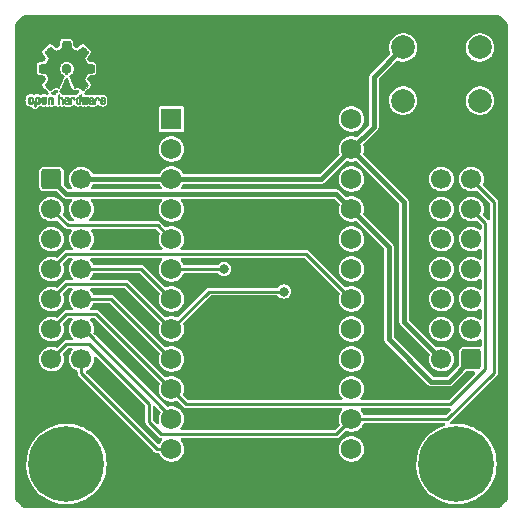
<source format=gtl>
%TF.GenerationSoftware,KiCad,Pcbnew,(6.0.4-0)*%
%TF.CreationDate,2022-03-28T13:42:25+08:00*%
%TF.ProjectId,Pragmatic,50726167-6d61-4746-9963-2e6b69636164,V3*%
%TF.SameCoordinates,Original*%
%TF.FileFunction,Copper,L1,Top*%
%TF.FilePolarity,Positive*%
%FSLAX46Y46*%
G04 Gerber Fmt 4.6, Leading zero omitted, Abs format (unit mm)*
G04 Created by KiCad (PCBNEW (6.0.4-0)) date 2022-03-28 13:42:25*
%MOMM*%
%LPD*%
G01*
G04 APERTURE LIST*
G04 Aperture macros list*
%AMRoundRect*
0 Rectangle with rounded corners*
0 $1 Rounding radius*
0 $2 $3 $4 $5 $6 $7 $8 $9 X,Y pos of 4 corners*
0 Add a 4 corners polygon primitive as box body*
4,1,4,$2,$3,$4,$5,$6,$7,$8,$9,$2,$3,0*
0 Add four circle primitives for the rounded corners*
1,1,$1+$1,$2,$3*
1,1,$1+$1,$4,$5*
1,1,$1+$1,$6,$7*
1,1,$1+$1,$8,$9*
0 Add four rect primitives between the rounded corners*
20,1,$1+$1,$2,$3,$4,$5,0*
20,1,$1+$1,$4,$5,$6,$7,0*
20,1,$1+$1,$6,$7,$8,$9,0*
20,1,$1+$1,$8,$9,$2,$3,0*%
G04 Aperture macros list end*
%TA.AperFunction,EtchedComponent*%
%ADD10C,0.010000*%
%TD*%
%TA.AperFunction,ComponentPad*%
%ADD11RoundRect,0.250000X-0.600000X-0.600000X0.600000X-0.600000X0.600000X0.600000X-0.600000X0.600000X0*%
%TD*%
%TA.AperFunction,ComponentPad*%
%ADD12C,1.700000*%
%TD*%
%TA.AperFunction,ComponentPad*%
%ADD13RoundRect,0.250000X0.600000X0.600000X-0.600000X0.600000X-0.600000X-0.600000X0.600000X-0.600000X0*%
%TD*%
%TA.AperFunction,ComponentPad*%
%ADD14C,2.000000*%
%TD*%
%TA.AperFunction,ComponentPad*%
%ADD15R,1.752600X1.752600*%
%TD*%
%TA.AperFunction,ComponentPad*%
%ADD16C,1.752600*%
%TD*%
%TA.AperFunction,ComponentPad*%
%ADD17C,6.400000*%
%TD*%
%TA.AperFunction,ViaPad*%
%ADD18C,0.800000*%
%TD*%
%TA.AperFunction,Conductor*%
%ADD19C,0.250000*%
%TD*%
%TA.AperFunction,Conductor*%
%ADD20C,0.381000*%
%TD*%
G04 APERTURE END LIST*
%TO.C,Logo1*%
G36*
X123229744Y-51480968D02*
G01*
X123286616Y-51502087D01*
X123287267Y-51502493D01*
X123322440Y-51528380D01*
X123348407Y-51558633D01*
X123366670Y-51598058D01*
X123378732Y-51651462D01*
X123386096Y-51723651D01*
X123390264Y-51819432D01*
X123390629Y-51833078D01*
X123395876Y-52038842D01*
X123351716Y-52061678D01*
X123319763Y-52077110D01*
X123300470Y-52084423D01*
X123299578Y-52084514D01*
X123296239Y-52071022D01*
X123293587Y-52034626D01*
X123291956Y-51981452D01*
X123291600Y-51938393D01*
X123291592Y-51868641D01*
X123288403Y-51824837D01*
X123277288Y-51803944D01*
X123253501Y-51802925D01*
X123212296Y-51818741D01*
X123150086Y-51847815D01*
X123104341Y-51871963D01*
X123080813Y-51892913D01*
X123073896Y-51915747D01*
X123073886Y-51916877D01*
X123085299Y-51956212D01*
X123119092Y-51977462D01*
X123170809Y-51980539D01*
X123208061Y-51980006D01*
X123227703Y-51990735D01*
X123239952Y-52016505D01*
X123247002Y-52049337D01*
X123236842Y-52067966D01*
X123233017Y-52070632D01*
X123197001Y-52081340D01*
X123146566Y-52082856D01*
X123094626Y-52075759D01*
X123057822Y-52062788D01*
X123006938Y-52019585D01*
X122978014Y-51959446D01*
X122972286Y-51912462D01*
X122976657Y-51870082D01*
X122992475Y-51835488D01*
X123023797Y-51804763D01*
X123074678Y-51773990D01*
X123149176Y-51739252D01*
X123153714Y-51737288D01*
X123220821Y-51706287D01*
X123262232Y-51680862D01*
X123279981Y-51658014D01*
X123276107Y-51634745D01*
X123252643Y-51608056D01*
X123245627Y-51601914D01*
X123198630Y-51578100D01*
X123149933Y-51579103D01*
X123107522Y-51602451D01*
X123079384Y-51645675D01*
X123076769Y-51654160D01*
X123051308Y-51695308D01*
X123019001Y-51715128D01*
X122972286Y-51734770D01*
X122972286Y-51683950D01*
X122986496Y-51610082D01*
X123028675Y-51542327D01*
X123050624Y-51519661D01*
X123100517Y-51490569D01*
X123163967Y-51477400D01*
X123229744Y-51480968D01*
G37*
D10*
X123229744Y-51480968D02*
X123286616Y-51502087D01*
X123287267Y-51502493D01*
X123322440Y-51528380D01*
X123348407Y-51558633D01*
X123366670Y-51598058D01*
X123378732Y-51651462D01*
X123386096Y-51723651D01*
X123390264Y-51819432D01*
X123390629Y-51833078D01*
X123395876Y-52038842D01*
X123351716Y-52061678D01*
X123319763Y-52077110D01*
X123300470Y-52084423D01*
X123299578Y-52084514D01*
X123296239Y-52071022D01*
X123293587Y-52034626D01*
X123291956Y-51981452D01*
X123291600Y-51938393D01*
X123291592Y-51868641D01*
X123288403Y-51824837D01*
X123277288Y-51803944D01*
X123253501Y-51802925D01*
X123212296Y-51818741D01*
X123150086Y-51847815D01*
X123104341Y-51871963D01*
X123080813Y-51892913D01*
X123073896Y-51915747D01*
X123073886Y-51916877D01*
X123085299Y-51956212D01*
X123119092Y-51977462D01*
X123170809Y-51980539D01*
X123208061Y-51980006D01*
X123227703Y-51990735D01*
X123239952Y-52016505D01*
X123247002Y-52049337D01*
X123236842Y-52067966D01*
X123233017Y-52070632D01*
X123197001Y-52081340D01*
X123146566Y-52082856D01*
X123094626Y-52075759D01*
X123057822Y-52062788D01*
X123006938Y-52019585D01*
X122978014Y-51959446D01*
X122972286Y-51912462D01*
X122976657Y-51870082D01*
X122992475Y-51835488D01*
X123023797Y-51804763D01*
X123074678Y-51773990D01*
X123149176Y-51739252D01*
X123153714Y-51737288D01*
X123220821Y-51706287D01*
X123262232Y-51680862D01*
X123279981Y-51658014D01*
X123276107Y-51634745D01*
X123252643Y-51608056D01*
X123245627Y-51601914D01*
X123198630Y-51578100D01*
X123149933Y-51579103D01*
X123107522Y-51602451D01*
X123079384Y-51645675D01*
X123076769Y-51654160D01*
X123051308Y-51695308D01*
X123019001Y-51715128D01*
X122972286Y-51734770D01*
X122972286Y-51683950D01*
X122986496Y-51610082D01*
X123028675Y-51542327D01*
X123050624Y-51519661D01*
X123100517Y-51490569D01*
X123163967Y-51477400D01*
X123229744Y-51480968D01*
G36*
X124969833Y-51488663D02*
G01*
X124972048Y-51526850D01*
X124973784Y-51584886D01*
X124974899Y-51658180D01*
X124975257Y-51735055D01*
X124975257Y-51995196D01*
X124929326Y-52041127D01*
X124897675Y-52069429D01*
X124869890Y-52080893D01*
X124831915Y-52080168D01*
X124816840Y-52078321D01*
X124769726Y-52072948D01*
X124730756Y-52069869D01*
X124721257Y-52069585D01*
X124689233Y-52071445D01*
X124643432Y-52076114D01*
X124625674Y-52078321D01*
X124582057Y-52081735D01*
X124552745Y-52074320D01*
X124523680Y-52051427D01*
X124513188Y-52041127D01*
X124467257Y-51995196D01*
X124467257Y-51508602D01*
X124504226Y-51491758D01*
X124536059Y-51479282D01*
X124554683Y-51474914D01*
X124559458Y-51488718D01*
X124563921Y-51527286D01*
X124567775Y-51586356D01*
X124570722Y-51661663D01*
X124572143Y-51725286D01*
X124576114Y-51975657D01*
X124610759Y-51980556D01*
X124642268Y-51977131D01*
X124657708Y-51966041D01*
X124662023Y-51945308D01*
X124665708Y-51901145D01*
X124668469Y-51839146D01*
X124670012Y-51764909D01*
X124670235Y-51726706D01*
X124670457Y-51506783D01*
X124716166Y-51490849D01*
X124748518Y-51480015D01*
X124766115Y-51474962D01*
X124766623Y-51474914D01*
X124768388Y-51488648D01*
X124770329Y-51526730D01*
X124772282Y-51584482D01*
X124774084Y-51657227D01*
X124775343Y-51725286D01*
X124779314Y-51975657D01*
X124866400Y-51975657D01*
X124870396Y-51747240D01*
X124874392Y-51518822D01*
X124916847Y-51496868D01*
X124948192Y-51481793D01*
X124966744Y-51474951D01*
X124967279Y-51474914D01*
X124969833Y-51488663D01*
G37*
X124969833Y-51488663D02*
X124972048Y-51526850D01*
X124973784Y-51584886D01*
X124974899Y-51658180D01*
X124975257Y-51735055D01*
X124975257Y-51995196D01*
X124929326Y-52041127D01*
X124897675Y-52069429D01*
X124869890Y-52080893D01*
X124831915Y-52080168D01*
X124816840Y-52078321D01*
X124769726Y-52072948D01*
X124730756Y-52069869D01*
X124721257Y-52069585D01*
X124689233Y-52071445D01*
X124643432Y-52076114D01*
X124625674Y-52078321D01*
X124582057Y-52081735D01*
X124552745Y-52074320D01*
X124523680Y-52051427D01*
X124513188Y-52041127D01*
X124467257Y-51995196D01*
X124467257Y-51508602D01*
X124504226Y-51491758D01*
X124536059Y-51479282D01*
X124554683Y-51474914D01*
X124559458Y-51488718D01*
X124563921Y-51527286D01*
X124567775Y-51586356D01*
X124570722Y-51661663D01*
X124572143Y-51725286D01*
X124576114Y-51975657D01*
X124610759Y-51980556D01*
X124642268Y-51977131D01*
X124657708Y-51966041D01*
X124662023Y-51945308D01*
X124665708Y-51901145D01*
X124668469Y-51839146D01*
X124670012Y-51764909D01*
X124670235Y-51726706D01*
X124670457Y-51506783D01*
X124716166Y-51490849D01*
X124748518Y-51480015D01*
X124766115Y-51474962D01*
X124766623Y-51474914D01*
X124768388Y-51488648D01*
X124770329Y-51526730D01*
X124772282Y-51584482D01*
X124774084Y-51657227D01*
X124775343Y-51725286D01*
X124779314Y-51975657D01*
X124866400Y-51975657D01*
X124870396Y-51747240D01*
X124874392Y-51518822D01*
X124916847Y-51496868D01*
X124948192Y-51481793D01*
X124966744Y-51474951D01*
X124967279Y-51474914D01*
X124969833Y-51488663D01*
G36*
X123974726Y-51620086D02*
G01*
X123997135Y-51568600D01*
X124032124Y-51528443D01*
X124059375Y-51507861D01*
X124108907Y-51485625D01*
X124166316Y-51475304D01*
X124219682Y-51478067D01*
X124249543Y-51489212D01*
X124261261Y-51492383D01*
X124269037Y-51480557D01*
X124274465Y-51448866D01*
X124278571Y-51400593D01*
X124283067Y-51346829D01*
X124289313Y-51314482D01*
X124300676Y-51295985D01*
X124320528Y-51283770D01*
X124333000Y-51278362D01*
X124380171Y-51258601D01*
X124380117Y-51595358D01*
X124379933Y-51703837D01*
X124379219Y-51787287D01*
X124377675Y-51849704D01*
X124375001Y-51895085D01*
X124370894Y-51927429D01*
X124365055Y-51950733D01*
X124357182Y-51968995D01*
X124351221Y-51979418D01*
X124301855Y-52035945D01*
X124239264Y-52071377D01*
X124170013Y-52084090D01*
X124100668Y-52072463D01*
X124059375Y-52051568D01*
X124016025Y-52015422D01*
X123986481Y-51971276D01*
X123968655Y-51913462D01*
X123960463Y-51836313D01*
X123959302Y-51779714D01*
X123959458Y-51775647D01*
X124060857Y-51775647D01*
X124061476Y-51840550D01*
X124064314Y-51883514D01*
X124070840Y-51911622D01*
X124082523Y-51931953D01*
X124096483Y-51947288D01*
X124143365Y-51976890D01*
X124193701Y-51979419D01*
X124241276Y-51954705D01*
X124244979Y-51951356D01*
X124260783Y-51933935D01*
X124270693Y-51913209D01*
X124276058Y-51882362D01*
X124278228Y-51834577D01*
X124278571Y-51781748D01*
X124277827Y-51715381D01*
X124274748Y-51671106D01*
X124268061Y-51642009D01*
X124256496Y-51621173D01*
X124247013Y-51610107D01*
X124202960Y-51582198D01*
X124152224Y-51578843D01*
X124103796Y-51600159D01*
X124094450Y-51608073D01*
X124078540Y-51625647D01*
X124068610Y-51646587D01*
X124063278Y-51677782D01*
X124061163Y-51726122D01*
X124060857Y-51775647D01*
X123959458Y-51775647D01*
X123962810Y-51688568D01*
X123974726Y-51620086D01*
G37*
X123974726Y-51620086D02*
X123997135Y-51568600D01*
X124032124Y-51528443D01*
X124059375Y-51507861D01*
X124108907Y-51485625D01*
X124166316Y-51475304D01*
X124219682Y-51478067D01*
X124249543Y-51489212D01*
X124261261Y-51492383D01*
X124269037Y-51480557D01*
X124274465Y-51448866D01*
X124278571Y-51400593D01*
X124283067Y-51346829D01*
X124289313Y-51314482D01*
X124300676Y-51295985D01*
X124320528Y-51283770D01*
X124333000Y-51278362D01*
X124380171Y-51258601D01*
X124380117Y-51595358D01*
X124379933Y-51703837D01*
X124379219Y-51787287D01*
X124377675Y-51849704D01*
X124375001Y-51895085D01*
X124370894Y-51927429D01*
X124365055Y-51950733D01*
X124357182Y-51968995D01*
X124351221Y-51979418D01*
X124301855Y-52035945D01*
X124239264Y-52071377D01*
X124170013Y-52084090D01*
X124100668Y-52072463D01*
X124059375Y-52051568D01*
X124016025Y-52015422D01*
X123986481Y-51971276D01*
X123968655Y-51913462D01*
X123960463Y-51836313D01*
X123959302Y-51779714D01*
X123959458Y-51775647D01*
X124060857Y-51775647D01*
X124061476Y-51840550D01*
X124064314Y-51883514D01*
X124070840Y-51911622D01*
X124082523Y-51931953D01*
X124096483Y-51947288D01*
X124143365Y-51976890D01*
X124193701Y-51979419D01*
X124241276Y-51954705D01*
X124244979Y-51951356D01*
X124260783Y-51933935D01*
X124270693Y-51913209D01*
X124276058Y-51882362D01*
X124278228Y-51834577D01*
X124278571Y-51781748D01*
X124277827Y-51715381D01*
X124274748Y-51671106D01*
X124268061Y-51642009D01*
X124256496Y-51621173D01*
X124247013Y-51610107D01*
X124202960Y-51582198D01*
X124152224Y-51578843D01*
X124103796Y-51600159D01*
X124094450Y-51608073D01*
X124078540Y-51625647D01*
X124068610Y-51646587D01*
X124063278Y-51677782D01*
X124061163Y-51726122D01*
X124060857Y-51775647D01*
X123959458Y-51775647D01*
X123962810Y-51688568D01*
X123974726Y-51620086D01*
G36*
X121061550Y-51566212D02*
G01*
X121095456Y-51517302D01*
X121156653Y-51467878D01*
X121224063Y-51443359D01*
X121292880Y-51441797D01*
X121358303Y-51461239D01*
X121415527Y-51499735D01*
X121459749Y-51555335D01*
X121486167Y-51626086D01*
X121491510Y-51678162D01*
X121490903Y-51699893D01*
X121485822Y-51716531D01*
X121471855Y-51731437D01*
X121444589Y-51747973D01*
X121399612Y-51769498D01*
X121332511Y-51799374D01*
X121332171Y-51799524D01*
X121270407Y-51827813D01*
X121219759Y-51852933D01*
X121185404Y-51872179D01*
X121172518Y-51882848D01*
X121172514Y-51882934D01*
X121183872Y-51906166D01*
X121210431Y-51931774D01*
X121240923Y-51950221D01*
X121256370Y-51953886D01*
X121298515Y-51941212D01*
X121334808Y-51909471D01*
X121352517Y-51874572D01*
X121369552Y-51848845D01*
X121402922Y-51819546D01*
X121442149Y-51794235D01*
X121476756Y-51780471D01*
X121483993Y-51779714D01*
X121492139Y-51792160D01*
X121492630Y-51823972D01*
X121486643Y-51866866D01*
X121475357Y-51912558D01*
X121459950Y-51952761D01*
X121459171Y-51954322D01*
X121412804Y-52019062D01*
X121352711Y-52063097D01*
X121284465Y-52084711D01*
X121213638Y-52082185D01*
X121145804Y-52053804D01*
X121142788Y-52051808D01*
X121089427Y-52003448D01*
X121054340Y-51940352D01*
X121034922Y-51857387D01*
X121032316Y-51834078D01*
X121027701Y-51724055D01*
X121033233Y-51672748D01*
X121172514Y-51672748D01*
X121174324Y-51704753D01*
X121184222Y-51714093D01*
X121208898Y-51707105D01*
X121247795Y-51690587D01*
X121291275Y-51669881D01*
X121292356Y-51669333D01*
X121329209Y-51649949D01*
X121344000Y-51637013D01*
X121340353Y-51623451D01*
X121324995Y-51605632D01*
X121285923Y-51579845D01*
X121243846Y-51577950D01*
X121206103Y-51596717D01*
X121180034Y-51632915D01*
X121172514Y-51672748D01*
X121033233Y-51672748D01*
X121037194Y-51636027D01*
X121061550Y-51566212D01*
G37*
X121061550Y-51566212D02*
X121095456Y-51517302D01*
X121156653Y-51467878D01*
X121224063Y-51443359D01*
X121292880Y-51441797D01*
X121358303Y-51461239D01*
X121415527Y-51499735D01*
X121459749Y-51555335D01*
X121486167Y-51626086D01*
X121491510Y-51678162D01*
X121490903Y-51699893D01*
X121485822Y-51716531D01*
X121471855Y-51731437D01*
X121444589Y-51747973D01*
X121399612Y-51769498D01*
X121332511Y-51799374D01*
X121332171Y-51799524D01*
X121270407Y-51827813D01*
X121219759Y-51852933D01*
X121185404Y-51872179D01*
X121172518Y-51882848D01*
X121172514Y-51882934D01*
X121183872Y-51906166D01*
X121210431Y-51931774D01*
X121240923Y-51950221D01*
X121256370Y-51953886D01*
X121298515Y-51941212D01*
X121334808Y-51909471D01*
X121352517Y-51874572D01*
X121369552Y-51848845D01*
X121402922Y-51819546D01*
X121442149Y-51794235D01*
X121476756Y-51780471D01*
X121483993Y-51779714D01*
X121492139Y-51792160D01*
X121492630Y-51823972D01*
X121486643Y-51866866D01*
X121475357Y-51912558D01*
X121459950Y-51952761D01*
X121459171Y-51954322D01*
X121412804Y-52019062D01*
X121352711Y-52063097D01*
X121284465Y-52084711D01*
X121213638Y-52082185D01*
X121145804Y-52053804D01*
X121142788Y-52051808D01*
X121089427Y-52003448D01*
X121054340Y-51940352D01*
X121034922Y-51857387D01*
X121032316Y-51834078D01*
X121027701Y-51724055D01*
X121033233Y-51672748D01*
X121172514Y-51672748D01*
X121174324Y-51704753D01*
X121184222Y-51714093D01*
X121208898Y-51707105D01*
X121247795Y-51690587D01*
X121291275Y-51669881D01*
X121292356Y-51669333D01*
X121329209Y-51649949D01*
X121344000Y-51637013D01*
X121340353Y-51623451D01*
X121324995Y-51605632D01*
X121285923Y-51579845D01*
X121243846Y-51577950D01*
X121206103Y-51596717D01*
X121180034Y-51632915D01*
X121172514Y-51672748D01*
X121033233Y-51672748D01*
X121037194Y-51636027D01*
X121061550Y-51566212D01*
G36*
X126058196Y-51625384D02*
G01*
X126071884Y-51576695D01*
X126094096Y-51540849D01*
X126126574Y-51512513D01*
X126140733Y-51503355D01*
X126205053Y-51479507D01*
X126275473Y-51478006D01*
X126343595Y-51496966D01*
X126401021Y-51534497D01*
X126428719Y-51568096D01*
X126450662Y-51629064D01*
X126452405Y-51677308D01*
X126448457Y-51741816D01*
X126299686Y-51806934D01*
X126227349Y-51840202D01*
X126180084Y-51866964D01*
X126155507Y-51890144D01*
X126151237Y-51912667D01*
X126164889Y-51937455D01*
X126179943Y-51953886D01*
X126223746Y-51980235D01*
X126271389Y-51982081D01*
X126315145Y-51961546D01*
X126347289Y-51920752D01*
X126353038Y-51906347D01*
X126380576Y-51861356D01*
X126412258Y-51842182D01*
X126455714Y-51825779D01*
X126455714Y-51887966D01*
X126451872Y-51930283D01*
X126436823Y-51965969D01*
X126405280Y-52006943D01*
X126400592Y-52012267D01*
X126365506Y-52048720D01*
X126335347Y-52068283D01*
X126297615Y-52077283D01*
X126266335Y-52080230D01*
X126210385Y-52080965D01*
X126170555Y-52071660D01*
X126145708Y-52057846D01*
X126106656Y-52027467D01*
X126079625Y-51994613D01*
X126062517Y-51953294D01*
X126053238Y-51897521D01*
X126049693Y-51821305D01*
X126049410Y-51782622D01*
X126050372Y-51736247D01*
X126138007Y-51736247D01*
X126139023Y-51761126D01*
X126141556Y-51765200D01*
X126158274Y-51759665D01*
X126194249Y-51745017D01*
X126242331Y-51724190D01*
X126252386Y-51719714D01*
X126313152Y-51688814D01*
X126346632Y-51661657D01*
X126353990Y-51636220D01*
X126336391Y-51610481D01*
X126321856Y-51599109D01*
X126269410Y-51576364D01*
X126220322Y-51580122D01*
X126179227Y-51607884D01*
X126150758Y-51657152D01*
X126141631Y-51696257D01*
X126138007Y-51736247D01*
X126050372Y-51736247D01*
X126051285Y-51692249D01*
X126058196Y-51625384D01*
G37*
X126058196Y-51625384D02*
X126071884Y-51576695D01*
X126094096Y-51540849D01*
X126126574Y-51512513D01*
X126140733Y-51503355D01*
X126205053Y-51479507D01*
X126275473Y-51478006D01*
X126343595Y-51496966D01*
X126401021Y-51534497D01*
X126428719Y-51568096D01*
X126450662Y-51629064D01*
X126452405Y-51677308D01*
X126448457Y-51741816D01*
X126299686Y-51806934D01*
X126227349Y-51840202D01*
X126180084Y-51866964D01*
X126155507Y-51890144D01*
X126151237Y-51912667D01*
X126164889Y-51937455D01*
X126179943Y-51953886D01*
X126223746Y-51980235D01*
X126271389Y-51982081D01*
X126315145Y-51961546D01*
X126347289Y-51920752D01*
X126353038Y-51906347D01*
X126380576Y-51861356D01*
X126412258Y-51842182D01*
X126455714Y-51825779D01*
X126455714Y-51887966D01*
X126451872Y-51930283D01*
X126436823Y-51965969D01*
X126405280Y-52006943D01*
X126400592Y-52012267D01*
X126365506Y-52048720D01*
X126335347Y-52068283D01*
X126297615Y-52077283D01*
X126266335Y-52080230D01*
X126210385Y-52080965D01*
X126170555Y-52071660D01*
X126145708Y-52057846D01*
X126106656Y-52027467D01*
X126079625Y-51994613D01*
X126062517Y-51953294D01*
X126053238Y-51897521D01*
X126049693Y-51821305D01*
X126049410Y-51782622D01*
X126050372Y-51736247D01*
X126138007Y-51736247D01*
X126139023Y-51761126D01*
X126141556Y-51765200D01*
X126158274Y-51759665D01*
X126194249Y-51745017D01*
X126242331Y-51724190D01*
X126252386Y-51719714D01*
X126313152Y-51688814D01*
X126346632Y-51661657D01*
X126353990Y-51636220D01*
X126336391Y-51610481D01*
X126321856Y-51599109D01*
X126269410Y-51576364D01*
X126220322Y-51580122D01*
X126179227Y-51607884D01*
X126150758Y-51657152D01*
X126141631Y-51696257D01*
X126138007Y-51736247D01*
X126050372Y-51736247D01*
X126051285Y-51692249D01*
X126058196Y-51625384D01*
G36*
X123719926Y-51479755D02*
G01*
X123785858Y-51504084D01*
X123839273Y-51547117D01*
X123860164Y-51577409D01*
X123882939Y-51632994D01*
X123882466Y-51673186D01*
X123858562Y-51700217D01*
X123849717Y-51704813D01*
X123811530Y-51719144D01*
X123792028Y-51715472D01*
X123785422Y-51691407D01*
X123785086Y-51678114D01*
X123772992Y-51629210D01*
X123741471Y-51594999D01*
X123697659Y-51578476D01*
X123648695Y-51582634D01*
X123608894Y-51604227D01*
X123595450Y-51616544D01*
X123585921Y-51631487D01*
X123579485Y-51654075D01*
X123575317Y-51689328D01*
X123572597Y-51742266D01*
X123570502Y-51817907D01*
X123569960Y-51841857D01*
X123567981Y-51923790D01*
X123565731Y-51981455D01*
X123562357Y-52019608D01*
X123557006Y-52043004D01*
X123548824Y-52056398D01*
X123536959Y-52064545D01*
X123529362Y-52068144D01*
X123497102Y-52080452D01*
X123478111Y-52084514D01*
X123471836Y-52070948D01*
X123468006Y-52029934D01*
X123466600Y-51960999D01*
X123467598Y-51863669D01*
X123467908Y-51848657D01*
X123470101Y-51759859D01*
X123472693Y-51695019D01*
X123476382Y-51649067D01*
X123481864Y-51616935D01*
X123489835Y-51593553D01*
X123500993Y-51573852D01*
X123506830Y-51565410D01*
X123540296Y-51528057D01*
X123577727Y-51499003D01*
X123582309Y-51496467D01*
X123649426Y-51476443D01*
X123719926Y-51479755D01*
G37*
X123719926Y-51479755D02*
X123785858Y-51504084D01*
X123839273Y-51547117D01*
X123860164Y-51577409D01*
X123882939Y-51632994D01*
X123882466Y-51673186D01*
X123858562Y-51700217D01*
X123849717Y-51704813D01*
X123811530Y-51719144D01*
X123792028Y-51715472D01*
X123785422Y-51691407D01*
X123785086Y-51678114D01*
X123772992Y-51629210D01*
X123741471Y-51594999D01*
X123697659Y-51578476D01*
X123648695Y-51582634D01*
X123608894Y-51604227D01*
X123595450Y-51616544D01*
X123585921Y-51631487D01*
X123579485Y-51654075D01*
X123575317Y-51689328D01*
X123572597Y-51742266D01*
X123570502Y-51817907D01*
X123569960Y-51841857D01*
X123567981Y-51923790D01*
X123565731Y-51981455D01*
X123562357Y-52019608D01*
X123557006Y-52043004D01*
X123548824Y-52056398D01*
X123536959Y-52064545D01*
X123529362Y-52068144D01*
X123497102Y-52080452D01*
X123478111Y-52084514D01*
X123471836Y-52070948D01*
X123468006Y-52029934D01*
X123466600Y-51960999D01*
X123467598Y-51863669D01*
X123467908Y-51848657D01*
X123470101Y-51759859D01*
X123472693Y-51695019D01*
X123476382Y-51649067D01*
X123481864Y-51616935D01*
X123489835Y-51593553D01*
X123500993Y-51573852D01*
X123506830Y-51565410D01*
X123540296Y-51528057D01*
X123577727Y-51499003D01*
X123582309Y-51496467D01*
X123649426Y-51476443D01*
X123719926Y-51479755D01*
G36*
X122565886Y-51381289D02*
G01*
X122570139Y-51440613D01*
X122575025Y-51475572D01*
X122581795Y-51490820D01*
X122591702Y-51491015D01*
X122594914Y-51489195D01*
X122637644Y-51476015D01*
X122693227Y-51476785D01*
X122749737Y-51490333D01*
X122785082Y-51507861D01*
X122821321Y-51535861D01*
X122847813Y-51567549D01*
X122865999Y-51607813D01*
X122877322Y-51661543D01*
X122883222Y-51733626D01*
X122885143Y-51828951D01*
X122885177Y-51847237D01*
X122885200Y-52052646D01*
X122839491Y-52068580D01*
X122807027Y-52079420D01*
X122789215Y-52084468D01*
X122788691Y-52084514D01*
X122786937Y-52070828D01*
X122785444Y-52033076D01*
X122784326Y-51976224D01*
X122783697Y-51905234D01*
X122783600Y-51862073D01*
X122783398Y-51776973D01*
X122782358Y-51715981D01*
X122779831Y-51674177D01*
X122775164Y-51646642D01*
X122767707Y-51628456D01*
X122756811Y-51614698D01*
X122750007Y-51608073D01*
X122703272Y-51581375D01*
X122652272Y-51579375D01*
X122606001Y-51601955D01*
X122597444Y-51610107D01*
X122584893Y-51625436D01*
X122576188Y-51643618D01*
X122570631Y-51669909D01*
X122567526Y-51709562D01*
X122566176Y-51767832D01*
X122565886Y-51848173D01*
X122565886Y-52052646D01*
X122520177Y-52068580D01*
X122487713Y-52079420D01*
X122469901Y-52084468D01*
X122469377Y-52084514D01*
X122468037Y-52070623D01*
X122466828Y-52031439D01*
X122465801Y-51970700D01*
X122465002Y-51892141D01*
X122464481Y-51799498D01*
X122464286Y-51696509D01*
X122464286Y-51299342D01*
X122511457Y-51279444D01*
X122558629Y-51259547D01*
X122565886Y-51381289D01*
G37*
X122565886Y-51381289D02*
X122570139Y-51440613D01*
X122575025Y-51475572D01*
X122581795Y-51490820D01*
X122591702Y-51491015D01*
X122594914Y-51489195D01*
X122637644Y-51476015D01*
X122693227Y-51476785D01*
X122749737Y-51490333D01*
X122785082Y-51507861D01*
X122821321Y-51535861D01*
X122847813Y-51567549D01*
X122865999Y-51607813D01*
X122877322Y-51661543D01*
X122883222Y-51733626D01*
X122885143Y-51828951D01*
X122885177Y-51847237D01*
X122885200Y-52052646D01*
X122839491Y-52068580D01*
X122807027Y-52079420D01*
X122789215Y-52084468D01*
X122788691Y-52084514D01*
X122786937Y-52070828D01*
X122785444Y-52033076D01*
X122784326Y-51976224D01*
X122783697Y-51905234D01*
X122783600Y-51862073D01*
X122783398Y-51776973D01*
X122782358Y-51715981D01*
X122779831Y-51674177D01*
X122775164Y-51646642D01*
X122767707Y-51628456D01*
X122756811Y-51614698D01*
X122750007Y-51608073D01*
X122703272Y-51581375D01*
X122652272Y-51579375D01*
X122606001Y-51601955D01*
X122597444Y-51610107D01*
X122584893Y-51625436D01*
X122576188Y-51643618D01*
X122570631Y-51669909D01*
X122567526Y-51709562D01*
X122566176Y-51767832D01*
X122565886Y-51848173D01*
X122565886Y-52052646D01*
X122520177Y-52068580D01*
X122487713Y-52079420D01*
X122469901Y-52084468D01*
X122469377Y-52084514D01*
X122468037Y-52070623D01*
X122466828Y-52031439D01*
X122465801Y-51970700D01*
X122465002Y-51892141D01*
X122464481Y-51799498D01*
X122464286Y-51696509D01*
X122464286Y-51299342D01*
X122511457Y-51279444D01*
X122558629Y-51259547D01*
X122565886Y-51381289D01*
G36*
X120483677Y-51680333D02*
G01*
X120486450Y-51632958D01*
X120490388Y-51599290D01*
X120495849Y-51575498D01*
X120503192Y-51557753D01*
X120512777Y-51542224D01*
X120516887Y-51536381D01*
X120571405Y-51481185D01*
X120640336Y-51449890D01*
X120720072Y-51441165D01*
X120789744Y-51449918D01*
X120845201Y-51477568D01*
X120894148Y-51528480D01*
X120907629Y-51547338D01*
X120922314Y-51572015D01*
X120931842Y-51598816D01*
X120937293Y-51634587D01*
X120939747Y-51686169D01*
X120940286Y-51754267D01*
X120937852Y-51847588D01*
X120929394Y-51917657D01*
X120913174Y-51969931D01*
X120887454Y-52009869D01*
X120850497Y-52042929D01*
X120847782Y-52044886D01*
X120811360Y-52064908D01*
X120767502Y-52074815D01*
X120711724Y-52077257D01*
X120621048Y-52077257D01*
X120621010Y-52165283D01*
X120620166Y-52214308D01*
X120615024Y-52243065D01*
X120601587Y-52260311D01*
X120575858Y-52274808D01*
X120569679Y-52277769D01*
X120540764Y-52291648D01*
X120518376Y-52300414D01*
X120501729Y-52301171D01*
X120490036Y-52291023D01*
X120482510Y-52267073D01*
X120478366Y-52226426D01*
X120476815Y-52166186D01*
X120477071Y-52083455D01*
X120478349Y-51975339D01*
X120478748Y-51943000D01*
X120480185Y-51831524D01*
X120481472Y-51758603D01*
X120620971Y-51758603D01*
X120621755Y-51820499D01*
X120625240Y-51860997D01*
X120633124Y-51887708D01*
X120647105Y-51908244D01*
X120656597Y-51918260D01*
X120695404Y-51947567D01*
X120729763Y-51949952D01*
X120765216Y-51925750D01*
X120766114Y-51924857D01*
X120780539Y-51906153D01*
X120789313Y-51880732D01*
X120793739Y-51841584D01*
X120795118Y-51781697D01*
X120795143Y-51768430D01*
X120791812Y-51685901D01*
X120780969Y-51628691D01*
X120761340Y-51593766D01*
X120731650Y-51578094D01*
X120714491Y-51576514D01*
X120673766Y-51583926D01*
X120645832Y-51608330D01*
X120629017Y-51652980D01*
X120621650Y-51721130D01*
X120620971Y-51758603D01*
X120481472Y-51758603D01*
X120481708Y-51745245D01*
X120483677Y-51680333D01*
G37*
X120483677Y-51680333D02*
X120486450Y-51632958D01*
X120490388Y-51599290D01*
X120495849Y-51575498D01*
X120503192Y-51557753D01*
X120512777Y-51542224D01*
X120516887Y-51536381D01*
X120571405Y-51481185D01*
X120640336Y-51449890D01*
X120720072Y-51441165D01*
X120789744Y-51449918D01*
X120845201Y-51477568D01*
X120894148Y-51528480D01*
X120907629Y-51547338D01*
X120922314Y-51572015D01*
X120931842Y-51598816D01*
X120937293Y-51634587D01*
X120939747Y-51686169D01*
X120940286Y-51754267D01*
X120937852Y-51847588D01*
X120929394Y-51917657D01*
X120913174Y-51969931D01*
X120887454Y-52009869D01*
X120850497Y-52042929D01*
X120847782Y-52044886D01*
X120811360Y-52064908D01*
X120767502Y-52074815D01*
X120711724Y-52077257D01*
X120621048Y-52077257D01*
X120621010Y-52165283D01*
X120620166Y-52214308D01*
X120615024Y-52243065D01*
X120601587Y-52260311D01*
X120575858Y-52274808D01*
X120569679Y-52277769D01*
X120540764Y-52291648D01*
X120518376Y-52300414D01*
X120501729Y-52301171D01*
X120490036Y-52291023D01*
X120482510Y-52267073D01*
X120478366Y-52226426D01*
X120476815Y-52166186D01*
X120477071Y-52083455D01*
X120478349Y-51975339D01*
X120478748Y-51943000D01*
X120480185Y-51831524D01*
X120481472Y-51758603D01*
X120620971Y-51758603D01*
X120621755Y-51820499D01*
X120625240Y-51860997D01*
X120633124Y-51887708D01*
X120647105Y-51908244D01*
X120656597Y-51918260D01*
X120695404Y-51947567D01*
X120729763Y-51949952D01*
X120765216Y-51925750D01*
X120766114Y-51924857D01*
X120780539Y-51906153D01*
X120789313Y-51880732D01*
X120793739Y-51841584D01*
X120795118Y-51781697D01*
X120795143Y-51768430D01*
X120791812Y-51685901D01*
X120780969Y-51628691D01*
X120761340Y-51593766D01*
X120731650Y-51578094D01*
X120714491Y-51576514D01*
X120673766Y-51583926D01*
X120645832Y-51608330D01*
X120629017Y-51652980D01*
X120621650Y-51721130D01*
X120620971Y-51758603D01*
X120481472Y-51758603D01*
X120481708Y-51745245D01*
X120483677Y-51680333D01*
G36*
X125334876Y-51486335D02*
G01*
X125376667Y-51505344D01*
X125409469Y-51528378D01*
X125433503Y-51554133D01*
X125450097Y-51587358D01*
X125460577Y-51632800D01*
X125466271Y-51695207D01*
X125468507Y-51779327D01*
X125468743Y-51834721D01*
X125468743Y-52050826D01*
X125431774Y-52067670D01*
X125402656Y-52079981D01*
X125388231Y-52084514D01*
X125385472Y-52071025D01*
X125383282Y-52034653D01*
X125381942Y-51981542D01*
X125381657Y-51939372D01*
X125380434Y-51878447D01*
X125377136Y-51830115D01*
X125372321Y-51800518D01*
X125368496Y-51794229D01*
X125342783Y-51800652D01*
X125302418Y-51817125D01*
X125255679Y-51839458D01*
X125210845Y-51863457D01*
X125176193Y-51884930D01*
X125160002Y-51899685D01*
X125159938Y-51899845D01*
X125161330Y-51927152D01*
X125173818Y-51953219D01*
X125195743Y-51974392D01*
X125227743Y-51981474D01*
X125255092Y-51980649D01*
X125293826Y-51980042D01*
X125314158Y-51989116D01*
X125326369Y-52013092D01*
X125327909Y-52017613D01*
X125333203Y-52051806D01*
X125319047Y-52072568D01*
X125282148Y-52082462D01*
X125242289Y-52084292D01*
X125170562Y-52070727D01*
X125133432Y-52051355D01*
X125087576Y-52005845D01*
X125063256Y-51949983D01*
X125061073Y-51890957D01*
X125081629Y-51835953D01*
X125112549Y-51801486D01*
X125143420Y-51782189D01*
X125191942Y-51757759D01*
X125248485Y-51732985D01*
X125257910Y-51729199D01*
X125320019Y-51701791D01*
X125355822Y-51677634D01*
X125367337Y-51653619D01*
X125356580Y-51626635D01*
X125338114Y-51605543D01*
X125294469Y-51579572D01*
X125246446Y-51577624D01*
X125202406Y-51597637D01*
X125170709Y-51637551D01*
X125166549Y-51647848D01*
X125142327Y-51685724D01*
X125106965Y-51713842D01*
X125062343Y-51736917D01*
X125062343Y-51671485D01*
X125064969Y-51631506D01*
X125076230Y-51599997D01*
X125101199Y-51566378D01*
X125125169Y-51540484D01*
X125162441Y-51503817D01*
X125191401Y-51484121D01*
X125222505Y-51476220D01*
X125257713Y-51474914D01*
X125334876Y-51486335D01*
G37*
X125334876Y-51486335D02*
X125376667Y-51505344D01*
X125409469Y-51528378D01*
X125433503Y-51554133D01*
X125450097Y-51587358D01*
X125460577Y-51632800D01*
X125466271Y-51695207D01*
X125468507Y-51779327D01*
X125468743Y-51834721D01*
X125468743Y-52050826D01*
X125431774Y-52067670D01*
X125402656Y-52079981D01*
X125388231Y-52084514D01*
X125385472Y-52071025D01*
X125383282Y-52034653D01*
X125381942Y-51981542D01*
X125381657Y-51939372D01*
X125380434Y-51878447D01*
X125377136Y-51830115D01*
X125372321Y-51800518D01*
X125368496Y-51794229D01*
X125342783Y-51800652D01*
X125302418Y-51817125D01*
X125255679Y-51839458D01*
X125210845Y-51863457D01*
X125176193Y-51884930D01*
X125160002Y-51899685D01*
X125159938Y-51899845D01*
X125161330Y-51927152D01*
X125173818Y-51953219D01*
X125195743Y-51974392D01*
X125227743Y-51981474D01*
X125255092Y-51980649D01*
X125293826Y-51980042D01*
X125314158Y-51989116D01*
X125326369Y-52013092D01*
X125327909Y-52017613D01*
X125333203Y-52051806D01*
X125319047Y-52072568D01*
X125282148Y-52082462D01*
X125242289Y-52084292D01*
X125170562Y-52070727D01*
X125133432Y-52051355D01*
X125087576Y-52005845D01*
X125063256Y-51949983D01*
X125061073Y-51890957D01*
X125081629Y-51835953D01*
X125112549Y-51801486D01*
X125143420Y-51782189D01*
X125191942Y-51757759D01*
X125248485Y-51732985D01*
X125257910Y-51729199D01*
X125320019Y-51701791D01*
X125355822Y-51677634D01*
X125367337Y-51653619D01*
X125356580Y-51626635D01*
X125338114Y-51605543D01*
X125294469Y-51579572D01*
X125246446Y-51577624D01*
X125202406Y-51597637D01*
X125170709Y-51637551D01*
X125166549Y-51647848D01*
X125142327Y-51685724D01*
X125106965Y-51713842D01*
X125062343Y-51736917D01*
X125062343Y-51671485D01*
X125064969Y-51631506D01*
X125076230Y-51599997D01*
X125101199Y-51566378D01*
X125125169Y-51540484D01*
X125162441Y-51503817D01*
X125191401Y-51484121D01*
X125222505Y-51476220D01*
X125257713Y-51474914D01*
X125334876Y-51486335D01*
G36*
X121906093Y-51457780D02*
G01*
X121952672Y-51484723D01*
X121985057Y-51511466D01*
X122008742Y-51539484D01*
X122025059Y-51573748D01*
X122035339Y-51619227D01*
X122040914Y-51680892D01*
X122043116Y-51763711D01*
X122043371Y-51823246D01*
X122043371Y-52042391D01*
X121981686Y-52070044D01*
X121920000Y-52097697D01*
X121912743Y-51857670D01*
X121909744Y-51768028D01*
X121906598Y-51702962D01*
X121902701Y-51658026D01*
X121897447Y-51628770D01*
X121890231Y-51610748D01*
X121880450Y-51599511D01*
X121877312Y-51597079D01*
X121829761Y-51578083D01*
X121781697Y-51585600D01*
X121753086Y-51605543D01*
X121741447Y-51619675D01*
X121733391Y-51638220D01*
X121728271Y-51666334D01*
X121725441Y-51709173D01*
X121724256Y-51771895D01*
X121724057Y-51837261D01*
X121724018Y-51919268D01*
X121722614Y-51977316D01*
X121717914Y-52016465D01*
X121707987Y-52041780D01*
X121690903Y-52058323D01*
X121664732Y-52071156D01*
X121629775Y-52084491D01*
X121591596Y-52099007D01*
X121596141Y-51841389D01*
X121597971Y-51748519D01*
X121600112Y-51679889D01*
X121603181Y-51630711D01*
X121607794Y-51596198D01*
X121614568Y-51571562D01*
X121624119Y-51552016D01*
X121635634Y-51534770D01*
X121691190Y-51479680D01*
X121758980Y-51447822D01*
X121832713Y-51440191D01*
X121906093Y-51457780D01*
G37*
X121906093Y-51457780D02*
X121952672Y-51484723D01*
X121985057Y-51511466D01*
X122008742Y-51539484D01*
X122025059Y-51573748D01*
X122035339Y-51619227D01*
X122040914Y-51680892D01*
X122043116Y-51763711D01*
X122043371Y-51823246D01*
X122043371Y-52042391D01*
X121981686Y-52070044D01*
X121920000Y-52097697D01*
X121912743Y-51857670D01*
X121909744Y-51768028D01*
X121906598Y-51702962D01*
X121902701Y-51658026D01*
X121897447Y-51628770D01*
X121890231Y-51610748D01*
X121880450Y-51599511D01*
X121877312Y-51597079D01*
X121829761Y-51578083D01*
X121781697Y-51585600D01*
X121753086Y-51605543D01*
X121741447Y-51619675D01*
X121733391Y-51638220D01*
X121728271Y-51666334D01*
X121725441Y-51709173D01*
X121724256Y-51771895D01*
X121724057Y-51837261D01*
X121724018Y-51919268D01*
X121722614Y-51977316D01*
X121717914Y-52016465D01*
X121707987Y-52041780D01*
X121690903Y-52058323D01*
X121664732Y-52071156D01*
X121629775Y-52084491D01*
X121591596Y-52099007D01*
X121596141Y-51841389D01*
X121597971Y-51748519D01*
X121600112Y-51679889D01*
X121603181Y-51630711D01*
X121607794Y-51596198D01*
X121614568Y-51571562D01*
X121624119Y-51552016D01*
X121635634Y-51534770D01*
X121691190Y-51479680D01*
X121758980Y-51447822D01*
X121832713Y-51440191D01*
X121906093Y-51457780D01*
G36*
X123293910Y-46772348D02*
G01*
X123372454Y-46772778D01*
X123429298Y-46773942D01*
X123468105Y-46776207D01*
X123492538Y-46779940D01*
X123506262Y-46785506D01*
X123512940Y-46793273D01*
X123516236Y-46803605D01*
X123516556Y-46804943D01*
X123521562Y-46829079D01*
X123530829Y-46876701D01*
X123543392Y-46942741D01*
X123558287Y-47022128D01*
X123574551Y-47109796D01*
X123575119Y-47112875D01*
X123591410Y-47198789D01*
X123606652Y-47274696D01*
X123619861Y-47336045D01*
X123630054Y-47378282D01*
X123636248Y-47396855D01*
X123636543Y-47397184D01*
X123654788Y-47406253D01*
X123692405Y-47421367D01*
X123741271Y-47439262D01*
X123741543Y-47439358D01*
X123803093Y-47462493D01*
X123875657Y-47491965D01*
X123944057Y-47521597D01*
X123947294Y-47523062D01*
X124058702Y-47573626D01*
X124305399Y-47405160D01*
X124381077Y-47353803D01*
X124449631Y-47307889D01*
X124507088Y-47270030D01*
X124549476Y-47242837D01*
X124572825Y-47228921D01*
X124575042Y-47227889D01*
X124592010Y-47232484D01*
X124623701Y-47254655D01*
X124671352Y-47295447D01*
X124736198Y-47355905D01*
X124802397Y-47420227D01*
X124866214Y-47483612D01*
X124923329Y-47541451D01*
X124970305Y-47590175D01*
X125003703Y-47626210D01*
X125020085Y-47645984D01*
X125020694Y-47647002D01*
X125022505Y-47660572D01*
X125015683Y-47682733D01*
X124998540Y-47716478D01*
X124969393Y-47764800D01*
X124926555Y-47830692D01*
X124869448Y-47915517D01*
X124818766Y-47990177D01*
X124773461Y-48057140D01*
X124736150Y-48112516D01*
X124709452Y-48152420D01*
X124695985Y-48172962D01*
X124695137Y-48174356D01*
X124696781Y-48194038D01*
X124709245Y-48232293D01*
X124730048Y-48281889D01*
X124737462Y-48297728D01*
X124769814Y-48368290D01*
X124804328Y-48448353D01*
X124832365Y-48517629D01*
X124852568Y-48569045D01*
X124868615Y-48608119D01*
X124877888Y-48628541D01*
X124879041Y-48630114D01*
X124896096Y-48632721D01*
X124936298Y-48639863D01*
X124994302Y-48650523D01*
X125064763Y-48663685D01*
X125142335Y-48678333D01*
X125221672Y-48693449D01*
X125297431Y-48708018D01*
X125364264Y-48721022D01*
X125416828Y-48731445D01*
X125449776Y-48738270D01*
X125457857Y-48740199D01*
X125466205Y-48744962D01*
X125472506Y-48755718D01*
X125477045Y-48776098D01*
X125480104Y-48809734D01*
X125481967Y-48860255D01*
X125482918Y-48931292D01*
X125483240Y-49026476D01*
X125483257Y-49065492D01*
X125483257Y-49382799D01*
X125407057Y-49397839D01*
X125364663Y-49405995D01*
X125301400Y-49417899D01*
X125224962Y-49432116D01*
X125143043Y-49447210D01*
X125120400Y-49451355D01*
X125044806Y-49466053D01*
X124978953Y-49480505D01*
X124928366Y-49493375D01*
X124898574Y-49503322D01*
X124893612Y-49506287D01*
X124881426Y-49527283D01*
X124863953Y-49567967D01*
X124844577Y-49620322D01*
X124840734Y-49631600D01*
X124815339Y-49701523D01*
X124783817Y-49780418D01*
X124752969Y-49851266D01*
X124752817Y-49851595D01*
X124701447Y-49962733D01*
X124870399Y-50211253D01*
X125039352Y-50459772D01*
X124822429Y-50677058D01*
X124756819Y-50741726D01*
X124696979Y-50798733D01*
X124646267Y-50845033D01*
X124608046Y-50877584D01*
X124585675Y-50893343D01*
X124582466Y-50894343D01*
X124563626Y-50886469D01*
X124525180Y-50864578D01*
X124471330Y-50831267D01*
X124406276Y-50789131D01*
X124335940Y-50741943D01*
X124264555Y-50693810D01*
X124200908Y-50651928D01*
X124149041Y-50618871D01*
X124112995Y-50597218D01*
X124096867Y-50589543D01*
X124077189Y-50596037D01*
X124039875Y-50613150D01*
X123992621Y-50637326D01*
X123987612Y-50640013D01*
X123923977Y-50671927D01*
X123880341Y-50687579D01*
X123853202Y-50687745D01*
X123839057Y-50673204D01*
X123838975Y-50673000D01*
X123831905Y-50655779D01*
X123815042Y-50614899D01*
X123789695Y-50553525D01*
X123757171Y-50474819D01*
X123718778Y-50381947D01*
X123675822Y-50278072D01*
X123634222Y-50177502D01*
X123588504Y-50066516D01*
X123546526Y-49963703D01*
X123509548Y-49872215D01*
X123478827Y-49795201D01*
X123455622Y-49735815D01*
X123441190Y-49697209D01*
X123436743Y-49682800D01*
X123447896Y-49666272D01*
X123477069Y-49639930D01*
X123515971Y-49610887D01*
X123626757Y-49519039D01*
X123713351Y-49413759D01*
X123774716Y-49297266D01*
X123809815Y-49171776D01*
X123817608Y-49039507D01*
X123811943Y-48978457D01*
X123781078Y-48851795D01*
X123727920Y-48739941D01*
X123655767Y-48644001D01*
X123567917Y-48565076D01*
X123467665Y-48504270D01*
X123358310Y-48462687D01*
X123243147Y-48441428D01*
X123125475Y-48441599D01*
X123008590Y-48464301D01*
X122895789Y-48510638D01*
X122790369Y-48581713D01*
X122746368Y-48621911D01*
X122661979Y-48725129D01*
X122603222Y-48837925D01*
X122569704Y-48957010D01*
X122561035Y-49079095D01*
X122576823Y-49200893D01*
X122616678Y-49319116D01*
X122680207Y-49430475D01*
X122767021Y-49531684D01*
X122864029Y-49610887D01*
X122904437Y-49641162D01*
X122932982Y-49667219D01*
X122943257Y-49682825D01*
X122937877Y-49699843D01*
X122922575Y-49740500D01*
X122898612Y-49801642D01*
X122867244Y-49880119D01*
X122829732Y-49972780D01*
X122787333Y-50076472D01*
X122745663Y-50177526D01*
X122699690Y-50288607D01*
X122657107Y-50391541D01*
X122619221Y-50483165D01*
X122587340Y-50560316D01*
X122562771Y-50619831D01*
X122546820Y-50658544D01*
X122540910Y-50673000D01*
X122526948Y-50687685D01*
X122499940Y-50687642D01*
X122456413Y-50672099D01*
X122392890Y-50640284D01*
X122392388Y-50640013D01*
X122344560Y-50615323D01*
X122305897Y-50597338D01*
X122284095Y-50589614D01*
X122283133Y-50589543D01*
X122266721Y-50597378D01*
X122230487Y-50619165D01*
X122178474Y-50652328D01*
X122114725Y-50694291D01*
X122044060Y-50741943D01*
X121972116Y-50790191D01*
X121907274Y-50832151D01*
X121853735Y-50865227D01*
X121815697Y-50886821D01*
X121797533Y-50894343D01*
X121780808Y-50884457D01*
X121747180Y-50856826D01*
X121700010Y-50814495D01*
X121642658Y-50760505D01*
X121578484Y-50697899D01*
X121557497Y-50676983D01*
X121340499Y-50459623D01*
X121505668Y-50217220D01*
X121555864Y-50142781D01*
X121599919Y-50075972D01*
X121635362Y-50020665D01*
X121659719Y-49980729D01*
X121670522Y-49960036D01*
X121670838Y-49958563D01*
X121665143Y-49939058D01*
X121649826Y-49899822D01*
X121627537Y-49847430D01*
X121611893Y-49812355D01*
X121582641Y-49745201D01*
X121555094Y-49677358D01*
X121533737Y-49620034D01*
X121527935Y-49602572D01*
X121511452Y-49555938D01*
X121495340Y-49519905D01*
X121486490Y-49506287D01*
X121466960Y-49497952D01*
X121424334Y-49486137D01*
X121364145Y-49472181D01*
X121291922Y-49457422D01*
X121259600Y-49451355D01*
X121177522Y-49436273D01*
X121098795Y-49421669D01*
X121031109Y-49408980D01*
X120982160Y-49399642D01*
X120972943Y-49397839D01*
X120896743Y-49382799D01*
X120896743Y-49065492D01*
X120896914Y-48961154D01*
X120897616Y-48882213D01*
X120899134Y-48825038D01*
X120901749Y-48785999D01*
X120905746Y-48761465D01*
X120911409Y-48747805D01*
X120919020Y-48741389D01*
X120922143Y-48740199D01*
X120940978Y-48735980D01*
X120982588Y-48727562D01*
X121041630Y-48715961D01*
X121112757Y-48702195D01*
X121190625Y-48687280D01*
X121269887Y-48672232D01*
X121345198Y-48658069D01*
X121411213Y-48645806D01*
X121462587Y-48636461D01*
X121493975Y-48631050D01*
X121500959Y-48630114D01*
X121507285Y-48617596D01*
X121521290Y-48584246D01*
X121540355Y-48536377D01*
X121547634Y-48517629D01*
X121576996Y-48445195D01*
X121611571Y-48365170D01*
X121642537Y-48297728D01*
X121665323Y-48246159D01*
X121680482Y-48203785D01*
X121685542Y-48177834D01*
X121684736Y-48174356D01*
X121674041Y-48157936D01*
X121649620Y-48121417D01*
X121614095Y-48068687D01*
X121570087Y-48003635D01*
X121520217Y-47930151D01*
X121510356Y-47915645D01*
X121452492Y-47829704D01*
X121409956Y-47764261D01*
X121381054Y-47716304D01*
X121364090Y-47682820D01*
X121357367Y-47660795D01*
X121359190Y-47647217D01*
X121359236Y-47647131D01*
X121373586Y-47629297D01*
X121405323Y-47594817D01*
X121451010Y-47547268D01*
X121507204Y-47490222D01*
X121570468Y-47427255D01*
X121577602Y-47420227D01*
X121657330Y-47343020D01*
X121718857Y-47286330D01*
X121763421Y-47249110D01*
X121792257Y-47230315D01*
X121804958Y-47227889D01*
X121823494Y-47238471D01*
X121861961Y-47262916D01*
X121916386Y-47298612D01*
X121982798Y-47342947D01*
X122057225Y-47393311D01*
X122074601Y-47405160D01*
X122321297Y-47573626D01*
X122432706Y-47523062D01*
X122500457Y-47493595D01*
X122573183Y-47463959D01*
X122635703Y-47440330D01*
X122638457Y-47439358D01*
X122687360Y-47421457D01*
X122725057Y-47406320D01*
X122743425Y-47397210D01*
X122743456Y-47397184D01*
X122749285Y-47380717D01*
X122759192Y-47340219D01*
X122772195Y-47280242D01*
X122787309Y-47205340D01*
X122803552Y-47120064D01*
X122804881Y-47112875D01*
X122821175Y-47025014D01*
X122836133Y-46945260D01*
X122848791Y-46878681D01*
X122858186Y-46830347D01*
X122863354Y-46805325D01*
X122863444Y-46804943D01*
X122866589Y-46794299D01*
X122872704Y-46786262D01*
X122885453Y-46780467D01*
X122908500Y-46776547D01*
X122945509Y-46774135D01*
X123000144Y-46772865D01*
X123076067Y-46772371D01*
X123176944Y-46772286D01*
X123190000Y-46772286D01*
X123293910Y-46772348D01*
G37*
X123293910Y-46772348D02*
X123372454Y-46772778D01*
X123429298Y-46773942D01*
X123468105Y-46776207D01*
X123492538Y-46779940D01*
X123506262Y-46785506D01*
X123512940Y-46793273D01*
X123516236Y-46803605D01*
X123516556Y-46804943D01*
X123521562Y-46829079D01*
X123530829Y-46876701D01*
X123543392Y-46942741D01*
X123558287Y-47022128D01*
X123574551Y-47109796D01*
X123575119Y-47112875D01*
X123591410Y-47198789D01*
X123606652Y-47274696D01*
X123619861Y-47336045D01*
X123630054Y-47378282D01*
X123636248Y-47396855D01*
X123636543Y-47397184D01*
X123654788Y-47406253D01*
X123692405Y-47421367D01*
X123741271Y-47439262D01*
X123741543Y-47439358D01*
X123803093Y-47462493D01*
X123875657Y-47491965D01*
X123944057Y-47521597D01*
X123947294Y-47523062D01*
X124058702Y-47573626D01*
X124305399Y-47405160D01*
X124381077Y-47353803D01*
X124449631Y-47307889D01*
X124507088Y-47270030D01*
X124549476Y-47242837D01*
X124572825Y-47228921D01*
X124575042Y-47227889D01*
X124592010Y-47232484D01*
X124623701Y-47254655D01*
X124671352Y-47295447D01*
X124736198Y-47355905D01*
X124802397Y-47420227D01*
X124866214Y-47483612D01*
X124923329Y-47541451D01*
X124970305Y-47590175D01*
X125003703Y-47626210D01*
X125020085Y-47645984D01*
X125020694Y-47647002D01*
X125022505Y-47660572D01*
X125015683Y-47682733D01*
X124998540Y-47716478D01*
X124969393Y-47764800D01*
X124926555Y-47830692D01*
X124869448Y-47915517D01*
X124818766Y-47990177D01*
X124773461Y-48057140D01*
X124736150Y-48112516D01*
X124709452Y-48152420D01*
X124695985Y-48172962D01*
X124695137Y-48174356D01*
X124696781Y-48194038D01*
X124709245Y-48232293D01*
X124730048Y-48281889D01*
X124737462Y-48297728D01*
X124769814Y-48368290D01*
X124804328Y-48448353D01*
X124832365Y-48517629D01*
X124852568Y-48569045D01*
X124868615Y-48608119D01*
X124877888Y-48628541D01*
X124879041Y-48630114D01*
X124896096Y-48632721D01*
X124936298Y-48639863D01*
X124994302Y-48650523D01*
X125064763Y-48663685D01*
X125142335Y-48678333D01*
X125221672Y-48693449D01*
X125297431Y-48708018D01*
X125364264Y-48721022D01*
X125416828Y-48731445D01*
X125449776Y-48738270D01*
X125457857Y-48740199D01*
X125466205Y-48744962D01*
X125472506Y-48755718D01*
X125477045Y-48776098D01*
X125480104Y-48809734D01*
X125481967Y-48860255D01*
X125482918Y-48931292D01*
X125483240Y-49026476D01*
X125483257Y-49065492D01*
X125483257Y-49382799D01*
X125407057Y-49397839D01*
X125364663Y-49405995D01*
X125301400Y-49417899D01*
X125224962Y-49432116D01*
X125143043Y-49447210D01*
X125120400Y-49451355D01*
X125044806Y-49466053D01*
X124978953Y-49480505D01*
X124928366Y-49493375D01*
X124898574Y-49503322D01*
X124893612Y-49506287D01*
X124881426Y-49527283D01*
X124863953Y-49567967D01*
X124844577Y-49620322D01*
X124840734Y-49631600D01*
X124815339Y-49701523D01*
X124783817Y-49780418D01*
X124752969Y-49851266D01*
X124752817Y-49851595D01*
X124701447Y-49962733D01*
X124870399Y-50211253D01*
X125039352Y-50459772D01*
X124822429Y-50677058D01*
X124756819Y-50741726D01*
X124696979Y-50798733D01*
X124646267Y-50845033D01*
X124608046Y-50877584D01*
X124585675Y-50893343D01*
X124582466Y-50894343D01*
X124563626Y-50886469D01*
X124525180Y-50864578D01*
X124471330Y-50831267D01*
X124406276Y-50789131D01*
X124335940Y-50741943D01*
X124264555Y-50693810D01*
X124200908Y-50651928D01*
X124149041Y-50618871D01*
X124112995Y-50597218D01*
X124096867Y-50589543D01*
X124077189Y-50596037D01*
X124039875Y-50613150D01*
X123992621Y-50637326D01*
X123987612Y-50640013D01*
X123923977Y-50671927D01*
X123880341Y-50687579D01*
X123853202Y-50687745D01*
X123839057Y-50673204D01*
X123838975Y-50673000D01*
X123831905Y-50655779D01*
X123815042Y-50614899D01*
X123789695Y-50553525D01*
X123757171Y-50474819D01*
X123718778Y-50381947D01*
X123675822Y-50278072D01*
X123634222Y-50177502D01*
X123588504Y-50066516D01*
X123546526Y-49963703D01*
X123509548Y-49872215D01*
X123478827Y-49795201D01*
X123455622Y-49735815D01*
X123441190Y-49697209D01*
X123436743Y-49682800D01*
X123447896Y-49666272D01*
X123477069Y-49639930D01*
X123515971Y-49610887D01*
X123626757Y-49519039D01*
X123713351Y-49413759D01*
X123774716Y-49297266D01*
X123809815Y-49171776D01*
X123817608Y-49039507D01*
X123811943Y-48978457D01*
X123781078Y-48851795D01*
X123727920Y-48739941D01*
X123655767Y-48644001D01*
X123567917Y-48565076D01*
X123467665Y-48504270D01*
X123358310Y-48462687D01*
X123243147Y-48441428D01*
X123125475Y-48441599D01*
X123008590Y-48464301D01*
X122895789Y-48510638D01*
X122790369Y-48581713D01*
X122746368Y-48621911D01*
X122661979Y-48725129D01*
X122603222Y-48837925D01*
X122569704Y-48957010D01*
X122561035Y-49079095D01*
X122576823Y-49200893D01*
X122616678Y-49319116D01*
X122680207Y-49430475D01*
X122767021Y-49531684D01*
X122864029Y-49610887D01*
X122904437Y-49641162D01*
X122932982Y-49667219D01*
X122943257Y-49682825D01*
X122937877Y-49699843D01*
X122922575Y-49740500D01*
X122898612Y-49801642D01*
X122867244Y-49880119D01*
X122829732Y-49972780D01*
X122787333Y-50076472D01*
X122745663Y-50177526D01*
X122699690Y-50288607D01*
X122657107Y-50391541D01*
X122619221Y-50483165D01*
X122587340Y-50560316D01*
X122562771Y-50619831D01*
X122546820Y-50658544D01*
X122540910Y-50673000D01*
X122526948Y-50687685D01*
X122499940Y-50687642D01*
X122456413Y-50672099D01*
X122392890Y-50640284D01*
X122392388Y-50640013D01*
X122344560Y-50615323D01*
X122305897Y-50597338D01*
X122284095Y-50589614D01*
X122283133Y-50589543D01*
X122266721Y-50597378D01*
X122230487Y-50619165D01*
X122178474Y-50652328D01*
X122114725Y-50694291D01*
X122044060Y-50741943D01*
X121972116Y-50790191D01*
X121907274Y-50832151D01*
X121853735Y-50865227D01*
X121815697Y-50886821D01*
X121797533Y-50894343D01*
X121780808Y-50884457D01*
X121747180Y-50856826D01*
X121700010Y-50814495D01*
X121642658Y-50760505D01*
X121578484Y-50697899D01*
X121557497Y-50676983D01*
X121340499Y-50459623D01*
X121505668Y-50217220D01*
X121555864Y-50142781D01*
X121599919Y-50075972D01*
X121635362Y-50020665D01*
X121659719Y-49980729D01*
X121670522Y-49960036D01*
X121670838Y-49958563D01*
X121665143Y-49939058D01*
X121649826Y-49899822D01*
X121627537Y-49847430D01*
X121611893Y-49812355D01*
X121582641Y-49745201D01*
X121555094Y-49677358D01*
X121533737Y-49620034D01*
X121527935Y-49602572D01*
X121511452Y-49555938D01*
X121495340Y-49519905D01*
X121486490Y-49506287D01*
X121466960Y-49497952D01*
X121424334Y-49486137D01*
X121364145Y-49472181D01*
X121291922Y-49457422D01*
X121259600Y-49451355D01*
X121177522Y-49436273D01*
X121098795Y-49421669D01*
X121031109Y-49408980D01*
X120982160Y-49399642D01*
X120972943Y-49397839D01*
X120896743Y-49382799D01*
X120896743Y-49065492D01*
X120896914Y-48961154D01*
X120897616Y-48882213D01*
X120899134Y-48825038D01*
X120901749Y-48785999D01*
X120905746Y-48761465D01*
X120911409Y-48747805D01*
X120919020Y-48741389D01*
X120922143Y-48740199D01*
X120940978Y-48735980D01*
X120982588Y-48727562D01*
X121041630Y-48715961D01*
X121112757Y-48702195D01*
X121190625Y-48687280D01*
X121269887Y-48672232D01*
X121345198Y-48658069D01*
X121411213Y-48645806D01*
X121462587Y-48636461D01*
X121493975Y-48631050D01*
X121500959Y-48630114D01*
X121507285Y-48617596D01*
X121521290Y-48584246D01*
X121540355Y-48536377D01*
X121547634Y-48517629D01*
X121576996Y-48445195D01*
X121611571Y-48365170D01*
X121642537Y-48297728D01*
X121665323Y-48246159D01*
X121680482Y-48203785D01*
X121685542Y-48177834D01*
X121684736Y-48174356D01*
X121674041Y-48157936D01*
X121649620Y-48121417D01*
X121614095Y-48068687D01*
X121570087Y-48003635D01*
X121520217Y-47930151D01*
X121510356Y-47915645D01*
X121452492Y-47829704D01*
X121409956Y-47764261D01*
X121381054Y-47716304D01*
X121364090Y-47682820D01*
X121357367Y-47660795D01*
X121359190Y-47647217D01*
X121359236Y-47647131D01*
X121373586Y-47629297D01*
X121405323Y-47594817D01*
X121451010Y-47547268D01*
X121507204Y-47490222D01*
X121570468Y-47427255D01*
X121577602Y-47420227D01*
X121657330Y-47343020D01*
X121718857Y-47286330D01*
X121763421Y-47249110D01*
X121792257Y-47230315D01*
X121804958Y-47227889D01*
X121823494Y-47238471D01*
X121861961Y-47262916D01*
X121916386Y-47298612D01*
X121982798Y-47342947D01*
X122057225Y-47393311D01*
X122074601Y-47405160D01*
X122321297Y-47573626D01*
X122432706Y-47523062D01*
X122500457Y-47493595D01*
X122573183Y-47463959D01*
X122635703Y-47440330D01*
X122638457Y-47439358D01*
X122687360Y-47421457D01*
X122725057Y-47406320D01*
X122743425Y-47397210D01*
X122743456Y-47397184D01*
X122749285Y-47380717D01*
X122759192Y-47340219D01*
X122772195Y-47280242D01*
X122787309Y-47205340D01*
X122803552Y-47120064D01*
X122804881Y-47112875D01*
X122821175Y-47025014D01*
X122836133Y-46945260D01*
X122848791Y-46878681D01*
X122858186Y-46830347D01*
X122863354Y-46805325D01*
X122863444Y-46804943D01*
X122866589Y-46794299D01*
X122872704Y-46786262D01*
X122885453Y-46780467D01*
X122908500Y-46776547D01*
X122945509Y-46774135D01*
X123000144Y-46772865D01*
X123076067Y-46772371D01*
X123176944Y-46772286D01*
X123190000Y-46772286D01*
X123293910Y-46772348D01*
G36*
X119927096Y-51638159D02*
G01*
X119932068Y-51601949D01*
X119940713Y-51575299D01*
X119954005Y-51551722D01*
X119956943Y-51547338D01*
X120006313Y-51488249D01*
X120060109Y-51453947D01*
X120125602Y-51440331D01*
X120147842Y-51439665D01*
X120231115Y-51451962D01*
X120299145Y-51487733D01*
X120349351Y-51545301D01*
X120367185Y-51582312D01*
X120381063Y-51637882D01*
X120388167Y-51708096D01*
X120388840Y-51784727D01*
X120383427Y-51859552D01*
X120372270Y-51924342D01*
X120355714Y-51970873D01*
X120350626Y-51978887D01*
X120290355Y-52038707D01*
X120218769Y-52074535D01*
X120141092Y-52085020D01*
X120062548Y-52068810D01*
X120040689Y-52059092D01*
X119998122Y-52029143D01*
X119960763Y-51989433D01*
X119957232Y-51984397D01*
X119942881Y-51960124D01*
X119933394Y-51934178D01*
X119927790Y-51900022D01*
X119925086Y-51851119D01*
X119924299Y-51780935D01*
X119924286Y-51765200D01*
X119924322Y-51760192D01*
X120069429Y-51760192D01*
X120070273Y-51826430D01*
X120073596Y-51870386D01*
X120080583Y-51898779D01*
X120092416Y-51918325D01*
X120098457Y-51924857D01*
X120133186Y-51949680D01*
X120166903Y-51948548D01*
X120200995Y-51927016D01*
X120221329Y-51904029D01*
X120233371Y-51870478D01*
X120240134Y-51817569D01*
X120240598Y-51811399D01*
X120241752Y-51715513D01*
X120229688Y-51644299D01*
X120204570Y-51598194D01*
X120166560Y-51577635D01*
X120152992Y-51576514D01*
X120117364Y-51582152D01*
X120092994Y-51601686D01*
X120078093Y-51639042D01*
X120070875Y-51698150D01*
X120069429Y-51760192D01*
X119924322Y-51760192D01*
X119924826Y-51690413D01*
X119927096Y-51638159D01*
G37*
X119927096Y-51638159D02*
X119932068Y-51601949D01*
X119940713Y-51575299D01*
X119954005Y-51551722D01*
X119956943Y-51547338D01*
X120006313Y-51488249D01*
X120060109Y-51453947D01*
X120125602Y-51440331D01*
X120147842Y-51439665D01*
X120231115Y-51451962D01*
X120299145Y-51487733D01*
X120349351Y-51545301D01*
X120367185Y-51582312D01*
X120381063Y-51637882D01*
X120388167Y-51708096D01*
X120388840Y-51784727D01*
X120383427Y-51859552D01*
X120372270Y-51924342D01*
X120355714Y-51970873D01*
X120350626Y-51978887D01*
X120290355Y-52038707D01*
X120218769Y-52074535D01*
X120141092Y-52085020D01*
X120062548Y-52068810D01*
X120040689Y-52059092D01*
X119998122Y-52029143D01*
X119960763Y-51989433D01*
X119957232Y-51984397D01*
X119942881Y-51960124D01*
X119933394Y-51934178D01*
X119927790Y-51900022D01*
X119925086Y-51851119D01*
X119924299Y-51780935D01*
X119924286Y-51765200D01*
X119924322Y-51760192D01*
X120069429Y-51760192D01*
X120070273Y-51826430D01*
X120073596Y-51870386D01*
X120080583Y-51898779D01*
X120092416Y-51918325D01*
X120098457Y-51924857D01*
X120133186Y-51949680D01*
X120166903Y-51948548D01*
X120200995Y-51927016D01*
X120221329Y-51904029D01*
X120233371Y-51870478D01*
X120240134Y-51817569D01*
X120240598Y-51811399D01*
X120241752Y-51715513D01*
X120229688Y-51644299D01*
X120204570Y-51598194D01*
X120166560Y-51577635D01*
X120152992Y-51576514D01*
X120117364Y-51582152D01*
X120092994Y-51601686D01*
X120078093Y-51639042D01*
X120070875Y-51698150D01*
X120069429Y-51760192D01*
X119924322Y-51760192D01*
X119924826Y-51690413D01*
X119927096Y-51638159D01*
G36*
X125842600Y-51488752D02*
G01*
X125859948Y-51496334D01*
X125901356Y-51529128D01*
X125936765Y-51576547D01*
X125958664Y-51627151D01*
X125962229Y-51652098D01*
X125950279Y-51686927D01*
X125924067Y-51705357D01*
X125895964Y-51716516D01*
X125883095Y-51718572D01*
X125876829Y-51703649D01*
X125864456Y-51671175D01*
X125859028Y-51656502D01*
X125828590Y-51605744D01*
X125784520Y-51580427D01*
X125728010Y-51581206D01*
X125723825Y-51582203D01*
X125693655Y-51596507D01*
X125671476Y-51624393D01*
X125656327Y-51669287D01*
X125647250Y-51734615D01*
X125643286Y-51823804D01*
X125642914Y-51871261D01*
X125642730Y-51946071D01*
X125641522Y-51997069D01*
X125638309Y-52029471D01*
X125632109Y-52048495D01*
X125621940Y-52059356D01*
X125606819Y-52067272D01*
X125605946Y-52067670D01*
X125576828Y-52079981D01*
X125562403Y-52084514D01*
X125560186Y-52070809D01*
X125558289Y-52032925D01*
X125556847Y-51975715D01*
X125555998Y-51904027D01*
X125555829Y-51851565D01*
X125556692Y-51750047D01*
X125560070Y-51673032D01*
X125567142Y-51616023D01*
X125579088Y-51574526D01*
X125597090Y-51544043D01*
X125622327Y-51520080D01*
X125647247Y-51503355D01*
X125707171Y-51481097D01*
X125776911Y-51476076D01*
X125842600Y-51488752D01*
G37*
X125842600Y-51488752D02*
X125859948Y-51496334D01*
X125901356Y-51529128D01*
X125936765Y-51576547D01*
X125958664Y-51627151D01*
X125962229Y-51652098D01*
X125950279Y-51686927D01*
X125924067Y-51705357D01*
X125895964Y-51716516D01*
X125883095Y-51718572D01*
X125876829Y-51703649D01*
X125864456Y-51671175D01*
X125859028Y-51656502D01*
X125828590Y-51605744D01*
X125784520Y-51580427D01*
X125728010Y-51581206D01*
X125723825Y-51582203D01*
X125693655Y-51596507D01*
X125671476Y-51624393D01*
X125656327Y-51669287D01*
X125647250Y-51734615D01*
X125643286Y-51823804D01*
X125642914Y-51871261D01*
X125642730Y-51946071D01*
X125641522Y-51997069D01*
X125638309Y-52029471D01*
X125632109Y-52048495D01*
X125621940Y-52059356D01*
X125606819Y-52067272D01*
X125605946Y-52067670D01*
X125576828Y-52079981D01*
X125562403Y-52084514D01*
X125560186Y-52070809D01*
X125558289Y-52032925D01*
X125556847Y-51975715D01*
X125555998Y-51904027D01*
X125555829Y-51851565D01*
X125556692Y-51750047D01*
X125560070Y-51673032D01*
X125567142Y-51616023D01*
X125579088Y-51574526D01*
X125597090Y-51544043D01*
X125622327Y-51520080D01*
X125647247Y-51503355D01*
X125707171Y-51481097D01*
X125776911Y-51476076D01*
X125842600Y-51488752D01*
%TD*%
D11*
%TO.P,J1,1,Pin_1*%
%TO.N,VCC*%
X121920000Y-58420000D03*
D12*
%TO.P,J1,2,Pin_2*%
%TO.N,GND*%
X124460000Y-58420000D03*
%TO.P,J1,3,Pin_3*%
%TO.N,Row1*%
X121920000Y-60960000D03*
%TO.P,J1,4,Pin_4*%
%TO.N,Col1*%
X124460000Y-60960000D03*
%TO.P,J1,5,Pin_5*%
%TO.N,Row2*%
X121920000Y-63500000D03*
%TO.P,J1,6,Pin_6*%
%TO.N,Col2*%
X124460000Y-63500000D03*
%TO.P,J1,7,Pin_7*%
%TO.N,Row3*%
X121920000Y-66040000D03*
%TO.P,J1,8,Pin_8*%
%TO.N,Col3*%
X124460000Y-66040000D03*
%TO.P,J1,9,Pin_9*%
%TO.N,Row4*%
X121920000Y-68580000D03*
%TO.P,J1,10,Pin_10*%
%TO.N,Col4*%
X124460000Y-68580000D03*
%TO.P,J1,11,Pin_11*%
%TO.N,Row5*%
X121920000Y-71120000D03*
%TO.P,J1,12,Pin_12*%
%TO.N,Col5*%
X124460000Y-71120000D03*
%TO.P,J1,13,Pin_13*%
%TO.N,Row6*%
X121920000Y-73660000D03*
%TO.P,J1,14,Pin_14*%
%TO.N,Col6*%
X124460000Y-73660000D03*
%TD*%
D13*
%TO.P,J2,1,Pin_1*%
%TO.N,VCC*%
X157480000Y-73660000D03*
D12*
%TO.P,J2,2,Pin_2*%
%TO.N,GND*%
X154940000Y-73660000D03*
%TO.P,J2,3,Pin_3*%
%TO.N,Row1*%
X157480000Y-71120000D03*
%TO.P,J2,4,Pin_4*%
%TO.N,Col7*%
X154940000Y-71120000D03*
%TO.P,J2,5,Pin_5*%
%TO.N,Row2*%
X157480000Y-68580000D03*
%TO.P,J2,6,Pin_6*%
%TO.N,Col8*%
X154940000Y-68580000D03*
%TO.P,J2,7,Pin_7*%
%TO.N,Row3*%
X157480000Y-66040000D03*
%TO.P,J2,8,Pin_8*%
%TO.N,Col9*%
X154940000Y-66040000D03*
%TO.P,J2,9,Pin_9*%
%TO.N,Row4*%
X157480000Y-63500000D03*
%TO.P,J2,10,Pin_10*%
%TO.N,Col10*%
X154940000Y-63500000D03*
%TO.P,J2,11,Pin_11*%
%TO.N,Row5*%
X157480000Y-60960000D03*
%TO.P,J2,12,Pin_12*%
%TO.N,Col11*%
X154940000Y-60960000D03*
%TO.P,J2,13,Pin_13*%
%TO.N,Row6*%
X157480000Y-58420000D03*
%TO.P,J2,14,Pin_14*%
%TO.N,Col12*%
X154940000Y-58420000D03*
%TD*%
D14*
%TO.P,SW1,*%
%TO.N,*%
X158190000Y-51780000D03*
X158190000Y-47280000D03*
%TO.P,SW1,1,1*%
%TO.N,Reset*%
X151690000Y-51780000D03*
%TO.P,SW1,2,2*%
%TO.N,GND*%
X151690000Y-47280000D03*
%TD*%
D15*
%TO.P,U1,1,TX0/PD3*%
%TO.N,Col1*%
X132080000Y-53340000D03*
D16*
%TO.P,U1,2,RX1/PD2*%
%TO.N,Col2*%
X132080000Y-55880000D03*
%TO.P,U1,3,GND*%
%TO.N,GND*%
X132080000Y-58420000D03*
%TO.P,U1,4,GND*%
X132080000Y-60960000D03*
%TO.P,U1,5,2/PD1*%
%TO.N,Row1*%
X132080000Y-63500000D03*
%TO.P,U1,6,3/PD0*%
%TO.N,Row2*%
X132080000Y-66040000D03*
%TO.P,U1,7,4/PD4*%
%TO.N,Col3*%
X132080000Y-68580000D03*
%TO.P,U1,8,5/PC6*%
%TO.N,Row4*%
X132080000Y-71120000D03*
%TO.P,U1,9,6/PD7*%
%TO.N,Col4*%
X132080000Y-73660000D03*
%TO.P,U1,10,7/PE6*%
%TO.N,Row5*%
X132080000Y-76200000D03*
%TO.P,U1,11,8/PB4*%
%TO.N,Col5*%
X132080000Y-78740000D03*
%TO.P,U1,12,9/PB5*%
%TO.N,Col6*%
X132080000Y-81280000D03*
%TO.P,U1,13,10/PB6*%
%TO.N,Col7*%
X147320000Y-81280000D03*
%TO.P,U1,14,16/PB2*%
%TO.N,Row6*%
X147320000Y-78740000D03*
%TO.P,U1,15,14/PB3*%
%TO.N,Col8*%
X147320000Y-76200000D03*
%TO.P,U1,16,15/PB1*%
%TO.N,Col9*%
X147320000Y-73660000D03*
%TO.P,U1,17,A0/PF7*%
%TO.N,Col10*%
X147320000Y-71120000D03*
%TO.P,U1,18,A1/PF6*%
%TO.N,Row3*%
X147320000Y-68580000D03*
%TO.P,U1,19,A2/PF5*%
%TO.N,Col11*%
X147320000Y-66040000D03*
%TO.P,U1,20,A3/PF4*%
%TO.N,Col12*%
X147320000Y-63500000D03*
%TO.P,U1,21,VCC*%
%TO.N,VCC*%
X147320000Y-60960000D03*
%TO.P,U1,22,RST*%
%TO.N,Reset*%
X147320000Y-58420000D03*
%TO.P,U1,23,GND*%
%TO.N,GND*%
X147320000Y-55880000D03*
%TO.P,U1,24,RAW*%
%TO.N,unconnected-(U1-Pad24)*%
X147320000Y-53340000D03*
%TD*%
D17*
%TO.P,M2,*%
%TO.N,*%
X156210000Y-82550000D03*
%TD*%
%TO.P,M1,*%
%TO.N,*%
X123190000Y-82550000D03*
%TD*%
D18*
%TO.N,Row4*%
X141605000Y-67945000D03*
%TO.N,Row2*%
X136525000Y-66040000D03*
%TD*%
D19*
%TO.N,Row1*%
X130905489Y-62325489D02*
X132080000Y-63500000D01*
X121920000Y-60960000D02*
X123285489Y-62325489D01*
X123285489Y-62325489D02*
X130905489Y-62325489D01*
D20*
%TO.N,VCC*%
X147320000Y-60960000D02*
X150495000Y-64135000D01*
X150495000Y-71996821D02*
X154063179Y-75565000D01*
X155575000Y-75565000D02*
X157480000Y-73660000D01*
X154063179Y-75565000D02*
X155575000Y-75565000D01*
X146050000Y-59690000D02*
X147320000Y-60960000D01*
X123190000Y-59690000D02*
X146050000Y-59690000D01*
X150495000Y-64135000D02*
X150495000Y-71996821D01*
X121920000Y-58420000D02*
X123190000Y-59690000D01*
D19*
%TO.N,Row3*%
X143510000Y-64770000D02*
X147320000Y-68580000D01*
X123190000Y-64770000D02*
X143510000Y-64770000D01*
X121920000Y-66040000D02*
X123190000Y-64770000D01*
%TO.N,Row5*%
X158654511Y-74497982D02*
X155682493Y-77470000D01*
X133350000Y-77470000D02*
X132080000Y-76200000D01*
X158654511Y-62134511D02*
X158654511Y-74497982D01*
X157480000Y-60960000D02*
X158654511Y-62134511D01*
X123190000Y-69850000D02*
X125730000Y-69850000D01*
X155682493Y-77470000D02*
X133350000Y-77470000D01*
X125730000Y-69850000D02*
X132080000Y-76200000D01*
X121920000Y-71120000D02*
X123190000Y-69850000D01*
%TO.N,Row6*%
X131230898Y-80010000D02*
X146050000Y-80010000D01*
X130175000Y-78954102D02*
X131230898Y-80010000D01*
X159385000Y-74803000D02*
X155448000Y-78740000D01*
X125095000Y-72390000D02*
X130175000Y-77470000D01*
X123190000Y-72390000D02*
X125095000Y-72390000D01*
X157480000Y-58420000D02*
X159385000Y-60325000D01*
X146050000Y-80010000D02*
X147320000Y-78740000D01*
X159385000Y-60325000D02*
X159385000Y-74803000D01*
X121920000Y-73660000D02*
X123190000Y-72390000D01*
X130175000Y-77470000D02*
X130175000Y-78954102D01*
X155448000Y-78740000D02*
X147320000Y-78740000D01*
%TO.N,Row4*%
X141605000Y-67945000D02*
X135255000Y-67945000D01*
X135255000Y-67945000D02*
X132080000Y-71120000D01*
X123190000Y-67310000D02*
X128270000Y-67310000D01*
X128270000Y-67310000D02*
X132080000Y-71120000D01*
X121920000Y-68580000D02*
X123190000Y-67310000D01*
%TO.N,Col6*%
X124460000Y-73660000D02*
X124460000Y-74862081D01*
X124460000Y-74862081D02*
X130877919Y-81280000D01*
X130877919Y-81280000D02*
X132080000Y-81280000D01*
%TO.N,Col5*%
X124460000Y-71120000D02*
X124656209Y-71120000D01*
X124656209Y-71120000D02*
X132080000Y-78543791D01*
X132080000Y-78543791D02*
X132080000Y-78740000D01*
%TO.N,Col4*%
X127000000Y-68580000D02*
X132080000Y-73660000D01*
X124460000Y-68580000D02*
X127000000Y-68580000D01*
%TO.N,Col3*%
X129540000Y-66040000D02*
X132080000Y-68580000D01*
X124460000Y-66040000D02*
X129540000Y-66040000D01*
%TO.N,Row2*%
X136525000Y-66040000D02*
X132080000Y-66040000D01*
D20*
%TO.N,GND*%
X149225000Y-53975000D02*
X149225000Y-49745000D01*
X147320000Y-55880000D02*
X151765000Y-60325000D01*
X144780000Y-58420000D02*
X147320000Y-55880000D01*
X124460000Y-58420000D02*
X132080000Y-58420000D01*
X151765000Y-70485000D02*
X154940000Y-73660000D01*
X147320000Y-55880000D02*
X149225000Y-53975000D01*
X151765000Y-60325000D02*
X151765000Y-70485000D01*
X149225000Y-49745000D02*
X151690000Y-47280000D01*
X132080000Y-58420000D02*
X144780000Y-58420000D01*
%TD*%
%TA.AperFunction,NonConductor*%
G36*
X123235918Y-48649066D02*
G01*
X123266286Y-48654672D01*
X123291454Y-48659318D01*
X123313360Y-48665451D01*
X123366369Y-48685607D01*
X123386928Y-48695647D01*
X123415113Y-48712741D01*
X123434810Y-48724688D01*
X123453674Y-48738692D01*
X123494428Y-48775306D01*
X123510922Y-48793303D01*
X123518493Y-48803370D01*
X123539999Y-48831966D01*
X123543573Y-48836719D01*
X123556674Y-48858366D01*
X123580863Y-48909263D01*
X123589479Y-48933518D01*
X123606527Y-49003480D01*
X123609570Y-49021667D01*
X123610664Y-49033456D01*
X123610985Y-49052510D01*
X123606763Y-49124168D01*
X123602324Y-49150695D01*
X123586318Y-49207923D01*
X123576454Y-49232708D01*
X123547308Y-49288038D01*
X123533141Y-49309355D01*
X123488134Y-49364074D01*
X123471252Y-49381022D01*
X123391298Y-49447309D01*
X123386283Y-49451255D01*
X123371845Y-49462034D01*
X123368666Y-49464093D01*
X123368698Y-49464138D01*
X123362897Y-49468293D01*
X123356679Y-49471758D01*
X123351395Y-49476529D01*
X123351394Y-49476530D01*
X123349394Y-49478336D01*
X123347802Y-49479103D01*
X123346107Y-49480316D01*
X123342630Y-49483578D01*
X123342007Y-49484042D01*
X123341902Y-49484075D01*
X123340225Y-49485641D01*
X123335565Y-49489120D01*
X123331944Y-49493374D01*
X123331741Y-49493563D01*
X123331740Y-49493564D01*
X123309363Y-49514459D01*
X123307814Y-49515880D01*
X123297277Y-49525395D01*
X123297274Y-49525399D01*
X123292979Y-49529277D01*
X123291997Y-49530675D01*
X123290613Y-49531968D01*
X123287274Y-49536916D01*
X123284345Y-49540227D01*
X123224227Y-49577993D01*
X123153234Y-49577262D01*
X123095079Y-49539626D01*
X123094824Y-49539334D01*
X123091879Y-49534861D01*
X123090202Y-49533253D01*
X123088774Y-49531188D01*
X123074693Y-49518335D01*
X123072452Y-49516238D01*
X123050647Y-49495335D01*
X123050646Y-49495334D01*
X123048605Y-49493378D01*
X123046344Y-49490703D01*
X123043921Y-49488887D01*
X123041352Y-49486425D01*
X123040311Y-49486085D01*
X123040137Y-49485953D01*
X123036670Y-49482683D01*
X123034289Y-49481453D01*
X123025871Y-49473768D01*
X123019720Y-49470282D01*
X123014336Y-49466375D01*
X123010696Y-49463994D01*
X123001644Y-49457212D01*
X122992781Y-49450571D01*
X122988649Y-49447339D01*
X122971193Y-49433087D01*
X122919781Y-49391111D01*
X122903837Y-49375549D01*
X122856811Y-49320726D01*
X122843004Y-49301126D01*
X122811101Y-49245203D01*
X122801146Y-49223019D01*
X122781981Y-49166170D01*
X122776425Y-49142118D01*
X122769102Y-49085629D01*
X122768373Y-49060505D01*
X122772292Y-49005319D01*
X122776688Y-48980105D01*
X122782342Y-48960020D01*
X122788690Y-48937464D01*
X122791758Y-48926566D01*
X122801297Y-48902495D01*
X122824284Y-48858366D01*
X122828472Y-48850327D01*
X122842670Y-48828788D01*
X122866194Y-48800015D01*
X122890207Y-48770644D01*
X122902771Y-48757371D01*
X122910954Y-48749896D01*
X122925497Y-48738452D01*
X122982613Y-48699944D01*
X123005172Y-48687868D01*
X123005465Y-48687748D01*
X123056227Y-48666895D01*
X123080083Y-48659755D01*
X123133586Y-48649364D01*
X123157424Y-48647053D01*
X123212860Y-48646972D01*
X123235918Y-48649066D01*
G37*
%TD.AperFunction*%
%TA.AperFunction,NonConductor*%
G36*
X123252931Y-49856671D02*
G01*
X123272998Y-49877695D01*
X123276653Y-49879409D01*
X123280481Y-49885535D01*
X123301951Y-49908028D01*
X123307013Y-49919123D01*
X123310198Y-49927106D01*
X123310199Y-49927113D01*
X123307210Y-49928305D01*
X123307462Y-49928708D01*
X123310272Y-49927572D01*
X123310272Y-49927573D01*
X123318771Y-49948602D01*
X123318915Y-49948961D01*
X123327258Y-49969876D01*
X123324500Y-49970976D01*
X123324599Y-49971450D01*
X123327528Y-49970266D01*
X123347387Y-50019400D01*
X123344787Y-50020451D01*
X123344974Y-50020770D01*
X123347445Y-50019761D01*
X123347446Y-50019763D01*
X123347446Y-50019764D01*
X123356160Y-50041106D01*
X123359838Y-50050205D01*
X123364683Y-50062193D01*
X123361862Y-50063333D01*
X123361940Y-50063697D01*
X123364892Y-50062492D01*
X123389548Y-50122879D01*
X123386657Y-50124059D01*
X123386829Y-50124336D01*
X123389600Y-50123195D01*
X123398283Y-50144273D01*
X123407009Y-50165646D01*
X123407010Y-50165647D01*
X123404152Y-50166814D01*
X123404223Y-50167138D01*
X123407197Y-50165913D01*
X123435376Y-50234322D01*
X123433038Y-50235285D01*
X123433113Y-50235418D01*
X123435401Y-50234472D01*
X123435401Y-50234473D01*
X123435497Y-50234703D01*
X123444205Y-50255757D01*
X123444274Y-50255925D01*
X123453036Y-50277195D01*
X123450146Y-50278385D01*
X123450180Y-50278539D01*
X123453124Y-50277321D01*
X123484218Y-50352492D01*
X123484223Y-50352502D01*
X123528583Y-50459772D01*
X123528579Y-50459774D01*
X123528589Y-50459785D01*
X123567189Y-50553159D01*
X123598936Y-50629986D01*
X123598939Y-50630010D01*
X123598945Y-50630007D01*
X123624859Y-50692752D01*
X123624879Y-50692801D01*
X123632892Y-50712226D01*
X123635965Y-50720483D01*
X123637684Y-50725647D01*
X123639059Y-50739770D01*
X123646422Y-50751899D01*
X123646422Y-50751900D01*
X123653854Y-50764143D01*
X123654783Y-50765766D01*
X123657025Y-50771344D01*
X123657466Y-50771980D01*
X123657671Y-50772479D01*
X123664165Y-50781695D01*
X123668874Y-50788888D01*
X123671773Y-50793665D01*
X123671778Y-50793672D01*
X123675472Y-50799757D01*
X123679673Y-50804076D01*
X123679881Y-50804359D01*
X123680092Y-50804597D01*
X123684998Y-50811670D01*
X123689046Y-50819969D01*
X123692826Y-50822954D01*
X123696919Y-50828855D01*
X123697715Y-50829306D01*
X123697988Y-50829694D01*
X123709443Y-50836078D01*
X123709994Y-50836513D01*
X123714808Y-50840908D01*
X123715657Y-50841619D01*
X123717250Y-50842703D01*
X123722055Y-50847643D01*
X123727986Y-50851486D01*
X123727988Y-50851488D01*
X123728433Y-50851776D01*
X123737995Y-50858628D01*
X123751488Y-50869283D01*
X123751489Y-50869284D01*
X123762624Y-50878077D01*
X123772394Y-50880261D01*
X123780795Y-50885704D01*
X123803496Y-50888588D01*
X123811909Y-50889657D01*
X123823510Y-50891686D01*
X123824150Y-50891829D01*
X123824153Y-50891829D01*
X123831108Y-50893384D01*
X123838227Y-50893341D01*
X123838231Y-50893341D01*
X123840777Y-50893325D01*
X123840778Y-50893325D01*
X123840780Y-50893614D01*
X123845325Y-50894102D01*
X123845320Y-50894153D01*
X123849070Y-50894379D01*
X123849702Y-50894459D01*
X123850355Y-50894542D01*
X123858062Y-50897183D01*
X123864819Y-50896379D01*
X123873805Y-50897521D01*
X123884091Y-50894087D01*
X123886197Y-50893837D01*
X123893216Y-50893400D01*
X123893214Y-50893004D01*
X123897691Y-50892977D01*
X123897696Y-50892976D01*
X123904767Y-50892933D01*
X123911653Y-50891318D01*
X123914186Y-50891017D01*
X123918361Y-50890281D01*
X123920666Y-50889738D01*
X123927744Y-50888896D01*
X123934453Y-50886489D01*
X123937171Y-50885849D01*
X123945641Y-50883346D01*
X123951657Y-50881935D01*
X123972911Y-50876950D01*
X123979519Y-50871617D01*
X123981816Y-50870787D01*
X123981612Y-50870231D01*
X123988307Y-50867773D01*
X123995229Y-50866088D01*
X124001598Y-50862894D01*
X124005047Y-50861628D01*
X124008519Y-50859923D01*
X124015169Y-50857537D01*
X124021015Y-50853801D01*
X124090925Y-50841731D01*
X124145776Y-50861650D01*
X124150037Y-50864454D01*
X124151215Y-50865238D01*
X124201893Y-50899409D01*
X124199996Y-50902222D01*
X124200208Y-50902313D01*
X124202044Y-50899576D01*
X124202059Y-50899586D01*
X124204863Y-50901467D01*
X124208586Y-50905937D01*
X124213065Y-50907875D01*
X124213472Y-50908221D01*
X124211964Y-50909994D01*
X124250296Y-50956022D01*
X124259021Y-51026480D01*
X124228269Y-51090471D01*
X124202634Y-51112215D01*
X124200351Y-51113677D01*
X124186996Y-51118482D01*
X124169149Y-51136635D01*
X124156225Y-51149781D01*
X124154617Y-51151388D01*
X124123290Y-51182123D01*
X124121300Y-51187638D01*
X124120374Y-51188426D01*
X124114930Y-51200723D01*
X124114928Y-51200726D01*
X124110388Y-51210979D01*
X124108704Y-51214187D01*
X124108792Y-51214228D01*
X124105786Y-51220635D01*
X124102086Y-51226657D01*
X124100565Y-51231148D01*
X124054131Y-51283628D01*
X124038732Y-51291871D01*
X124027956Y-51296708D01*
X124025776Y-51297661D01*
X123985332Y-51314862D01*
X123983924Y-51311551D01*
X123982013Y-51312230D01*
X123983918Y-51316475D01*
X123983915Y-51316479D01*
X123980381Y-51318065D01*
X123980220Y-51318137D01*
X123978952Y-51318704D01*
X123954365Y-51322041D01*
X123939323Y-51327379D01*
X123930415Y-51325291D01*
X123908601Y-51328252D01*
X123879095Y-51318847D01*
X123878901Y-51319373D01*
X123872685Y-51317079D01*
X123861062Y-51312114D01*
X123846591Y-51305054D01*
X123846588Y-51305053D01*
X123833834Y-51298831D01*
X123827516Y-51298797D01*
X123823720Y-51297354D01*
X123820471Y-51294495D01*
X123806806Y-51290669D01*
X123806805Y-51290669D01*
X123788116Y-51285437D01*
X123778471Y-51282313D01*
X123775973Y-51281391D01*
X123775965Y-51281389D01*
X123769331Y-51278941D01*
X123762320Y-51278030D01*
X123760923Y-51277686D01*
X123759756Y-51277498D01*
X123752895Y-51275577D01*
X123745777Y-51275243D01*
X123745772Y-51275242D01*
X123743273Y-51275125D01*
X123732952Y-51274213D01*
X123713992Y-51271749D01*
X123713989Y-51271749D01*
X123699921Y-51269921D01*
X123695239Y-51271469D01*
X123690363Y-51271310D01*
X123683082Y-51268362D01*
X123665442Y-51269491D01*
X123654589Y-51270185D01*
X123645273Y-51270264D01*
X123642986Y-51270413D01*
X123635926Y-51270082D01*
X123628967Y-51271329D01*
X123626121Y-51271515D01*
X123622802Y-51271917D01*
X123620164Y-51272389D01*
X123613051Y-51272844D01*
X123606221Y-51274882D01*
X123603755Y-51275323D01*
X123594826Y-51277448D01*
X123593833Y-51277626D01*
X123567031Y-51282429D01*
X123557718Y-51289160D01*
X123554618Y-51290277D01*
X123545469Y-51293007D01*
X123544888Y-51291061D01*
X123541139Y-51292944D01*
X123533835Y-51292838D01*
X123520959Y-51298806D01*
X123520669Y-51298868D01*
X123516582Y-51300406D01*
X123516687Y-51300659D01*
X123514490Y-51301569D01*
X123514110Y-51301610D01*
X123509564Y-51303542D01*
X123503227Y-51305361D01*
X123502252Y-51305901D01*
X123501356Y-51306168D01*
X123491258Y-51311873D01*
X123422112Y-51327967D01*
X123380355Y-51316735D01*
X123380045Y-51317570D01*
X123377683Y-51316693D01*
X123377912Y-51316077D01*
X123375773Y-51315502D01*
X123375703Y-51315458D01*
X123370602Y-51313692D01*
X123370601Y-51313691D01*
X123364525Y-51311587D01*
X123355505Y-51308070D01*
X123334347Y-51298869D01*
X123334652Y-51298167D01*
X123333140Y-51297792D01*
X123331629Y-51296442D01*
X123317993Y-51292518D01*
X123317990Y-51292516D01*
X123298506Y-51286909D01*
X123289491Y-51283943D01*
X123286192Y-51282718D01*
X123286190Y-51282718D01*
X123279562Y-51280256D01*
X123272555Y-51279330D01*
X123272010Y-51279195D01*
X123271740Y-51279123D01*
X123271043Y-51279005D01*
X123264192Y-51277034D01*
X123257078Y-51276648D01*
X123257077Y-51276648D01*
X123255174Y-51276545D01*
X123253731Y-51276467D01*
X123244056Y-51275567D01*
X123224235Y-51272949D01*
X123224230Y-51272949D01*
X123210172Y-51271093D01*
X123209286Y-51271384D01*
X123205236Y-51270594D01*
X123205190Y-51272728D01*
X123202290Y-51272666D01*
X123173614Y-51272053D01*
X123169485Y-51271897D01*
X123159027Y-51271330D01*
X123159026Y-51271330D01*
X123158353Y-51271294D01*
X123158351Y-51271293D01*
X123157395Y-51271242D01*
X123151963Y-51270947D01*
X123148631Y-51271519D01*
X123145069Y-51271443D01*
X123140412Y-51272410D01*
X123140406Y-51272410D01*
X123139501Y-51272598D01*
X123139496Y-51272600D01*
X123138096Y-51272890D01*
X123138088Y-51272891D01*
X123127986Y-51274988D01*
X123123706Y-51275800D01*
X123099030Y-51280038D01*
X123090971Y-51281422D01*
X123090731Y-51280026D01*
X123088005Y-51280984D01*
X123084177Y-51280418D01*
X123070631Y-51284636D01*
X123070629Y-51284636D01*
X123054752Y-51289580D01*
X123043065Y-51292605D01*
X123042998Y-51292627D01*
X123036070Y-51294065D01*
X123029637Y-51297007D01*
X123026654Y-51297985D01*
X123023981Y-51299162D01*
X123017176Y-51301281D01*
X123011018Y-51304872D01*
X123010829Y-51304955D01*
X123000182Y-51310477D01*
X122976438Y-51321335D01*
X122906170Y-51331475D01*
X122868058Y-51319629D01*
X122846914Y-51309143D01*
X122828570Y-51300024D01*
X122776475Y-51251793D01*
X122766178Y-51224112D01*
X122766231Y-51223054D01*
X122762373Y-51213885D01*
X122762368Y-51213871D01*
X122755416Y-51197348D01*
X122750596Y-51183769D01*
X122750116Y-51182123D01*
X122742787Y-51156998D01*
X122734611Y-51147906D01*
X122729869Y-51136635D01*
X122709926Y-51119003D01*
X122708977Y-51118164D01*
X122698743Y-51108015D01*
X122689586Y-51097832D01*
X122689584Y-51097831D01*
X122680098Y-51087281D01*
X122668790Y-51082634D01*
X122659628Y-51074534D01*
X122649964Y-51071803D01*
X122602075Y-51023914D01*
X122586983Y-50954540D01*
X122611793Y-50888020D01*
X122634294Y-50864865D01*
X122643514Y-50857542D01*
X122652338Y-50851137D01*
X122653844Y-50850141D01*
X122653848Y-50850138D01*
X122659789Y-50846206D01*
X122664698Y-50841042D01*
X122666215Y-50839771D01*
X122667673Y-50838353D01*
X122670721Y-50835932D01*
X122681854Y-50829732D01*
X122686089Y-50823726D01*
X122691471Y-50819451D01*
X122696667Y-50808723D01*
X122699317Y-50804964D01*
X122699889Y-50804309D01*
X122700929Y-50802936D01*
X122705805Y-50797807D01*
X122710990Y-50789077D01*
X122716338Y-50780823D01*
X122722291Y-50772380D01*
X122724989Y-50765780D01*
X122725895Y-50764126D01*
X122728047Y-50760354D01*
X122741544Y-50737626D01*
X122742782Y-50723490D01*
X122742904Y-50723110D01*
X122746337Y-50713742D01*
X122752902Y-50697808D01*
X122752936Y-50697725D01*
X122755381Y-50691804D01*
X122777947Y-50637143D01*
X122806777Y-50567375D01*
X122809210Y-50561488D01*
X122809221Y-50561461D01*
X122847547Y-50468776D01*
X122847554Y-50468759D01*
X122888723Y-50369241D01*
X122888731Y-50369221D01*
X122909796Y-50318324D01*
X122926667Y-50277561D01*
X122926693Y-50277572D01*
X122926749Y-50277455D01*
X122926743Y-50277453D01*
X122935431Y-50256383D01*
X122935449Y-50256391D01*
X122935492Y-50256236D01*
X122944404Y-50234703D01*
X122944404Y-50234701D01*
X122947334Y-50235914D01*
X122947408Y-50235797D01*
X122944427Y-50234568D01*
X122968530Y-50176115D01*
X122970822Y-50177060D01*
X122970904Y-50176761D01*
X122968708Y-50175863D01*
X122977426Y-50154541D01*
X122986147Y-50133393D01*
X122986147Y-50133392D01*
X122989001Y-50134569D01*
X122989169Y-50134304D01*
X122986198Y-50133089D01*
X123011244Y-50071836D01*
X123013878Y-50072913D01*
X123013964Y-50072557D01*
X123011452Y-50071540D01*
X123014627Y-50063697D01*
X123020089Y-50050205D01*
X123028714Y-50029112D01*
X123031542Y-50030268D01*
X123031739Y-50029954D01*
X123028773Y-50028753D01*
X123049137Y-49978452D01*
X123052007Y-49979614D01*
X123052105Y-49979156D01*
X123049399Y-49978074D01*
X123057815Y-49957021D01*
X123058018Y-49956515D01*
X123066420Y-49935758D01*
X123069187Y-49936878D01*
X123069437Y-49936477D01*
X123066495Y-49935301D01*
X123072989Y-49919055D01*
X123116847Y-49863225D01*
X123183926Y-49839969D01*
X123252931Y-49856671D01*
G37*
%TD.AperFunction*%
%TA.AperFunction,NonConductor*%
G36*
X122358985Y-50853779D02*
G01*
X122359315Y-50853941D01*
X122365314Y-50857778D01*
X122372026Y-50860175D01*
X122375221Y-50861742D01*
X122378776Y-50863049D01*
X122385103Y-50866217D01*
X122391974Y-50867899D01*
X122393182Y-50868343D01*
X122450223Y-50910615D01*
X122475354Y-50977015D01*
X122460598Y-51046461D01*
X122404265Y-51100192D01*
X122382463Y-51110662D01*
X122376912Y-51113163D01*
X122370636Y-51115811D01*
X122363068Y-51119003D01*
X122359066Y-51121880D01*
X122358674Y-51122084D01*
X122333069Y-51134380D01*
X122324209Y-51145458D01*
X122320713Y-51148239D01*
X122317760Y-51151585D01*
X122306243Y-51159868D01*
X122299458Y-51172324D01*
X122299457Y-51172325D01*
X122297790Y-51175386D01*
X122285544Y-51193807D01*
X122274512Y-51207602D01*
X122271332Y-51221434D01*
X122269393Y-51225445D01*
X122268184Y-51229738D01*
X122261394Y-51242202D01*
X122260989Y-51250249D01*
X122225841Y-51306294D01*
X122161591Y-51336500D01*
X122091210Y-51327175D01*
X122075921Y-51318273D01*
X122075774Y-51318527D01*
X122071497Y-51316053D01*
X122070150Y-51315224D01*
X122065657Y-51311514D01*
X122059345Y-51308339D01*
X122059338Y-51308335D01*
X122053569Y-51305434D01*
X122047096Y-51301938D01*
X122043716Y-51299983D01*
X122046017Y-51296005D01*
X122040034Y-51293628D01*
X122039542Y-51294618D01*
X122035313Y-51292516D01*
X122006850Y-51278369D01*
X121999843Y-51274606D01*
X121995060Y-51271839D01*
X121995055Y-51271837D01*
X121988932Y-51268295D01*
X121983017Y-51266465D01*
X121982245Y-51266104D01*
X121981882Y-51265959D01*
X121976702Y-51263384D01*
X121975705Y-51263145D01*
X121921882Y-51217997D01*
X121900790Y-51150206D01*
X121919698Y-51081773D01*
X121964571Y-51038611D01*
X121975337Y-51032499D01*
X121975342Y-51032496D01*
X121975754Y-51033222D01*
X121979427Y-51031911D01*
X121978183Y-51029898D01*
X121997263Y-51018110D01*
X121998635Y-51020331D01*
X122000276Y-51018853D01*
X121999313Y-51017365D01*
X121999314Y-51017365D01*
X122016078Y-51006517D01*
X122018213Y-51005167D01*
X122034992Y-50994801D01*
X122034993Y-50994800D01*
X122035987Y-50996408D01*
X122038042Y-50995588D01*
X122036544Y-50993273D01*
X122065587Y-50974478D01*
X122067008Y-50976674D01*
X122068281Y-50975508D01*
X122067182Y-50973869D01*
X122068938Y-50972692D01*
X122084312Y-50962382D01*
X122086001Y-50961269D01*
X122103211Y-50950131D01*
X122104400Y-50951969D01*
X122106002Y-50951290D01*
X122104404Y-50948907D01*
X122139344Y-50925475D01*
X122140818Y-50927673D01*
X122141020Y-50927495D01*
X122139593Y-50925379D01*
X122139594Y-50925379D01*
X122158860Y-50912387D01*
X122177762Y-50899711D01*
X122177763Y-50899710D01*
X122179487Y-50902281D01*
X122179732Y-50902173D01*
X122177942Y-50899520D01*
X122177943Y-50899519D01*
X122228138Y-50865671D01*
X122229136Y-50865006D01*
X122234229Y-50861653D01*
X122302128Y-50840911D01*
X122358985Y-50853779D01*
G37*
%TD.AperFunction*%
%TA.AperFunction,NonConductor*%
G36*
X131061917Y-58831002D02*
G01*
X131108221Y-58884248D01*
X131143469Y-58960706D01*
X131146799Y-58965418D01*
X131146802Y-58965423D01*
X131242109Y-59100280D01*
X131265090Y-59167455D01*
X131248105Y-59236390D01*
X131196548Y-59285199D01*
X131139212Y-59299000D01*
X125364259Y-59299000D01*
X125296138Y-59278998D01*
X125249645Y-59225342D01*
X125239541Y-59155068D01*
X125268878Y-59090669D01*
X125318535Y-59033141D01*
X125318540Y-59033134D01*
X125322564Y-59028472D01*
X125343387Y-58991818D01*
X125409883Y-58874763D01*
X125460922Y-58825412D01*
X125519439Y-58811000D01*
X130993796Y-58811000D01*
X131061917Y-58831002D01*
G37*
%TD.AperFunction*%
%TA.AperFunction,NonConductor*%
G36*
X130786594Y-62670991D02*
G01*
X130807568Y-62687894D01*
X131058369Y-62938695D01*
X131092395Y-63001007D01*
X131085683Y-63076008D01*
X131083597Y-63081044D01*
X131080905Y-63086161D01*
X131022218Y-63275162D01*
X130998958Y-63471692D01*
X131011901Y-63669170D01*
X131060615Y-63860983D01*
X131143469Y-64040706D01*
X131257687Y-64202322D01*
X131261829Y-64206357D01*
X131284299Y-64228246D01*
X131319137Y-64290107D01*
X131315000Y-64360983D01*
X131273201Y-64418371D01*
X131207012Y-64444050D01*
X131196378Y-64444500D01*
X125307722Y-64444500D01*
X125239601Y-64424498D01*
X125193108Y-64370842D01*
X125183004Y-64300568D01*
X125212340Y-64236169D01*
X125318540Y-64113134D01*
X125318540Y-64113133D01*
X125322564Y-64108472D01*
X125343387Y-64071818D01*
X125376988Y-64012668D01*
X125424323Y-63929344D01*
X125489351Y-63733863D01*
X125515171Y-63529474D01*
X125515583Y-63500000D01*
X125495480Y-63294970D01*
X125435935Y-63097749D01*
X125339218Y-62915849D01*
X125290916Y-62856625D01*
X125263362Y-62791193D01*
X125275557Y-62721252D01*
X125323630Y-62669007D01*
X125388559Y-62650989D01*
X130718473Y-62650989D01*
X130786594Y-62670991D01*
G37*
%TD.AperFunction*%
%TA.AperFunction,NonConductor*%
G36*
X131210030Y-60101002D02*
G01*
X131256523Y-60154658D01*
X131266627Y-60224932D01*
X131240859Y-60285006D01*
X131202450Y-60333728D01*
X131173051Y-60371020D01*
X131170360Y-60376136D01*
X131170358Y-60376138D01*
X131098686Y-60512364D01*
X131080905Y-60546161D01*
X131022218Y-60735162D01*
X130998958Y-60931692D01*
X131011901Y-61129170D01*
X131060615Y-61320983D01*
X131143469Y-61500706D01*
X131257687Y-61662322D01*
X131399445Y-61800416D01*
X131563994Y-61910364D01*
X131569297Y-61912642D01*
X131569300Y-61912644D01*
X131726045Y-61979987D01*
X131745825Y-61988485D01*
X131794545Y-61999509D01*
X131933210Y-62030886D01*
X131933215Y-62030887D01*
X131938847Y-62032161D01*
X131944618Y-62032388D01*
X131944620Y-62032388D01*
X132003253Y-62034692D01*
X132136597Y-62039931D01*
X132234524Y-62025732D01*
X132326737Y-62012362D01*
X132326742Y-62012361D01*
X132332451Y-62011533D01*
X132337915Y-62009678D01*
X132337920Y-62009677D01*
X132485860Y-61959458D01*
X132519850Y-61947920D01*
X132692519Y-61851221D01*
X132844674Y-61724674D01*
X132971221Y-61572519D01*
X133067920Y-61399850D01*
X133131533Y-61212451D01*
X133134229Y-61193863D01*
X133159398Y-61020271D01*
X133159931Y-61016597D01*
X133161413Y-60960000D01*
X133143305Y-60762928D01*
X133089586Y-60572456D01*
X133082334Y-60557749D01*
X133004611Y-60400144D01*
X133002056Y-60394963D01*
X132984217Y-60371073D01*
X132917993Y-60282389D01*
X132893261Y-60215839D01*
X132908435Y-60146483D01*
X132958697Y-60096341D01*
X133018951Y-60081000D01*
X145835853Y-60081000D01*
X145903974Y-60101002D01*
X145924948Y-60117905D01*
X146274759Y-60467716D01*
X146308785Y-60530028D01*
X146305996Y-60594175D01*
X146262218Y-60735162D01*
X146238958Y-60931692D01*
X146251901Y-61129170D01*
X146300615Y-61320983D01*
X146383469Y-61500706D01*
X146497687Y-61662322D01*
X146639445Y-61800416D01*
X146803994Y-61910364D01*
X146809297Y-61912642D01*
X146809300Y-61912644D01*
X146966045Y-61979987D01*
X146985825Y-61988485D01*
X147034545Y-61999509D01*
X147173210Y-62030886D01*
X147173215Y-62030887D01*
X147178847Y-62032161D01*
X147184618Y-62032388D01*
X147184620Y-62032388D01*
X147243253Y-62034692D01*
X147376597Y-62039931D01*
X147492324Y-62023151D01*
X147566729Y-62012363D01*
X147566733Y-62012362D01*
X147572451Y-62011533D01*
X147577923Y-62009675D01*
X147577925Y-62009675D01*
X147612642Y-61997890D01*
X147682009Y-61974343D01*
X147752942Y-61971386D01*
X147811604Y-62004561D01*
X150067095Y-64260052D01*
X150101121Y-64322364D01*
X150104000Y-64349147D01*
X150104000Y-72058749D01*
X150107065Y-72068181D01*
X150107065Y-72068183D01*
X150110562Y-72078945D01*
X150115178Y-72098172D01*
X150116949Y-72109357D01*
X150116950Y-72109360D01*
X150118501Y-72119153D01*
X150123002Y-72127987D01*
X150123004Y-72127992D01*
X150128143Y-72138077D01*
X150135711Y-72156347D01*
X150142273Y-72176544D01*
X150148100Y-72184565D01*
X150148102Y-72184568D01*
X150154757Y-72193727D01*
X150165087Y-72210584D01*
X150174731Y-72229510D01*
X150262311Y-72317090D01*
X150262313Y-72317091D01*
X153742909Y-75797687D01*
X153742910Y-75797689D01*
X153830490Y-75885269D01*
X153839326Y-75889772D01*
X153839327Y-75889772D01*
X153849416Y-75894913D01*
X153866273Y-75905243D01*
X153883456Y-75917727D01*
X153892887Y-75920791D01*
X153892890Y-75920793D01*
X153903658Y-75924292D01*
X153921918Y-75931855D01*
X153931882Y-75936931D01*
X153940847Y-75941499D01*
X153950636Y-75943049D01*
X153950641Y-75943051D01*
X153961827Y-75944823D01*
X153981046Y-75949437D01*
X153991814Y-75952935D01*
X153991819Y-75952936D01*
X154001250Y-75956000D01*
X155636928Y-75956000D01*
X155646360Y-75952935D01*
X155646362Y-75952935D01*
X155657124Y-75949438D01*
X155676351Y-75944822D01*
X155687536Y-75943051D01*
X155687539Y-75943050D01*
X155697332Y-75941499D01*
X155706166Y-75936998D01*
X155706171Y-75936996D01*
X155716256Y-75931857D01*
X155734526Y-75924289D01*
X155736078Y-75923785D01*
X155754723Y-75917727D01*
X155762744Y-75911900D01*
X155762747Y-75911898D01*
X155771906Y-75905243D01*
X155788763Y-75894913D01*
X155798852Y-75889772D01*
X155798853Y-75889772D01*
X155807689Y-75885269D01*
X155895269Y-75797689D01*
X155895270Y-75797687D01*
X156945552Y-74747405D01*
X157007864Y-74713379D01*
X157034647Y-74710500D01*
X157677476Y-74710500D01*
X157745597Y-74730502D01*
X157792090Y-74784158D01*
X157802194Y-74854432D01*
X157772700Y-74919012D01*
X157766571Y-74925595D01*
X155584572Y-77107595D01*
X155522260Y-77141620D01*
X155495477Y-77144500D01*
X148203791Y-77144500D01*
X148135670Y-77124498D01*
X148089177Y-77070842D01*
X148079073Y-77000568D01*
X148106917Y-76937930D01*
X148207530Y-76816957D01*
X148207530Y-76816956D01*
X148211221Y-76812519D01*
X148307920Y-76639850D01*
X148371533Y-76452451D01*
X148383609Y-76369170D01*
X148399398Y-76260271D01*
X148399931Y-76256597D01*
X148401413Y-76200000D01*
X148383305Y-76002928D01*
X148370070Y-75956000D01*
X148331154Y-75818015D01*
X148331153Y-75818013D01*
X148329586Y-75812456D01*
X148314096Y-75781044D01*
X148244611Y-75640144D01*
X148242056Y-75634963D01*
X148220788Y-75606481D01*
X148127103Y-75481023D01*
X148123646Y-75476393D01*
X147978323Y-75342057D01*
X147903154Y-75294629D01*
X147815835Y-75239535D01*
X147815830Y-75239533D01*
X147810951Y-75236454D01*
X147627138Y-75163120D01*
X147621478Y-75161994D01*
X147621474Y-75161993D01*
X147438705Y-75125638D01*
X147438702Y-75125638D01*
X147433038Y-75124511D01*
X147427263Y-75124435D01*
X147427259Y-75124435D01*
X147328756Y-75123146D01*
X147235153Y-75121921D01*
X147229456Y-75122900D01*
X147229455Y-75122900D01*
X147045807Y-75154456D01*
X147045806Y-75154456D01*
X147040110Y-75155435D01*
X146854440Y-75223933D01*
X146684361Y-75325119D01*
X146535571Y-75455604D01*
X146532004Y-75460129D01*
X146531999Y-75460134D01*
X146519182Y-75476393D01*
X146413051Y-75611020D01*
X146410360Y-75616136D01*
X146410358Y-75616138D01*
X146363974Y-75704300D01*
X146320905Y-75786161D01*
X146262218Y-75975162D01*
X146238958Y-76171692D01*
X146251901Y-76369170D01*
X146300615Y-76560983D01*
X146383469Y-76740706D01*
X146497687Y-76902322D01*
X146501829Y-76906357D01*
X146524299Y-76928246D01*
X146559137Y-76990107D01*
X146555000Y-77060983D01*
X146513201Y-77118371D01*
X146447012Y-77144050D01*
X146436378Y-77144500D01*
X133537018Y-77144500D01*
X133468897Y-77124498D01*
X133447923Y-77107596D01*
X133278257Y-76937930D01*
X133101087Y-76760761D01*
X133067062Y-76698448D01*
X133070869Y-76631164D01*
X133129677Y-76457920D01*
X133129678Y-76457915D01*
X133131533Y-76452451D01*
X133143609Y-76369170D01*
X133159398Y-76260271D01*
X133159931Y-76256597D01*
X133161413Y-76200000D01*
X133143305Y-76002928D01*
X133130070Y-75956000D01*
X133091154Y-75818015D01*
X133091153Y-75818013D01*
X133089586Y-75812456D01*
X133074096Y-75781044D01*
X133004611Y-75640144D01*
X133002056Y-75634963D01*
X132980788Y-75606481D01*
X132887103Y-75481023D01*
X132883646Y-75476393D01*
X132738323Y-75342057D01*
X132663154Y-75294629D01*
X132575835Y-75239535D01*
X132575830Y-75239533D01*
X132570951Y-75236454D01*
X132387138Y-75163120D01*
X132381478Y-75161994D01*
X132381474Y-75161993D01*
X132198705Y-75125638D01*
X132198702Y-75125638D01*
X132193038Y-75124511D01*
X132187263Y-75124435D01*
X132187259Y-75124435D01*
X132088756Y-75123146D01*
X131995153Y-75121921D01*
X131989456Y-75122900D01*
X131989455Y-75122900D01*
X131805807Y-75154456D01*
X131805806Y-75154456D01*
X131800110Y-75155435D01*
X131653453Y-75209540D01*
X131582622Y-75214352D01*
X131520749Y-75180423D01*
X125974111Y-69633785D01*
X125966684Y-69625681D01*
X125949541Y-69605251D01*
X125949540Y-69605250D01*
X125942455Y-69596806D01*
X125932906Y-69591293D01*
X125909815Y-69577961D01*
X125900544Y-69572055D01*
X125891611Y-69565800D01*
X125869684Y-69550446D01*
X125859034Y-69547592D01*
X125855866Y-69546115D01*
X125852590Y-69544923D01*
X125843045Y-69539412D01*
X125809301Y-69533462D01*
X125805942Y-69532870D01*
X125795215Y-69530492D01*
X125758807Y-69520736D01*
X125747822Y-69521697D01*
X125747820Y-69521697D01*
X125721272Y-69524020D01*
X125710290Y-69524500D01*
X125307722Y-69524500D01*
X125239601Y-69504498D01*
X125193108Y-69450842D01*
X125183004Y-69380568D01*
X125212340Y-69316169D01*
X125318540Y-69193134D01*
X125318540Y-69193133D01*
X125322564Y-69188472D01*
X125343387Y-69151818D01*
X125421275Y-69014709D01*
X125421276Y-69014707D01*
X125424323Y-69009344D01*
X125430184Y-68991726D01*
X125470666Y-68933403D01*
X125536254Y-68906224D01*
X125549741Y-68905500D01*
X126812984Y-68905500D01*
X126881105Y-68925502D01*
X126902079Y-68942405D01*
X131058369Y-73098695D01*
X131092395Y-73161007D01*
X131085683Y-73236008D01*
X131083597Y-73241044D01*
X131080905Y-73246161D01*
X131022218Y-73435162D01*
X130998958Y-73631692D01*
X131011901Y-73829170D01*
X131060615Y-74020983D01*
X131143469Y-74200706D01*
X131257687Y-74362322D01*
X131399445Y-74500416D01*
X131563994Y-74610364D01*
X131569297Y-74612642D01*
X131569300Y-74612644D01*
X131740518Y-74686205D01*
X131745825Y-74688485D01*
X131787390Y-74697890D01*
X131933210Y-74730886D01*
X131933215Y-74730887D01*
X131938847Y-74732161D01*
X131944618Y-74732388D01*
X131944620Y-74732388D01*
X132003253Y-74734692D01*
X132136597Y-74739931D01*
X132234524Y-74725732D01*
X132326737Y-74712362D01*
X132326742Y-74712361D01*
X132332451Y-74711533D01*
X132337915Y-74709678D01*
X132337920Y-74709677D01*
X132514382Y-74649776D01*
X132519850Y-74647920D01*
X132692519Y-74551221D01*
X132844674Y-74424674D01*
X132971221Y-74272519D01*
X133067920Y-74099850D01*
X133131533Y-73912451D01*
X133134229Y-73893863D01*
X133159398Y-73720271D01*
X133159931Y-73716597D01*
X133161413Y-73660000D01*
X133158812Y-73631692D01*
X146238958Y-73631692D01*
X146251901Y-73829170D01*
X146300615Y-74020983D01*
X146383469Y-74200706D01*
X146497687Y-74362322D01*
X146639445Y-74500416D01*
X146803994Y-74610364D01*
X146809297Y-74612642D01*
X146809300Y-74612644D01*
X146980518Y-74686205D01*
X146985825Y-74688485D01*
X147027390Y-74697890D01*
X147173210Y-74730886D01*
X147173215Y-74730887D01*
X147178847Y-74732161D01*
X147184618Y-74732388D01*
X147184620Y-74732388D01*
X147243253Y-74734692D01*
X147376597Y-74739931D01*
X147474524Y-74725732D01*
X147566737Y-74712362D01*
X147566742Y-74712361D01*
X147572451Y-74711533D01*
X147577915Y-74709678D01*
X147577920Y-74709677D01*
X147754382Y-74649776D01*
X147759850Y-74647920D01*
X147932519Y-74551221D01*
X148084674Y-74424674D01*
X148211221Y-74272519D01*
X148307920Y-74099850D01*
X148371533Y-73912451D01*
X148374229Y-73893863D01*
X148399398Y-73720271D01*
X148399931Y-73716597D01*
X148401413Y-73660000D01*
X148390327Y-73539350D01*
X148383834Y-73468682D01*
X148383833Y-73468679D01*
X148383305Y-73462928D01*
X148329586Y-73272456D01*
X148322334Y-73257749D01*
X148244611Y-73100144D01*
X148242056Y-73094963D01*
X148224217Y-73071073D01*
X148207679Y-73048927D01*
X148123646Y-72936393D01*
X147978323Y-72802057D01*
X147872839Y-72735502D01*
X147815835Y-72699535D01*
X147815830Y-72699533D01*
X147810951Y-72696454D01*
X147627138Y-72623120D01*
X147621478Y-72621994D01*
X147621474Y-72621993D01*
X147438705Y-72585638D01*
X147438702Y-72585638D01*
X147433038Y-72584511D01*
X147427263Y-72584435D01*
X147427259Y-72584435D01*
X147328756Y-72583146D01*
X147235153Y-72581921D01*
X147229456Y-72582900D01*
X147229455Y-72582900D01*
X147045807Y-72614456D01*
X147045806Y-72614456D01*
X147040110Y-72615435D01*
X146854440Y-72683933D01*
X146849479Y-72686885D01*
X146849478Y-72686885D01*
X146703271Y-72773869D01*
X146684361Y-72785119D01*
X146535571Y-72915604D01*
X146532004Y-72920129D01*
X146531999Y-72920134D01*
X146422603Y-73058903D01*
X146413051Y-73071020D01*
X146410360Y-73076136D01*
X146410358Y-73076138D01*
X146351028Y-73188906D01*
X146320905Y-73246161D01*
X146262218Y-73435162D01*
X146238958Y-73631692D01*
X133158812Y-73631692D01*
X133150327Y-73539350D01*
X133143834Y-73468682D01*
X133143833Y-73468679D01*
X133143305Y-73462928D01*
X133089586Y-73272456D01*
X133082334Y-73257749D01*
X133004611Y-73100144D01*
X133002056Y-73094963D01*
X132984217Y-73071073D01*
X132967679Y-73048927D01*
X132883646Y-72936393D01*
X132738323Y-72802057D01*
X132632839Y-72735502D01*
X132575835Y-72699535D01*
X132575830Y-72699533D01*
X132570951Y-72696454D01*
X132387138Y-72623120D01*
X132381478Y-72621994D01*
X132381474Y-72621993D01*
X132198705Y-72585638D01*
X132198702Y-72585638D01*
X132193038Y-72584511D01*
X132187263Y-72584435D01*
X132187259Y-72584435D01*
X132088756Y-72583146D01*
X131995153Y-72581921D01*
X131989456Y-72582900D01*
X131989455Y-72582900D01*
X131805807Y-72614456D01*
X131805806Y-72614456D01*
X131800110Y-72615435D01*
X131653453Y-72669540D01*
X131582622Y-72674352D01*
X131520749Y-72640423D01*
X127244111Y-68363785D01*
X127236684Y-68355681D01*
X127219541Y-68335251D01*
X127219542Y-68335251D01*
X127212455Y-68326806D01*
X127200313Y-68319796D01*
X127179815Y-68307961D01*
X127170544Y-68302055D01*
X127148715Y-68286770D01*
X127139684Y-68280446D01*
X127129034Y-68277592D01*
X127125866Y-68276115D01*
X127122590Y-68274923D01*
X127113045Y-68269412D01*
X127079301Y-68263462D01*
X127075942Y-68262870D01*
X127065215Y-68260492D01*
X127028807Y-68250736D01*
X127017822Y-68251697D01*
X127017820Y-68251697D01*
X126991272Y-68254020D01*
X126980290Y-68254500D01*
X125551269Y-68254500D01*
X125483148Y-68234498D01*
X125436008Y-68177991D01*
X125435935Y-68177749D01*
X125339218Y-67995849D01*
X125213037Y-67841136D01*
X125185483Y-67775704D01*
X125197678Y-67705763D01*
X125245751Y-67653518D01*
X125310680Y-67635500D01*
X128082984Y-67635500D01*
X128151105Y-67655502D01*
X128172079Y-67672405D01*
X131058369Y-70558695D01*
X131092395Y-70621007D01*
X131085683Y-70696008D01*
X131083597Y-70701044D01*
X131080905Y-70706161D01*
X131022218Y-70895162D01*
X130998958Y-71091692D01*
X131011901Y-71289170D01*
X131060615Y-71480983D01*
X131143469Y-71660706D01*
X131257687Y-71822322D01*
X131399445Y-71960416D01*
X131563994Y-72070364D01*
X131569297Y-72072642D01*
X131569300Y-72072644D01*
X131718641Y-72136806D01*
X131745825Y-72148485D01*
X131787390Y-72157890D01*
X131933210Y-72190886D01*
X131933215Y-72190887D01*
X131938847Y-72192161D01*
X131944618Y-72192388D01*
X131944620Y-72192388D01*
X132003253Y-72194692D01*
X132136597Y-72199931D01*
X132242552Y-72184568D01*
X132326737Y-72172362D01*
X132326742Y-72172361D01*
X132332451Y-72171533D01*
X132337915Y-72169678D01*
X132337920Y-72169677D01*
X132514382Y-72109776D01*
X132519850Y-72107920D01*
X132692519Y-72011221D01*
X132721893Y-71986791D01*
X132840241Y-71888361D01*
X132844674Y-71884674D01*
X132870710Y-71853370D01*
X132967530Y-71736957D01*
X132967530Y-71736956D01*
X132971221Y-71732519D01*
X133067920Y-71559850D01*
X133104922Y-71450845D01*
X133129677Y-71377920D01*
X133129678Y-71377915D01*
X133131533Y-71372451D01*
X133134229Y-71353863D01*
X133159398Y-71180271D01*
X133159931Y-71176597D01*
X133161413Y-71120000D01*
X133158812Y-71091692D01*
X146238958Y-71091692D01*
X146251901Y-71289170D01*
X146300615Y-71480983D01*
X146383469Y-71660706D01*
X146497687Y-71822322D01*
X146639445Y-71960416D01*
X146803994Y-72070364D01*
X146809297Y-72072642D01*
X146809300Y-72072644D01*
X146958641Y-72136806D01*
X146985825Y-72148485D01*
X147027390Y-72157890D01*
X147173210Y-72190886D01*
X147173215Y-72190887D01*
X147178847Y-72192161D01*
X147184618Y-72192388D01*
X147184620Y-72192388D01*
X147243253Y-72194692D01*
X147376597Y-72199931D01*
X147482552Y-72184568D01*
X147566737Y-72172362D01*
X147566742Y-72172361D01*
X147572451Y-72171533D01*
X147577915Y-72169678D01*
X147577920Y-72169677D01*
X147754382Y-72109776D01*
X147759850Y-72107920D01*
X147932519Y-72011221D01*
X147961893Y-71986791D01*
X148080241Y-71888361D01*
X148084674Y-71884674D01*
X148110710Y-71853370D01*
X148207530Y-71736957D01*
X148207530Y-71736956D01*
X148211221Y-71732519D01*
X148307920Y-71559850D01*
X148344922Y-71450845D01*
X148369677Y-71377920D01*
X148369678Y-71377915D01*
X148371533Y-71372451D01*
X148374229Y-71353863D01*
X148399398Y-71180271D01*
X148399931Y-71176597D01*
X148401413Y-71120000D01*
X148383305Y-70922928D01*
X148373918Y-70889643D01*
X148331154Y-70738015D01*
X148331153Y-70738013D01*
X148329586Y-70732456D01*
X148327032Y-70727275D01*
X148244611Y-70560144D01*
X148242056Y-70554963D01*
X148224217Y-70531073D01*
X148127103Y-70401023D01*
X148123646Y-70396393D01*
X147978323Y-70262057D01*
X147872839Y-70195502D01*
X147815835Y-70159535D01*
X147815830Y-70159533D01*
X147810951Y-70156454D01*
X147627138Y-70083120D01*
X147621478Y-70081994D01*
X147621474Y-70081993D01*
X147438705Y-70045638D01*
X147438702Y-70045638D01*
X147433038Y-70044511D01*
X147427263Y-70044435D01*
X147427259Y-70044435D01*
X147328756Y-70043146D01*
X147235153Y-70041921D01*
X147229456Y-70042900D01*
X147229455Y-70042900D01*
X147045807Y-70074456D01*
X147045806Y-70074456D01*
X147040110Y-70075435D01*
X146854440Y-70143933D01*
X146849479Y-70146885D01*
X146849478Y-70146885D01*
X146703271Y-70233869D01*
X146684361Y-70245119D01*
X146535571Y-70375604D01*
X146532004Y-70380129D01*
X146531999Y-70380134D01*
X146422603Y-70518903D01*
X146413051Y-70531020D01*
X146410360Y-70536136D01*
X146410358Y-70536138D01*
X146338485Y-70672747D01*
X146320905Y-70706161D01*
X146262218Y-70895162D01*
X146238958Y-71091692D01*
X133158812Y-71091692D01*
X133143305Y-70922928D01*
X133133918Y-70889643D01*
X133091154Y-70738015D01*
X133091153Y-70738013D01*
X133089586Y-70732456D01*
X133085243Y-70723649D01*
X133076109Y-70705126D01*
X133063921Y-70635184D01*
X133091481Y-70569755D01*
X133100021Y-70560305D01*
X135352921Y-68307405D01*
X135415233Y-68273379D01*
X135442016Y-68270500D01*
X141035714Y-68270500D01*
X141103835Y-68290502D01*
X141135677Y-68319796D01*
X141176718Y-68373282D01*
X141183264Y-68378305D01*
X141189289Y-68382928D01*
X141302159Y-68469536D01*
X141448238Y-68530044D01*
X141605000Y-68550682D01*
X141613188Y-68549604D01*
X141753574Y-68531122D01*
X141761762Y-68530044D01*
X141907841Y-68469536D01*
X142020711Y-68382928D01*
X142026736Y-68378305D01*
X142033282Y-68373282D01*
X142129536Y-68247841D01*
X142190044Y-68101762D01*
X142210682Y-67945000D01*
X142190044Y-67788238D01*
X142129536Y-67642159D01*
X142033282Y-67516718D01*
X142017374Y-67504511D01*
X141914392Y-67425491D01*
X141907841Y-67420464D01*
X141761762Y-67359956D01*
X141605000Y-67339318D01*
X141448238Y-67359956D01*
X141302159Y-67420464D01*
X141295608Y-67425491D01*
X141192627Y-67504511D01*
X141176718Y-67516718D01*
X141171695Y-67523264D01*
X141135677Y-67570204D01*
X141078339Y-67612071D01*
X141035714Y-67619500D01*
X135274710Y-67619500D01*
X135263728Y-67619020D01*
X135237180Y-67616697D01*
X135237178Y-67616697D01*
X135226193Y-67615736D01*
X135189785Y-67625492D01*
X135179058Y-67627870D01*
X135175699Y-67628462D01*
X135141955Y-67634412D01*
X135132410Y-67639923D01*
X135129134Y-67641115D01*
X135125966Y-67642592D01*
X135115316Y-67645446D01*
X135100955Y-67655502D01*
X135084456Y-67667055D01*
X135075185Y-67672961D01*
X135052094Y-67686293D01*
X135042545Y-67691806D01*
X135031573Y-67704882D01*
X135018315Y-67720682D01*
X135010889Y-67728785D01*
X132638413Y-70101261D01*
X132576101Y-70135287D01*
X132502628Y-70129196D01*
X132475024Y-70118183D01*
X132387138Y-70083120D01*
X132381478Y-70081994D01*
X132381474Y-70081993D01*
X132198705Y-70045638D01*
X132198702Y-70045638D01*
X132193038Y-70044511D01*
X132187263Y-70044435D01*
X132187259Y-70044435D01*
X132088756Y-70043146D01*
X131995153Y-70041921D01*
X131989456Y-70042900D01*
X131989455Y-70042900D01*
X131805807Y-70074456D01*
X131805806Y-70074456D01*
X131800110Y-70075435D01*
X131653453Y-70129540D01*
X131582622Y-70134352D01*
X131520749Y-70100423D01*
X128514111Y-67093785D01*
X128506684Y-67085681D01*
X128489541Y-67065251D01*
X128489540Y-67065250D01*
X128482455Y-67056806D01*
X128472906Y-67051293D01*
X128449815Y-67037961D01*
X128440544Y-67032055D01*
X128431611Y-67025800D01*
X128409684Y-67010446D01*
X128399034Y-67007592D01*
X128395866Y-67006115D01*
X128392590Y-67004923D01*
X128383045Y-66999412D01*
X128349301Y-66993462D01*
X128345942Y-66992870D01*
X128335215Y-66990492D01*
X128298807Y-66980736D01*
X128287822Y-66981697D01*
X128287820Y-66981697D01*
X128261272Y-66984020D01*
X128250290Y-66984500D01*
X125307722Y-66984500D01*
X125239601Y-66964498D01*
X125193108Y-66910842D01*
X125183004Y-66840568D01*
X125212340Y-66776169D01*
X125318540Y-66653134D01*
X125318540Y-66653133D01*
X125322564Y-66648472D01*
X125343387Y-66611818D01*
X125421275Y-66474709D01*
X125421276Y-66474707D01*
X125424323Y-66469344D01*
X125430184Y-66451726D01*
X125470666Y-66393403D01*
X125536254Y-66366224D01*
X125549741Y-66365500D01*
X129352984Y-66365500D01*
X129421105Y-66385502D01*
X129442079Y-66402405D01*
X131058369Y-68018696D01*
X131092395Y-68081008D01*
X131085682Y-68156011D01*
X131083597Y-68161044D01*
X131080905Y-68166161D01*
X131022218Y-68355162D01*
X130998958Y-68551692D01*
X131011901Y-68749170D01*
X131060615Y-68940983D01*
X131143469Y-69120706D01*
X131257687Y-69282322D01*
X131399445Y-69420416D01*
X131563994Y-69530364D01*
X131569297Y-69532642D01*
X131569300Y-69532644D01*
X131718641Y-69596806D01*
X131745825Y-69608485D01*
X131787390Y-69617890D01*
X131933210Y-69650886D01*
X131933215Y-69650887D01*
X131938847Y-69652161D01*
X131944618Y-69652388D01*
X131944620Y-69652388D01*
X132003253Y-69654692D01*
X132136597Y-69659931D01*
X132234524Y-69645732D01*
X132326737Y-69632362D01*
X132326742Y-69632361D01*
X132332451Y-69631533D01*
X132337915Y-69629678D01*
X132337920Y-69629677D01*
X132507657Y-69572059D01*
X132519850Y-69567920D01*
X132692519Y-69471221D01*
X132721893Y-69446791D01*
X132840241Y-69348361D01*
X132844674Y-69344674D01*
X132870710Y-69313370D01*
X132967530Y-69196957D01*
X132967530Y-69196956D01*
X132971221Y-69192519D01*
X133067920Y-69019850D01*
X133106491Y-68906224D01*
X133129677Y-68837920D01*
X133129678Y-68837915D01*
X133131533Y-68832451D01*
X133134229Y-68813863D01*
X133159398Y-68640271D01*
X133159931Y-68636597D01*
X133161413Y-68580000D01*
X133143305Y-68382928D01*
X133117238Y-68290502D01*
X133091154Y-68198015D01*
X133091153Y-68198013D01*
X133089586Y-68192456D01*
X133082334Y-68177749D01*
X133004611Y-68020144D01*
X133002056Y-68014963D01*
X132984217Y-67991073D01*
X132887103Y-67861023D01*
X132883646Y-67856393D01*
X132738323Y-67722057D01*
X132656155Y-67670213D01*
X132575835Y-67619535D01*
X132575830Y-67619533D01*
X132570951Y-67616454D01*
X132387138Y-67543120D01*
X132381478Y-67541994D01*
X132381474Y-67541993D01*
X132198705Y-67505638D01*
X132198702Y-67505638D01*
X132193038Y-67504511D01*
X132187263Y-67504435D01*
X132187259Y-67504435D01*
X132088756Y-67503146D01*
X131995153Y-67501921D01*
X131989456Y-67502900D01*
X131989455Y-67502900D01*
X131805807Y-67534456D01*
X131805806Y-67534456D01*
X131800110Y-67535435D01*
X131735471Y-67559282D01*
X131653455Y-67589539D01*
X131582621Y-67594351D01*
X131520749Y-67560422D01*
X129784110Y-65823784D01*
X129776683Y-65815680D01*
X129759541Y-65795251D01*
X129759542Y-65795251D01*
X129752455Y-65786806D01*
X129742906Y-65781293D01*
X129719815Y-65767961D01*
X129710544Y-65762055D01*
X129688715Y-65746770D01*
X129679684Y-65740446D01*
X129669034Y-65737592D01*
X129665866Y-65736115D01*
X129662590Y-65734923D01*
X129653045Y-65729412D01*
X129619301Y-65723462D01*
X129615942Y-65722870D01*
X129605215Y-65720492D01*
X129568807Y-65710736D01*
X129557822Y-65711697D01*
X129557820Y-65711697D01*
X129531272Y-65714020D01*
X129520290Y-65714500D01*
X125551269Y-65714500D01*
X125483148Y-65694498D01*
X125436008Y-65637991D01*
X125435935Y-65637749D01*
X125339218Y-65455849D01*
X125222280Y-65312469D01*
X125213037Y-65301136D01*
X125185483Y-65235704D01*
X125197678Y-65165763D01*
X125245751Y-65113518D01*
X125310680Y-65095500D01*
X131193545Y-65095500D01*
X131261666Y-65115502D01*
X131308159Y-65169158D01*
X131318263Y-65239432D01*
X131292495Y-65299506D01*
X131173051Y-65451020D01*
X131170360Y-65456136D01*
X131170358Y-65456138D01*
X131088504Y-65611718D01*
X131080905Y-65626161D01*
X131022218Y-65815162D01*
X131021539Y-65820897D01*
X131021539Y-65820898D01*
X131020858Y-65826653D01*
X130998958Y-66011692D01*
X131011901Y-66209170D01*
X131060615Y-66400983D01*
X131143469Y-66580706D01*
X131257687Y-66742322D01*
X131399445Y-66880416D01*
X131563994Y-66990364D01*
X131569297Y-66992642D01*
X131569300Y-66992644D01*
X131718641Y-67056806D01*
X131745825Y-67068485D01*
X131787390Y-67077890D01*
X131933210Y-67110886D01*
X131933215Y-67110887D01*
X131938847Y-67112161D01*
X131944618Y-67112388D01*
X131944620Y-67112388D01*
X132003253Y-67114692D01*
X132136597Y-67119931D01*
X132234524Y-67105732D01*
X132326737Y-67092362D01*
X132326742Y-67092361D01*
X132332451Y-67091533D01*
X132337915Y-67089678D01*
X132337920Y-67089677D01*
X132507657Y-67032059D01*
X132519850Y-67027920D01*
X132692519Y-66931221D01*
X132721893Y-66906791D01*
X132840241Y-66808361D01*
X132844674Y-66804674D01*
X132870710Y-66773370D01*
X132967530Y-66656957D01*
X132967530Y-66656956D01*
X132971221Y-66652519D01*
X133067920Y-66479850D01*
X133077713Y-66450999D01*
X133118548Y-66392924D01*
X133184301Y-66366144D01*
X133197026Y-66365500D01*
X135955714Y-66365500D01*
X136023835Y-66385502D01*
X136055677Y-66414796D01*
X136096718Y-66468282D01*
X136103264Y-66473305D01*
X136132918Y-66496059D01*
X136222159Y-66564536D01*
X136368238Y-66625044D01*
X136525000Y-66645682D01*
X136533188Y-66644604D01*
X136673574Y-66626122D01*
X136681762Y-66625044D01*
X136827841Y-66564536D01*
X136917082Y-66496059D01*
X136946736Y-66473305D01*
X136953282Y-66468282D01*
X137049536Y-66342841D01*
X137110044Y-66196762D01*
X137130682Y-66040000D01*
X137110044Y-65883238D01*
X137049536Y-65737159D01*
X136967337Y-65630035D01*
X136958305Y-65618264D01*
X136953282Y-65611718D01*
X136827841Y-65515464D01*
X136681762Y-65454956D01*
X136525000Y-65434318D01*
X136368238Y-65454956D01*
X136222159Y-65515464D01*
X136096718Y-65611718D01*
X136091695Y-65618264D01*
X136055677Y-65665204D01*
X135998339Y-65707071D01*
X135955714Y-65714500D01*
X133198534Y-65714500D01*
X133130413Y-65694498D01*
X133085528Y-65644228D01*
X133085245Y-65643653D01*
X133002056Y-65474963D01*
X132984217Y-65451073D01*
X132887103Y-65321023D01*
X132883646Y-65316393D01*
X132879400Y-65312468D01*
X132875540Y-65308181D01*
X132876872Y-65306982D01*
X132844639Y-65253102D01*
X132846917Y-65182142D01*
X132887197Y-65123678D01*
X132952690Y-65096271D01*
X132966612Y-65095500D01*
X143322984Y-65095500D01*
X143391105Y-65115502D01*
X143412079Y-65132405D01*
X146298369Y-68018695D01*
X146332395Y-68081007D01*
X146325683Y-68156008D01*
X146323596Y-68161045D01*
X146320905Y-68166161D01*
X146262218Y-68355162D01*
X146238958Y-68551692D01*
X146251901Y-68749170D01*
X146300615Y-68940983D01*
X146383469Y-69120706D01*
X146497687Y-69282322D01*
X146639445Y-69420416D01*
X146803994Y-69530364D01*
X146809297Y-69532642D01*
X146809300Y-69532644D01*
X146958641Y-69596806D01*
X146985825Y-69608485D01*
X147027390Y-69617890D01*
X147173210Y-69650886D01*
X147173215Y-69650887D01*
X147178847Y-69652161D01*
X147184618Y-69652388D01*
X147184620Y-69652388D01*
X147243253Y-69654692D01*
X147376597Y-69659931D01*
X147474524Y-69645732D01*
X147566737Y-69632362D01*
X147566742Y-69632361D01*
X147572451Y-69631533D01*
X147577915Y-69629678D01*
X147577920Y-69629677D01*
X147747657Y-69572059D01*
X147759850Y-69567920D01*
X147932519Y-69471221D01*
X147961893Y-69446791D01*
X148080241Y-69348361D01*
X148084674Y-69344674D01*
X148110710Y-69313370D01*
X148207530Y-69196957D01*
X148207530Y-69196956D01*
X148211221Y-69192519D01*
X148307920Y-69019850D01*
X148346491Y-68906224D01*
X148369677Y-68837920D01*
X148369678Y-68837915D01*
X148371533Y-68832451D01*
X148374229Y-68813863D01*
X148399398Y-68640271D01*
X148399931Y-68636597D01*
X148401413Y-68580000D01*
X148383305Y-68382928D01*
X148357238Y-68290502D01*
X148331154Y-68198015D01*
X148331153Y-68198013D01*
X148329586Y-68192456D01*
X148322334Y-68177749D01*
X148244611Y-68020144D01*
X148242056Y-68014963D01*
X148224217Y-67991073D01*
X148127103Y-67861023D01*
X148123646Y-67856393D01*
X147978323Y-67722057D01*
X147896155Y-67670213D01*
X147815835Y-67619535D01*
X147815830Y-67619533D01*
X147810951Y-67616454D01*
X147627138Y-67543120D01*
X147621478Y-67541994D01*
X147621474Y-67541993D01*
X147438705Y-67505638D01*
X147438702Y-67505638D01*
X147433038Y-67504511D01*
X147427263Y-67504435D01*
X147427259Y-67504435D01*
X147328756Y-67503146D01*
X147235153Y-67501921D01*
X147229456Y-67502900D01*
X147229455Y-67502900D01*
X147045807Y-67534456D01*
X147045806Y-67534456D01*
X147040110Y-67535435D01*
X146893453Y-67589540D01*
X146822622Y-67594352D01*
X146760749Y-67560423D01*
X145212018Y-66011692D01*
X146238958Y-66011692D01*
X146251901Y-66209170D01*
X146300615Y-66400983D01*
X146383469Y-66580706D01*
X146497687Y-66742322D01*
X146639445Y-66880416D01*
X146803994Y-66990364D01*
X146809297Y-66992642D01*
X146809300Y-66992644D01*
X146958641Y-67056806D01*
X146985825Y-67068485D01*
X147027390Y-67077890D01*
X147173210Y-67110886D01*
X147173215Y-67110887D01*
X147178847Y-67112161D01*
X147184618Y-67112388D01*
X147184620Y-67112388D01*
X147243253Y-67114692D01*
X147376597Y-67119931D01*
X147474524Y-67105732D01*
X147566737Y-67092362D01*
X147566742Y-67092361D01*
X147572451Y-67091533D01*
X147577915Y-67089678D01*
X147577920Y-67089677D01*
X147747657Y-67032059D01*
X147759850Y-67027920D01*
X147932519Y-66931221D01*
X147961893Y-66906791D01*
X148080241Y-66808361D01*
X148084674Y-66804674D01*
X148110710Y-66773370D01*
X148207530Y-66656957D01*
X148207530Y-66656956D01*
X148211221Y-66652519D01*
X148307920Y-66479850D01*
X148346518Y-66366144D01*
X148369677Y-66297920D01*
X148369678Y-66297915D01*
X148371533Y-66292451D01*
X148374229Y-66273863D01*
X148399398Y-66100271D01*
X148399931Y-66096597D01*
X148401413Y-66040000D01*
X148383305Y-65842928D01*
X148360496Y-65762055D01*
X148331154Y-65658015D01*
X148331153Y-65658013D01*
X148329586Y-65652456D01*
X148325529Y-65644228D01*
X148244611Y-65480144D01*
X148242056Y-65474963D01*
X148224217Y-65451073D01*
X148127103Y-65321023D01*
X148123646Y-65316393D01*
X147978323Y-65182057D01*
X147872839Y-65115502D01*
X147815835Y-65079535D01*
X147815830Y-65079533D01*
X147810951Y-65076454D01*
X147627138Y-65003120D01*
X147621478Y-65001994D01*
X147621474Y-65001993D01*
X147438705Y-64965638D01*
X147438702Y-64965638D01*
X147433038Y-64964511D01*
X147427263Y-64964435D01*
X147427259Y-64964435D01*
X147328756Y-64963146D01*
X147235153Y-64961921D01*
X147229456Y-64962900D01*
X147229455Y-64962900D01*
X147045807Y-64994456D01*
X147045806Y-64994456D01*
X147040110Y-64995435D01*
X146854440Y-65063933D01*
X146849479Y-65066885D01*
X146849478Y-65066885D01*
X146703271Y-65153869D01*
X146684361Y-65165119D01*
X146535571Y-65295604D01*
X146532004Y-65300129D01*
X146531999Y-65300134D01*
X146425368Y-65435396D01*
X146413051Y-65451020D01*
X146410360Y-65456136D01*
X146410358Y-65456138D01*
X146328504Y-65611718D01*
X146320905Y-65626161D01*
X146262218Y-65815162D01*
X146261539Y-65820897D01*
X146261539Y-65820898D01*
X146260858Y-65826653D01*
X146238958Y-66011692D01*
X145212018Y-66011692D01*
X143754111Y-64553785D01*
X143746684Y-64545681D01*
X143729541Y-64525251D01*
X143729540Y-64525250D01*
X143722455Y-64516806D01*
X143712906Y-64511293D01*
X143689815Y-64497961D01*
X143680544Y-64492055D01*
X143671611Y-64485800D01*
X143649684Y-64470446D01*
X143639034Y-64467592D01*
X143635866Y-64466115D01*
X143632590Y-64464923D01*
X143623045Y-64459412D01*
X143589301Y-64453462D01*
X143585942Y-64452870D01*
X143575215Y-64450492D01*
X143538807Y-64440736D01*
X143527822Y-64441697D01*
X143527820Y-64441697D01*
X143501272Y-64444020D01*
X143490290Y-64444500D01*
X132963791Y-64444500D01*
X132895670Y-64424498D01*
X132849177Y-64370842D01*
X132839073Y-64300568D01*
X132866917Y-64237930D01*
X132967530Y-64116957D01*
X132967530Y-64116956D01*
X132971221Y-64112519D01*
X132987758Y-64082991D01*
X133042686Y-63984908D01*
X133067920Y-63939850D01*
X133110392Y-63814731D01*
X133129677Y-63757920D01*
X133129678Y-63757915D01*
X133131533Y-63752451D01*
X133134229Y-63733863D01*
X133159398Y-63560271D01*
X133159931Y-63556597D01*
X133161413Y-63500000D01*
X133158812Y-63471692D01*
X146238958Y-63471692D01*
X146251901Y-63669170D01*
X146300615Y-63860983D01*
X146383469Y-64040706D01*
X146497687Y-64202322D01*
X146639445Y-64340416D01*
X146803994Y-64450364D01*
X146809297Y-64452642D01*
X146809300Y-64452644D01*
X146958641Y-64516806D01*
X146985825Y-64528485D01*
X147027390Y-64537890D01*
X147173210Y-64570886D01*
X147173215Y-64570887D01*
X147178847Y-64572161D01*
X147184618Y-64572388D01*
X147184620Y-64572388D01*
X147243253Y-64574692D01*
X147376597Y-64579931D01*
X147474524Y-64565732D01*
X147566737Y-64552362D01*
X147566742Y-64552361D01*
X147572451Y-64551533D01*
X147577915Y-64549678D01*
X147577920Y-64549677D01*
X147747657Y-64492059D01*
X147759850Y-64487920D01*
X147932519Y-64391221D01*
X147961893Y-64366791D01*
X148080241Y-64268361D01*
X148084674Y-64264674D01*
X148110710Y-64233370D01*
X148207530Y-64116957D01*
X148207530Y-64116956D01*
X148211221Y-64112519D01*
X148227758Y-64082991D01*
X148282686Y-63984908D01*
X148307920Y-63939850D01*
X148350392Y-63814731D01*
X148369677Y-63757920D01*
X148369678Y-63757915D01*
X148371533Y-63752451D01*
X148374229Y-63733863D01*
X148399398Y-63560271D01*
X148399931Y-63556597D01*
X148401413Y-63500000D01*
X148383305Y-63302928D01*
X148329586Y-63112456D01*
X148322334Y-63097749D01*
X148244611Y-62940144D01*
X148242056Y-62934963D01*
X148224217Y-62911073D01*
X148183558Y-62856625D01*
X148123646Y-62776393D01*
X147978323Y-62642057D01*
X147886618Y-62584196D01*
X147815835Y-62539535D01*
X147815830Y-62539533D01*
X147810951Y-62536454D01*
X147627138Y-62463120D01*
X147621478Y-62461994D01*
X147621474Y-62461993D01*
X147438705Y-62425638D01*
X147438702Y-62425638D01*
X147433038Y-62424511D01*
X147427263Y-62424435D01*
X147427259Y-62424435D01*
X147328756Y-62423146D01*
X147235153Y-62421921D01*
X147229456Y-62422900D01*
X147229455Y-62422900D01*
X147045807Y-62454456D01*
X147045806Y-62454456D01*
X147040110Y-62455435D01*
X146854440Y-62523933D01*
X146849479Y-62526885D01*
X146849478Y-62526885D01*
X146703271Y-62613869D01*
X146684361Y-62625119D01*
X146535571Y-62755604D01*
X146532004Y-62760129D01*
X146531999Y-62760134D01*
X146422603Y-62898903D01*
X146413051Y-62911020D01*
X146410360Y-62916136D01*
X146410358Y-62916138D01*
X146363974Y-63004300D01*
X146320905Y-63086161D01*
X146262218Y-63275162D01*
X146238958Y-63471692D01*
X133158812Y-63471692D01*
X133143305Y-63302928D01*
X133089586Y-63112456D01*
X133082334Y-63097749D01*
X133004611Y-62940144D01*
X133002056Y-62934963D01*
X132984217Y-62911073D01*
X132943558Y-62856625D01*
X132883646Y-62776393D01*
X132738323Y-62642057D01*
X132646618Y-62584196D01*
X132575835Y-62539535D01*
X132575830Y-62539533D01*
X132570951Y-62536454D01*
X132387138Y-62463120D01*
X132381478Y-62461994D01*
X132381474Y-62461993D01*
X132198705Y-62425638D01*
X132198702Y-62425638D01*
X132193038Y-62424511D01*
X132187263Y-62424435D01*
X132187259Y-62424435D01*
X132088756Y-62423146D01*
X131995153Y-62421921D01*
X131989456Y-62422900D01*
X131989455Y-62422900D01*
X131805807Y-62454456D01*
X131805806Y-62454456D01*
X131800110Y-62455435D01*
X131732378Y-62480423D01*
X131653456Y-62509539D01*
X131582623Y-62514351D01*
X131520750Y-62480423D01*
X131149594Y-62109268D01*
X131142167Y-62101163D01*
X131125030Y-62080740D01*
X131125031Y-62080740D01*
X131117944Y-62072295D01*
X131103571Y-62063997D01*
X131085304Y-62053450D01*
X131076033Y-62047544D01*
X131065161Y-62039931D01*
X131045173Y-62025935D01*
X131034523Y-62023081D01*
X131031355Y-62021604D01*
X131028079Y-62020412D01*
X131018534Y-62014901D01*
X130984329Y-62008870D01*
X130981431Y-62008359D01*
X130970704Y-62005981D01*
X130934296Y-61996225D01*
X130923311Y-61997186D01*
X130923309Y-61997186D01*
X130896761Y-61999509D01*
X130885779Y-61999989D01*
X125201175Y-61999989D01*
X125133054Y-61979987D01*
X125086561Y-61926331D01*
X125076457Y-61856057D01*
X125105951Y-61791477D01*
X125123602Y-61774700D01*
X125183095Y-61728219D01*
X125183101Y-61728213D01*
X125187951Y-61724424D01*
X125322564Y-61568472D01*
X125343387Y-61531818D01*
X125415494Y-61404885D01*
X125424323Y-61389344D01*
X125489351Y-61193863D01*
X125515171Y-60989474D01*
X125515583Y-60960000D01*
X125495480Y-60754970D01*
X125435935Y-60557749D01*
X125339218Y-60375849D01*
X125329253Y-60363630D01*
X125304865Y-60333728D01*
X125266457Y-60286635D01*
X125238903Y-60221205D01*
X125251098Y-60151263D01*
X125299170Y-60099018D01*
X125364100Y-60081000D01*
X131141909Y-60081000D01*
X131210030Y-60101002D01*
G37*
%TD.AperFunction*%
%TA.AperFunction,NonConductor*%
G36*
X155696105Y-77815502D02*
G01*
X155742598Y-77869158D01*
X155752702Y-77939432D01*
X155723208Y-78004012D01*
X155717079Y-78010595D01*
X155350079Y-78377595D01*
X155287767Y-78411621D01*
X155260984Y-78414500D01*
X148438534Y-78414500D01*
X148370413Y-78394498D01*
X148325528Y-78344228D01*
X148316619Y-78326161D01*
X148242056Y-78174963D01*
X148220788Y-78146481D01*
X148127103Y-78021023D01*
X148123646Y-78016393D01*
X148119400Y-78012468D01*
X148115540Y-78008181D01*
X148116872Y-78006982D01*
X148084639Y-77953102D01*
X148086917Y-77882142D01*
X148127197Y-77823678D01*
X148192690Y-77796271D01*
X148206612Y-77795500D01*
X155627984Y-77795500D01*
X155696105Y-77815502D01*
G37*
%TD.AperFunction*%
%TA.AperFunction,NonConductor*%
G36*
X130709012Y-77633583D02*
G01*
X130715595Y-77639712D01*
X131125990Y-78050107D01*
X131160016Y-78112419D01*
X131154951Y-78183234D01*
X131148408Y-78197858D01*
X131080905Y-78326161D01*
X131022218Y-78515162D01*
X130998958Y-78711692D01*
X131011901Y-78909170D01*
X131013324Y-78914772D01*
X131042599Y-79030046D01*
X131039980Y-79100995D01*
X130999420Y-79159264D01*
X130933795Y-79186355D01*
X130863942Y-79173666D01*
X130831381Y-79150156D01*
X130537405Y-78856180D01*
X130503379Y-78793868D01*
X130500500Y-78767085D01*
X130500500Y-77728807D01*
X130520502Y-77660686D01*
X130574158Y-77614193D01*
X130644432Y-77604089D01*
X130709012Y-77633583D01*
G37*
%TD.AperFunction*%
%TA.AperFunction,NonConductor*%
G36*
X125611105Y-70195502D02*
G01*
X125632079Y-70212405D01*
X131058369Y-75638695D01*
X131092395Y-75701007D01*
X131085683Y-75776008D01*
X131083597Y-75781044D01*
X131080905Y-75786161D01*
X131022218Y-75975162D01*
X130998958Y-76171692D01*
X131011901Y-76369170D01*
X131060615Y-76560983D01*
X131143469Y-76740706D01*
X131257687Y-76902322D01*
X131399445Y-77040416D01*
X131563994Y-77150364D01*
X131569297Y-77152642D01*
X131569300Y-77152644D01*
X131728606Y-77221087D01*
X131745825Y-77228485D01*
X131816470Y-77244470D01*
X131933210Y-77270886D01*
X131933215Y-77270887D01*
X131938847Y-77272161D01*
X131944618Y-77272388D01*
X131944620Y-77272388D01*
X132003253Y-77274692D01*
X132136597Y-77279931D01*
X132234524Y-77265732D01*
X132326737Y-77252362D01*
X132326742Y-77252361D01*
X132332451Y-77251533D01*
X132337915Y-77249678D01*
X132337920Y-77249677D01*
X132511164Y-77190869D01*
X132582099Y-77187913D01*
X132640761Y-77221087D01*
X132903887Y-77484214D01*
X133105901Y-77686228D01*
X133113327Y-77694331D01*
X133137545Y-77723194D01*
X133147088Y-77728704D01*
X133147092Y-77728707D01*
X133170179Y-77742036D01*
X133179448Y-77747940D01*
X133210316Y-77769554D01*
X133220964Y-77772407D01*
X133224135Y-77773886D01*
X133227411Y-77775078D01*
X133236955Y-77780588D01*
X133274076Y-77787134D01*
X133284783Y-77789508D01*
X133321193Y-77799263D01*
X133332168Y-77798303D01*
X133332170Y-77798303D01*
X133358731Y-77795979D01*
X133369712Y-77795500D01*
X146433545Y-77795500D01*
X146501666Y-77815502D01*
X146548159Y-77869158D01*
X146558263Y-77939432D01*
X146532495Y-77999506D01*
X146443482Y-78112419D01*
X146413051Y-78151020D01*
X146320905Y-78326161D01*
X146262218Y-78515162D01*
X146238958Y-78711692D01*
X146251901Y-78909170D01*
X146300615Y-79100983D01*
X146303034Y-79106230D01*
X146326350Y-79156807D01*
X146336705Y-79227045D01*
X146307442Y-79291730D01*
X146301020Y-79298653D01*
X145952079Y-79647595D01*
X145889766Y-79681620D01*
X145862983Y-79684500D01*
X132963791Y-79684500D01*
X132895670Y-79664498D01*
X132849177Y-79610842D01*
X132839073Y-79540568D01*
X132866917Y-79477930D01*
X132967530Y-79356957D01*
X132967530Y-79356956D01*
X132971221Y-79352519D01*
X133067920Y-79179850D01*
X133090326Y-79113844D01*
X133129677Y-78997920D01*
X133129678Y-78997915D01*
X133131533Y-78992451D01*
X133136223Y-78960110D01*
X133151292Y-78856180D01*
X133159931Y-78796597D01*
X133161413Y-78740000D01*
X133143305Y-78542928D01*
X133107084Y-78414500D01*
X133091154Y-78358015D01*
X133091153Y-78358013D01*
X133089586Y-78352456D01*
X133085529Y-78344228D01*
X133004611Y-78180144D01*
X133002056Y-78174963D01*
X132980788Y-78146481D01*
X132887103Y-78021023D01*
X132883646Y-78016393D01*
X132738323Y-77882057D01*
X132632839Y-77815502D01*
X132575835Y-77779535D01*
X132575830Y-77779533D01*
X132570951Y-77776454D01*
X132387138Y-77703120D01*
X132381478Y-77701994D01*
X132381474Y-77701993D01*
X132198705Y-77665638D01*
X132198702Y-77665638D01*
X132193038Y-77664511D01*
X132187263Y-77664435D01*
X132187259Y-77664435D01*
X132088756Y-77663146D01*
X131995153Y-77661921D01*
X131989456Y-77662900D01*
X131989455Y-77662900D01*
X131940516Y-77671309D01*
X131800110Y-77695435D01*
X131794692Y-77697434D01*
X131789108Y-77698930D01*
X131788649Y-77697216D01*
X131725942Y-77701471D01*
X131664079Y-77667544D01*
X125509692Y-71513157D01*
X125475666Y-71450845D01*
X125479229Y-71384290D01*
X125483168Y-71372451D01*
X125489351Y-71353863D01*
X125515171Y-71149474D01*
X125515583Y-71120000D01*
X125495480Y-70914970D01*
X125435935Y-70717749D01*
X125339218Y-70535849D01*
X125213037Y-70381136D01*
X125185483Y-70315704D01*
X125197678Y-70245763D01*
X125245751Y-70193518D01*
X125310680Y-70175500D01*
X125542984Y-70175500D01*
X125611105Y-70195502D01*
G37*
%TD.AperFunction*%
%TA.AperFunction,NonConductor*%
G36*
X125705851Y-73463718D02*
G01*
X125722119Y-73477445D01*
X129812595Y-77567921D01*
X129846621Y-77630233D01*
X129849500Y-77657016D01*
X129849500Y-78934392D01*
X129849020Y-78945374D01*
X129848072Y-78956215D01*
X129845736Y-78982909D01*
X129854278Y-79014787D01*
X129855491Y-79019312D01*
X129857870Y-79030044D01*
X129864412Y-79067147D01*
X129869923Y-79076692D01*
X129871115Y-79079968D01*
X129872592Y-79083136D01*
X129875446Y-79093786D01*
X129881770Y-79102817D01*
X129897055Y-79124646D01*
X129902961Y-79133917D01*
X129911773Y-79149179D01*
X129921806Y-79166557D01*
X129945400Y-79186355D01*
X129950681Y-79190786D01*
X129958785Y-79198213D01*
X130986793Y-80226222D01*
X130994219Y-80234325D01*
X131018443Y-80263194D01*
X131027986Y-80268704D01*
X131027990Y-80268707D01*
X131051077Y-80282036D01*
X131060346Y-80287940D01*
X131091214Y-80309554D01*
X131101862Y-80312407D01*
X131105033Y-80313886D01*
X131108309Y-80315078D01*
X131117853Y-80320588D01*
X131154974Y-80327134D01*
X131165681Y-80329508D01*
X131202091Y-80339263D01*
X131206913Y-80338841D01*
X131269485Y-80363318D01*
X131311123Y-80420822D01*
X131315063Y-80491710D01*
X131291333Y-80540980D01*
X131173051Y-80691020D01*
X131106597Y-80817328D01*
X131057181Y-80868297D01*
X130988049Y-80884460D01*
X130921153Y-80860682D01*
X130905997Y-80847752D01*
X124872233Y-74813988D01*
X124838207Y-74751676D01*
X124843272Y-74680861D01*
X124885819Y-74624025D01*
X124904517Y-74612427D01*
X124991475Y-74568501D01*
X125025610Y-74551258D01*
X125187951Y-74424424D01*
X125322564Y-74268472D01*
X125343387Y-74231818D01*
X125376530Y-74173474D01*
X125424323Y-74089344D01*
X125489351Y-73893863D01*
X125515171Y-73689474D01*
X125515583Y-73660000D01*
X125507625Y-73578835D01*
X125520885Y-73509088D01*
X125569748Y-73457581D01*
X125638700Y-73440668D01*
X125705851Y-73463718D01*
G37*
%TD.AperFunction*%
%TA.AperFunction,NonConductor*%
G36*
X159372965Y-44512688D02*
G01*
X159376762Y-44512073D01*
X159385000Y-44515485D01*
X159394839Y-44511410D01*
X159415494Y-44513630D01*
X159419493Y-44513215D01*
X159564322Y-44524613D01*
X159583849Y-44527706D01*
X159749120Y-44567384D01*
X159767914Y-44573490D01*
X159924945Y-44638535D01*
X159942556Y-44647509D01*
X160087475Y-44736316D01*
X160103470Y-44747937D01*
X160232705Y-44858314D01*
X160246686Y-44872295D01*
X160357063Y-45001530D01*
X160368684Y-45017525D01*
X160457491Y-45162444D01*
X160466465Y-45180055D01*
X160519289Y-45307582D01*
X160531508Y-45337081D01*
X160537618Y-45355885D01*
X160577294Y-45521150D01*
X160580387Y-45540679D01*
X160593642Y-45709106D01*
X160593628Y-45710070D01*
X160589515Y-45720000D01*
X160593354Y-45729267D01*
X160593308Y-45732457D01*
X160592583Y-45739199D01*
X160594500Y-45752531D01*
X160594500Y-85077965D01*
X160592312Y-85077965D01*
X160592927Y-85081762D01*
X160589515Y-85090000D01*
X160593590Y-85099839D01*
X160591370Y-85120494D01*
X160591785Y-85124493D01*
X160580387Y-85269322D01*
X160577294Y-85288850D01*
X160537618Y-85454115D01*
X160531510Y-85472914D01*
X160466465Y-85629945D01*
X160457491Y-85647556D01*
X160368684Y-85792475D01*
X160357063Y-85808470D01*
X160246686Y-85937705D01*
X160232705Y-85951686D01*
X160103470Y-86062063D01*
X160087475Y-86073684D01*
X159942556Y-86162491D01*
X159924945Y-86171465D01*
X159767914Y-86236510D01*
X159749120Y-86242616D01*
X159596946Y-86279150D01*
X159583850Y-86282294D01*
X159564321Y-86285387D01*
X159395894Y-86298642D01*
X159394930Y-86298628D01*
X159385000Y-86294515D01*
X159375733Y-86298354D01*
X159372543Y-86298308D01*
X159365801Y-86297583D01*
X159352469Y-86299500D01*
X120027035Y-86299500D01*
X120027035Y-86297312D01*
X120023238Y-86297927D01*
X120015000Y-86294515D01*
X120005161Y-86298590D01*
X119984506Y-86296370D01*
X119980507Y-86296785D01*
X119835678Y-86285387D01*
X119816150Y-86282294D01*
X119803054Y-86279150D01*
X119650880Y-86242616D01*
X119632086Y-86236510D01*
X119475055Y-86171465D01*
X119457444Y-86162491D01*
X119312525Y-86073684D01*
X119296530Y-86062063D01*
X119167295Y-85951686D01*
X119153314Y-85937705D01*
X119042937Y-85808470D01*
X119031316Y-85792475D01*
X118942509Y-85647556D01*
X118933535Y-85629945D01*
X118868490Y-85472914D01*
X118862382Y-85454115D01*
X118822706Y-85288850D01*
X118819613Y-85269321D01*
X118806358Y-85100894D01*
X118806372Y-85099930D01*
X118810485Y-85090000D01*
X118806646Y-85080733D01*
X118806692Y-85077543D01*
X118807417Y-85070801D01*
X118805500Y-85057469D01*
X118805500Y-82538113D01*
X119784527Y-82538113D01*
X119803162Y-82905971D01*
X119803699Y-82909326D01*
X119803700Y-82909332D01*
X119844038Y-83161170D01*
X119861416Y-83269665D01*
X119958608Y-83624941D01*
X120093602Y-83967642D01*
X120264817Y-84293759D01*
X120266718Y-84296588D01*
X120266724Y-84296598D01*
X120451707Y-84571879D01*
X120470252Y-84599477D01*
X120707502Y-84881221D01*
X120810006Y-84979176D01*
X120971329Y-85133341D01*
X120971336Y-85133347D01*
X120973792Y-85135694D01*
X121266008Y-85359919D01*
X121580731Y-85551274D01*
X121914279Y-85707519D01*
X121917497Y-85708621D01*
X121917500Y-85708622D01*
X122259528Y-85825725D01*
X122259536Y-85825727D01*
X122262751Y-85826828D01*
X122622070Y-85907804D01*
X122705002Y-85917253D01*
X122984650Y-85949115D01*
X122984658Y-85949115D01*
X122988033Y-85949500D01*
X122991437Y-85949518D01*
X122991440Y-85949518D01*
X123191074Y-85950563D01*
X123356358Y-85951428D01*
X123359744Y-85951078D01*
X123359746Y-85951078D01*
X123719345Y-85913918D01*
X123719354Y-85913917D01*
X123722737Y-85913567D01*
X123726070Y-85912853D01*
X123726073Y-85912852D01*
X123905126Y-85874466D01*
X124082884Y-85836358D01*
X124432586Y-85720705D01*
X124767752Y-85567961D01*
X124959491Y-85454115D01*
X125081516Y-85381662D01*
X125081521Y-85381659D01*
X125084461Y-85379913D01*
X125111091Y-85359919D01*
X125376276Y-85160812D01*
X125379009Y-85158760D01*
X125647950Y-84907089D01*
X125888138Y-84627846D01*
X125905838Y-84602093D01*
X126094831Y-84327104D01*
X126096762Y-84324295D01*
X126098374Y-84321301D01*
X126098379Y-84321293D01*
X126269761Y-84003001D01*
X126271383Y-83999989D01*
X126409958Y-83658720D01*
X126510865Y-83304482D01*
X126572925Y-82941418D01*
X126574888Y-82909332D01*
X126595301Y-82575572D01*
X126595411Y-82573775D01*
X126595494Y-82550000D01*
X126575575Y-82182209D01*
X126516052Y-81818720D01*
X126417620Y-81463786D01*
X126414443Y-81455801D01*
X126282690Y-81124722D01*
X126281431Y-81121558D01*
X126163071Y-80898015D01*
X126110677Y-80799060D01*
X126110673Y-80799053D01*
X126109078Y-80796041D01*
X125902578Y-80491041D01*
X125664346Y-80210128D01*
X125397168Y-79956586D01*
X125180506Y-79791533D01*
X125106879Y-79735444D01*
X125106877Y-79735442D01*
X125104172Y-79733382D01*
X125101260Y-79731625D01*
X125101255Y-79731622D01*
X124791705Y-79544889D01*
X124791696Y-79544884D01*
X124788783Y-79543127D01*
X124785693Y-79541693D01*
X124785688Y-79541690D01*
X124571617Y-79442322D01*
X124454691Y-79388047D01*
X124451466Y-79386955D01*
X124451460Y-79386953D01*
X124109032Y-79271048D01*
X124109027Y-79271047D01*
X124105805Y-79269956D01*
X123782197Y-79198213D01*
X123749536Y-79190972D01*
X123749532Y-79190971D01*
X123746206Y-79190234D01*
X123595925Y-79173643D01*
X123383482Y-79150189D01*
X123383475Y-79150189D01*
X123380100Y-79149816D01*
X123376701Y-79149810D01*
X123376700Y-79149810D01*
X123202980Y-79149507D01*
X123011770Y-79149173D01*
X122917346Y-79159264D01*
X122648910Y-79187951D01*
X122648904Y-79187952D01*
X122645526Y-79188313D01*
X122285650Y-79266779D01*
X121936354Y-79383652D01*
X121933261Y-79385075D01*
X121933260Y-79385075D01*
X121923674Y-79389484D01*
X121601723Y-79537565D01*
X121598789Y-79539321D01*
X121598787Y-79539322D01*
X121530124Y-79580416D01*
X121285672Y-79726718D01*
X120991898Y-79948897D01*
X120723837Y-80201505D01*
X120721625Y-80204095D01*
X120721624Y-80204096D01*
X120535468Y-80422057D01*
X120484626Y-80481585D01*
X120482698Y-80484412D01*
X120482696Y-80484414D01*
X120444109Y-80540980D01*
X120277062Y-80785862D01*
X120103574Y-81110776D01*
X120102299Y-81113948D01*
X120102297Y-81113952D01*
X120034058Y-81283704D01*
X119966192Y-81452526D01*
X119965273Y-81455794D01*
X119965271Y-81455801D01*
X119892587Y-81714382D01*
X119866521Y-81807115D01*
X119865959Y-81810472D01*
X119865959Y-81810473D01*
X119864015Y-81822093D01*
X119805729Y-82170393D01*
X119784527Y-82538113D01*
X118805500Y-82538113D01*
X118805500Y-73645262D01*
X120864520Y-73645262D01*
X120881759Y-73850553D01*
X120938544Y-74048586D01*
X120941359Y-74054063D01*
X120941360Y-74054066D01*
X121019146Y-74205422D01*
X121032712Y-74231818D01*
X121160677Y-74393270D01*
X121165370Y-74397264D01*
X121165371Y-74397265D01*
X121281835Y-74496383D01*
X121317564Y-74526791D01*
X121497398Y-74627297D01*
X121560869Y-74647920D01*
X121687471Y-74689056D01*
X121687475Y-74689057D01*
X121693329Y-74690959D01*
X121897894Y-74715351D01*
X121904029Y-74714879D01*
X121904031Y-74714879D01*
X121961758Y-74710437D01*
X122103300Y-74699546D01*
X122109230Y-74697890D01*
X122109232Y-74697890D01*
X122295797Y-74645800D01*
X122295796Y-74645800D01*
X122301725Y-74644145D01*
X122307214Y-74641372D01*
X122307220Y-74641370D01*
X122451475Y-74568501D01*
X122485610Y-74551258D01*
X122647951Y-74424424D01*
X122782564Y-74268472D01*
X122803387Y-74231818D01*
X122836530Y-74173474D01*
X122884323Y-74089344D01*
X122949351Y-73893863D01*
X122975171Y-73689474D01*
X122975583Y-73660000D01*
X122955480Y-73454970D01*
X122895935Y-73257749D01*
X122894312Y-73254697D01*
X122886944Y-73185028D01*
X122921808Y-73118519D01*
X123287922Y-72752405D01*
X123350234Y-72718379D01*
X123377017Y-72715500D01*
X123610933Y-72715500D01*
X123679054Y-72735502D01*
X123725547Y-72789158D01*
X123735651Y-72859432D01*
X123707454Y-72922491D01*
X123695789Y-72936393D01*
X123589024Y-73063630D01*
X123586056Y-73069028D01*
X123586053Y-73069033D01*
X123533680Y-73164300D01*
X123489776Y-73244162D01*
X123427484Y-73440532D01*
X123426798Y-73446649D01*
X123426797Y-73446653D01*
X123406042Y-73631692D01*
X123404520Y-73645262D01*
X123421759Y-73850553D01*
X123478544Y-74048586D01*
X123481359Y-74054063D01*
X123481360Y-74054066D01*
X123559146Y-74205422D01*
X123572712Y-74231818D01*
X123700677Y-74393270D01*
X123705370Y-74397264D01*
X123705371Y-74397265D01*
X123821835Y-74496383D01*
X123857564Y-74526791D01*
X124037398Y-74627297D01*
X124043255Y-74629200D01*
X124047441Y-74630560D01*
X124106045Y-74670636D01*
X124133679Y-74736034D01*
X124134500Y-74750392D01*
X124134500Y-74842371D01*
X124134020Y-74853353D01*
X124130736Y-74890888D01*
X124140491Y-74927291D01*
X124142870Y-74938023D01*
X124149412Y-74975126D01*
X124154923Y-74984671D01*
X124156115Y-74987947D01*
X124157592Y-74991115D01*
X124160446Y-75001765D01*
X124166770Y-75010796D01*
X124182055Y-75032625D01*
X124187961Y-75041896D01*
X124201293Y-75064987D01*
X124206806Y-75074536D01*
X124215251Y-75081622D01*
X124235682Y-75098766D01*
X124243785Y-75106192D01*
X130633808Y-81496215D01*
X130641235Y-81504319D01*
X130665464Y-81533194D01*
X130675013Y-81538707D01*
X130698104Y-81552039D01*
X130707375Y-81557945D01*
X130738235Y-81579554D01*
X130748885Y-81582408D01*
X130752053Y-81583885D01*
X130755329Y-81585077D01*
X130764874Y-81590588D01*
X130798618Y-81596538D01*
X130801977Y-81597130D01*
X130812704Y-81599508D01*
X130849112Y-81609264D01*
X130860097Y-81608303D01*
X130860099Y-81608303D01*
X130886647Y-81605980D01*
X130897629Y-81605500D01*
X130963599Y-81605500D01*
X131031720Y-81625502D01*
X131078025Y-81678748D01*
X131143469Y-81820706D01*
X131257687Y-81982322D01*
X131399445Y-82120416D01*
X131563994Y-82230364D01*
X131569297Y-82232642D01*
X131569300Y-82232644D01*
X131740518Y-82306205D01*
X131745825Y-82308485D01*
X131816470Y-82324470D01*
X131933210Y-82350886D01*
X131933215Y-82350887D01*
X131938847Y-82352161D01*
X131944618Y-82352388D01*
X131944620Y-82352388D01*
X132003253Y-82354692D01*
X132136597Y-82359931D01*
X132234524Y-82345732D01*
X132326737Y-82332362D01*
X132326742Y-82332361D01*
X132332451Y-82331533D01*
X132337915Y-82329678D01*
X132337920Y-82329677D01*
X132514382Y-82269776D01*
X132519850Y-82267920D01*
X132666824Y-82185611D01*
X132687482Y-82174042D01*
X132687483Y-82174041D01*
X132692519Y-82171221D01*
X132696957Y-82167530D01*
X132840241Y-82048361D01*
X132844674Y-82044674D01*
X132971221Y-81892519D01*
X133067920Y-81719850D01*
X133105785Y-81608303D01*
X133129677Y-81537920D01*
X133129678Y-81537915D01*
X133131533Y-81532451D01*
X133143609Y-81449170D01*
X133159398Y-81340271D01*
X133159931Y-81336597D01*
X133161413Y-81280000D01*
X133158812Y-81251692D01*
X146238958Y-81251692D01*
X146251901Y-81449170D01*
X146300615Y-81640983D01*
X146383469Y-81820706D01*
X146497687Y-81982322D01*
X146639445Y-82120416D01*
X146803994Y-82230364D01*
X146809297Y-82232642D01*
X146809300Y-82232644D01*
X146980518Y-82306205D01*
X146985825Y-82308485D01*
X147056470Y-82324470D01*
X147173210Y-82350886D01*
X147173215Y-82350887D01*
X147178847Y-82352161D01*
X147184618Y-82352388D01*
X147184620Y-82352388D01*
X147243253Y-82354692D01*
X147376597Y-82359931D01*
X147474524Y-82345732D01*
X147566737Y-82332362D01*
X147566742Y-82332361D01*
X147572451Y-82331533D01*
X147577915Y-82329678D01*
X147577920Y-82329677D01*
X147754382Y-82269776D01*
X147759850Y-82267920D01*
X147906824Y-82185611D01*
X147927482Y-82174042D01*
X147927483Y-82174041D01*
X147932519Y-82171221D01*
X147936957Y-82167530D01*
X148080241Y-82048361D01*
X148084674Y-82044674D01*
X148211221Y-81892519D01*
X148307920Y-81719850D01*
X148345785Y-81608303D01*
X148369677Y-81537920D01*
X148369678Y-81537915D01*
X148371533Y-81532451D01*
X148383609Y-81449170D01*
X148399398Y-81340271D01*
X148399931Y-81336597D01*
X148401413Y-81280000D01*
X148386855Y-81121558D01*
X148383834Y-81088682D01*
X148383833Y-81088679D01*
X148383305Y-81082928D01*
X148329586Y-80892456D01*
X148317673Y-80868297D01*
X148244611Y-80720144D01*
X148242056Y-80714963D01*
X148220788Y-80686481D01*
X148127103Y-80561023D01*
X148123646Y-80556393D01*
X147978323Y-80422057D01*
X147885227Y-80363318D01*
X147815835Y-80319535D01*
X147815830Y-80319533D01*
X147810951Y-80316454D01*
X147627138Y-80243120D01*
X147621478Y-80241994D01*
X147621474Y-80241993D01*
X147438705Y-80205638D01*
X147438702Y-80205638D01*
X147433038Y-80204511D01*
X147427263Y-80204435D01*
X147427259Y-80204435D01*
X147328756Y-80203146D01*
X147235153Y-80201921D01*
X147229456Y-80202900D01*
X147229455Y-80202900D01*
X147045807Y-80234456D01*
X147045806Y-80234456D01*
X147040110Y-80235435D01*
X146854440Y-80303933D01*
X146849479Y-80306885D01*
X146849478Y-80306885D01*
X146800085Y-80336271D01*
X146684361Y-80405119D01*
X146535571Y-80535604D01*
X146532004Y-80540129D01*
X146531999Y-80540134D01*
X146519182Y-80556393D01*
X146413051Y-80691020D01*
X146410363Y-80696130D01*
X146410358Y-80696138D01*
X146323597Y-80861044D01*
X146320905Y-80866161D01*
X146262218Y-81055162D01*
X146238958Y-81251692D01*
X133158812Y-81251692D01*
X133146855Y-81121558D01*
X133143834Y-81088682D01*
X133143833Y-81088679D01*
X133143305Y-81082928D01*
X133089586Y-80892456D01*
X133077673Y-80868297D01*
X133004611Y-80720144D01*
X133002056Y-80714963D01*
X132980788Y-80686481D01*
X132887103Y-80561023D01*
X132883646Y-80556393D01*
X132879400Y-80552468D01*
X132875540Y-80548181D01*
X132876872Y-80546982D01*
X132844639Y-80493102D01*
X132846917Y-80422142D01*
X132887197Y-80363678D01*
X132952690Y-80336271D01*
X132966612Y-80335500D01*
X146030290Y-80335500D01*
X146041272Y-80335980D01*
X146067820Y-80338303D01*
X146067822Y-80338303D01*
X146078807Y-80339264D01*
X146115215Y-80329508D01*
X146125942Y-80327130D01*
X146129301Y-80326538D01*
X146163045Y-80320588D01*
X146172590Y-80315077D01*
X146175866Y-80313885D01*
X146179034Y-80312408D01*
X146189684Y-80309554D01*
X146220550Y-80287941D01*
X146229815Y-80282039D01*
X146252910Y-80268705D01*
X146252911Y-80268704D01*
X146262455Y-80263194D01*
X146286680Y-80234325D01*
X146294103Y-80226224D01*
X146761778Y-79758548D01*
X146824091Y-79724523D01*
X146900611Y-79731875D01*
X146980514Y-79766204D01*
X146980522Y-79766206D01*
X146985825Y-79768485D01*
X147056470Y-79784470D01*
X147173210Y-79810886D01*
X147173215Y-79810887D01*
X147178847Y-79812161D01*
X147184618Y-79812388D01*
X147184620Y-79812388D01*
X147243253Y-79814692D01*
X147376597Y-79819931D01*
X147474524Y-79805732D01*
X147566737Y-79792362D01*
X147566742Y-79792361D01*
X147572451Y-79791533D01*
X147577915Y-79789678D01*
X147577920Y-79789677D01*
X147754382Y-79729776D01*
X147759850Y-79727920D01*
X147932519Y-79631221D01*
X148038440Y-79543127D01*
X148080241Y-79508361D01*
X148084674Y-79504674D01*
X148181673Y-79388047D01*
X148207530Y-79356957D01*
X148207530Y-79356956D01*
X148211221Y-79352519D01*
X148307920Y-79179850D01*
X148317713Y-79150999D01*
X148358548Y-79092924D01*
X148424301Y-79066144D01*
X148437026Y-79065500D01*
X155133540Y-79065500D01*
X155201661Y-79085502D01*
X155248154Y-79139158D01*
X155258258Y-79209432D01*
X155228764Y-79274012D01*
X155173522Y-79310989D01*
X154956354Y-79383652D01*
X154953261Y-79385075D01*
X154953260Y-79385075D01*
X154943674Y-79389484D01*
X154621723Y-79537565D01*
X154618789Y-79539321D01*
X154618787Y-79539322D01*
X154550124Y-79580416D01*
X154305672Y-79726718D01*
X154011898Y-79948897D01*
X153743837Y-80201505D01*
X153741625Y-80204095D01*
X153741624Y-80204096D01*
X153555468Y-80422057D01*
X153504626Y-80481585D01*
X153502698Y-80484412D01*
X153502696Y-80484414D01*
X153464109Y-80540980D01*
X153297062Y-80785862D01*
X153123574Y-81110776D01*
X153122299Y-81113948D01*
X153122297Y-81113952D01*
X153054058Y-81283704D01*
X152986192Y-81452526D01*
X152985273Y-81455794D01*
X152985271Y-81455801D01*
X152912587Y-81714382D01*
X152886521Y-81807115D01*
X152885959Y-81810472D01*
X152885959Y-81810473D01*
X152884015Y-81822093D01*
X152825729Y-82170393D01*
X152804527Y-82538113D01*
X152823162Y-82905971D01*
X152823699Y-82909326D01*
X152823700Y-82909332D01*
X152864038Y-83161170D01*
X152881416Y-83269665D01*
X152978608Y-83624941D01*
X153113602Y-83967642D01*
X153284817Y-84293759D01*
X153286718Y-84296588D01*
X153286724Y-84296598D01*
X153471707Y-84571879D01*
X153490252Y-84599477D01*
X153727502Y-84881221D01*
X153830006Y-84979176D01*
X153991329Y-85133341D01*
X153991336Y-85133347D01*
X153993792Y-85135694D01*
X154286008Y-85359919D01*
X154600731Y-85551274D01*
X154934279Y-85707519D01*
X154937497Y-85708621D01*
X154937500Y-85708622D01*
X155279528Y-85825725D01*
X155279536Y-85825727D01*
X155282751Y-85826828D01*
X155642070Y-85907804D01*
X155725002Y-85917253D01*
X156004650Y-85949115D01*
X156004658Y-85949115D01*
X156008033Y-85949500D01*
X156011437Y-85949518D01*
X156011440Y-85949518D01*
X156211074Y-85950563D01*
X156376358Y-85951428D01*
X156379744Y-85951078D01*
X156379746Y-85951078D01*
X156739345Y-85913918D01*
X156739354Y-85913917D01*
X156742737Y-85913567D01*
X156746070Y-85912853D01*
X156746073Y-85912852D01*
X156925126Y-85874466D01*
X157102884Y-85836358D01*
X157452586Y-85720705D01*
X157787752Y-85567961D01*
X157979491Y-85454115D01*
X158101516Y-85381662D01*
X158101521Y-85381659D01*
X158104461Y-85379913D01*
X158131091Y-85359919D01*
X158396276Y-85160812D01*
X158399009Y-85158760D01*
X158667950Y-84907089D01*
X158908138Y-84627846D01*
X158925838Y-84602093D01*
X159114831Y-84327104D01*
X159116762Y-84324295D01*
X159118374Y-84321301D01*
X159118379Y-84321293D01*
X159289761Y-84003001D01*
X159291383Y-83999989D01*
X159429958Y-83658720D01*
X159530865Y-83304482D01*
X159592925Y-82941418D01*
X159594888Y-82909332D01*
X159615301Y-82575572D01*
X159615411Y-82573775D01*
X159615494Y-82550000D01*
X159595575Y-82182209D01*
X159536052Y-81818720D01*
X159437620Y-81463786D01*
X159434443Y-81455801D01*
X159302690Y-81124722D01*
X159301431Y-81121558D01*
X159183071Y-80898015D01*
X159130677Y-80799060D01*
X159130673Y-80799053D01*
X159129078Y-80796041D01*
X158922578Y-80491041D01*
X158684346Y-80210128D01*
X158417168Y-79956586D01*
X158200506Y-79791533D01*
X158126879Y-79735444D01*
X158126877Y-79735442D01*
X158124172Y-79733382D01*
X158121260Y-79731625D01*
X158121255Y-79731622D01*
X157811705Y-79544889D01*
X157811696Y-79544884D01*
X157808783Y-79543127D01*
X157805693Y-79541693D01*
X157805688Y-79541690D01*
X157591617Y-79442322D01*
X157474691Y-79388047D01*
X157471466Y-79386955D01*
X157471460Y-79386953D01*
X157129032Y-79271048D01*
X157129027Y-79271047D01*
X157125805Y-79269956D01*
X156802197Y-79198213D01*
X156769536Y-79190972D01*
X156769532Y-79190971D01*
X156766206Y-79190234D01*
X156615925Y-79173643D01*
X156403482Y-79150189D01*
X156403475Y-79150189D01*
X156400100Y-79149816D01*
X156396701Y-79149810D01*
X156396700Y-79149810D01*
X156222980Y-79149507D01*
X156031770Y-79149173D01*
X155790979Y-79174906D01*
X155721119Y-79162256D01*
X155669187Y-79113844D01*
X155651673Y-79045042D01*
X155674137Y-78977693D01*
X155681072Y-78968624D01*
X155684688Y-78964315D01*
X155692111Y-78956215D01*
X159601215Y-75047111D01*
X159609319Y-75039684D01*
X159615805Y-75034241D01*
X159638194Y-75015455D01*
X159646098Y-75001765D01*
X159657039Y-74982815D01*
X159662945Y-74973544D01*
X159684554Y-74942684D01*
X159687408Y-74932034D01*
X159688885Y-74928866D01*
X159690077Y-74925590D01*
X159695588Y-74916045D01*
X159702130Y-74878942D01*
X159704509Y-74868210D01*
X159709960Y-74847867D01*
X159714264Y-74831807D01*
X159710979Y-74794257D01*
X159710500Y-74783276D01*
X159710500Y-60344710D01*
X159710980Y-60333728D01*
X159713303Y-60307180D01*
X159713303Y-60307178D01*
X159714264Y-60296193D01*
X159704508Y-60259785D01*
X159702130Y-60249058D01*
X159699205Y-60232469D01*
X159695588Y-60211955D01*
X159690077Y-60202410D01*
X159688885Y-60199134D01*
X159687408Y-60195966D01*
X159684554Y-60185316D01*
X159662945Y-60154456D01*
X159657039Y-60145185D01*
X159643707Y-60122094D01*
X159638194Y-60112545D01*
X159609317Y-60088315D01*
X159601215Y-60080889D01*
X158480715Y-58960389D01*
X158446689Y-58898077D01*
X158450252Y-58831522D01*
X158501348Y-58677920D01*
X158509351Y-58653863D01*
X158535171Y-58449474D01*
X158535583Y-58420000D01*
X158515480Y-58214970D01*
X158455935Y-58017749D01*
X158359218Y-57835849D01*
X158270756Y-57727384D01*
X158232906Y-57680975D01*
X158232903Y-57680972D01*
X158229011Y-57676200D01*
X158155878Y-57615699D01*
X158075025Y-57548811D01*
X158075021Y-57548809D01*
X158070275Y-57544882D01*
X157906730Y-57456454D01*
X157894474Y-57449827D01*
X157889055Y-57446897D01*
X157692254Y-57385977D01*
X157686129Y-57385333D01*
X157686128Y-57385333D01*
X157493498Y-57365087D01*
X157493496Y-57365087D01*
X157487369Y-57364443D01*
X157406988Y-57371758D01*
X157288342Y-57382555D01*
X157288339Y-57382556D01*
X157282203Y-57383114D01*
X157084572Y-57441280D01*
X156902002Y-57536726D01*
X156897201Y-57540586D01*
X156897198Y-57540588D01*
X156824246Y-57599243D01*
X156741447Y-57665815D01*
X156609024Y-57823630D01*
X156606056Y-57829028D01*
X156606053Y-57829033D01*
X156516410Y-57992095D01*
X156509776Y-58004162D01*
X156447484Y-58200532D01*
X156446798Y-58206649D01*
X156446797Y-58206653D01*
X156426042Y-58391692D01*
X156424520Y-58405262D01*
X156441759Y-58610553D01*
X156443458Y-58616478D01*
X156496476Y-58801373D01*
X156498544Y-58808586D01*
X156501359Y-58814063D01*
X156501360Y-58814066D01*
X156579146Y-58965422D01*
X156592712Y-58991818D01*
X156720677Y-59153270D01*
X156725370Y-59157264D01*
X156725371Y-59157265D01*
X156841835Y-59256383D01*
X156877564Y-59286791D01*
X156882942Y-59289797D01*
X156882944Y-59289798D01*
X156914563Y-59307469D01*
X157057398Y-59387297D01*
X157120869Y-59407920D01*
X157247471Y-59449056D01*
X157247475Y-59449057D01*
X157253329Y-59450959D01*
X157457894Y-59475351D01*
X157464029Y-59474879D01*
X157464031Y-59474879D01*
X157524565Y-59470221D01*
X157663300Y-59459546D01*
X157669230Y-59457890D01*
X157669232Y-59457890D01*
X157801529Y-59420952D01*
X157861725Y-59404145D01*
X157867221Y-59401369D01*
X157874722Y-59397580D01*
X157944544Y-59384721D01*
X158010235Y-59411651D01*
X158020626Y-59420952D01*
X159022595Y-60422921D01*
X159056621Y-60485233D01*
X159059500Y-60512016D01*
X159059500Y-61774982D01*
X159039498Y-61843103D01*
X158985842Y-61889596D01*
X158915568Y-61899700D01*
X158850988Y-61870206D01*
X158844405Y-61864078D01*
X158668766Y-61688439D01*
X158480715Y-61500389D01*
X158446690Y-61438076D01*
X158450252Y-61371521D01*
X158468927Y-61315383D01*
X158509351Y-61193863D01*
X158535171Y-60989474D01*
X158535583Y-60960000D01*
X158515480Y-60754970D01*
X158455935Y-60557749D01*
X158359218Y-60375849D01*
X158264562Y-60259790D01*
X158232906Y-60220975D01*
X158232903Y-60220972D01*
X158229011Y-60216200D01*
X158191679Y-60185316D01*
X158075025Y-60088811D01*
X158075021Y-60088809D01*
X158070275Y-60084882D01*
X157906730Y-59996454D01*
X157894474Y-59989827D01*
X157889055Y-59986897D01*
X157692254Y-59925977D01*
X157686129Y-59925333D01*
X157686128Y-59925333D01*
X157493498Y-59905087D01*
X157493496Y-59905087D01*
X157487369Y-59904443D01*
X157400529Y-59912346D01*
X157288342Y-59922555D01*
X157288339Y-59922556D01*
X157282203Y-59923114D01*
X157084572Y-59981280D01*
X156902002Y-60076726D01*
X156897201Y-60080586D01*
X156897198Y-60080588D01*
X156749472Y-60199363D01*
X156741447Y-60205815D01*
X156609024Y-60363630D01*
X156606056Y-60369028D01*
X156606053Y-60369033D01*
X156527448Y-60512016D01*
X156509776Y-60544162D01*
X156447484Y-60740532D01*
X156446798Y-60746649D01*
X156446797Y-60746653D01*
X156426042Y-60931692D01*
X156424520Y-60945262D01*
X156441759Y-61150553D01*
X156443458Y-61156478D01*
X156490923Y-61322007D01*
X156498544Y-61348586D01*
X156501359Y-61354063D01*
X156501360Y-61354066D01*
X156579146Y-61505422D01*
X156592712Y-61531818D01*
X156720677Y-61693270D01*
X156725370Y-61697264D01*
X156725371Y-61697265D01*
X156841835Y-61796383D01*
X156877564Y-61826791D01*
X156882942Y-61829797D01*
X156882944Y-61829798D01*
X156906751Y-61843103D01*
X157057398Y-61927297D01*
X157120869Y-61947920D01*
X157247471Y-61989056D01*
X157247475Y-61989057D01*
X157253329Y-61990959D01*
X157457894Y-62015351D01*
X157464029Y-62014879D01*
X157464031Y-62014879D01*
X157520039Y-62010569D01*
X157663300Y-61999546D01*
X157669230Y-61997890D01*
X157669232Y-61997890D01*
X157834841Y-61951651D01*
X157861725Y-61944145D01*
X157874717Y-61937582D01*
X157944540Y-61924720D01*
X158010231Y-61951649D01*
X158020626Y-61960952D01*
X158292107Y-62232434D01*
X158326132Y-62294746D01*
X158329011Y-62321529D01*
X158329011Y-62571163D01*
X158309009Y-62639284D01*
X158255353Y-62685777D01*
X158185079Y-62695881D01*
X158122696Y-62668248D01*
X158083807Y-62636077D01*
X158070275Y-62624882D01*
X157923647Y-62545601D01*
X157894474Y-62529827D01*
X157889055Y-62526897D01*
X157692254Y-62465977D01*
X157686129Y-62465333D01*
X157686128Y-62465333D01*
X157493498Y-62445087D01*
X157493496Y-62445087D01*
X157487369Y-62444443D01*
X157400529Y-62452346D01*
X157288342Y-62462555D01*
X157288339Y-62462556D01*
X157282203Y-62463114D01*
X157084572Y-62521280D01*
X156902002Y-62616726D01*
X156897201Y-62620586D01*
X156897198Y-62620588D01*
X156771997Y-62721252D01*
X156741447Y-62745815D01*
X156609024Y-62903630D01*
X156606056Y-62909028D01*
X156606053Y-62909033D01*
X156553680Y-63004300D01*
X156509776Y-63084162D01*
X156447484Y-63280532D01*
X156446798Y-63286649D01*
X156446797Y-63286653D01*
X156426042Y-63471692D01*
X156424520Y-63485262D01*
X156441759Y-63690553D01*
X156443458Y-63696478D01*
X156477368Y-63814735D01*
X156498544Y-63888586D01*
X156501359Y-63894063D01*
X156501360Y-63894066D01*
X156578129Y-64043443D01*
X156592712Y-64071818D01*
X156720677Y-64233270D01*
X156725370Y-64237264D01*
X156725371Y-64237265D01*
X156870740Y-64360983D01*
X156877564Y-64366791D01*
X157057398Y-64467297D01*
X157151772Y-64497961D01*
X157247471Y-64529056D01*
X157247475Y-64529057D01*
X157253329Y-64530959D01*
X157457894Y-64555351D01*
X157464029Y-64554879D01*
X157464031Y-64554879D01*
X157520039Y-64550569D01*
X157663300Y-64539546D01*
X157669230Y-64537890D01*
X157669232Y-64537890D01*
X157822080Y-64495214D01*
X157861725Y-64484145D01*
X157867214Y-64481372D01*
X157867220Y-64481370D01*
X157999952Y-64414322D01*
X158045610Y-64391258D01*
X158071742Y-64370842D01*
X158125438Y-64328890D01*
X158191432Y-64302713D01*
X158261103Y-64316371D01*
X158312330Y-64365527D01*
X158329011Y-64428180D01*
X158329011Y-65111163D01*
X158309009Y-65179284D01*
X158255353Y-65225777D01*
X158185079Y-65235881D01*
X158122696Y-65208248D01*
X158087309Y-65178974D01*
X158070275Y-65164882D01*
X157906730Y-65076454D01*
X157894474Y-65069827D01*
X157889055Y-65066897D01*
X157692254Y-65005977D01*
X157686129Y-65005333D01*
X157686128Y-65005333D01*
X157493498Y-64985087D01*
X157493496Y-64985087D01*
X157487369Y-64984443D01*
X157400529Y-64992346D01*
X157288342Y-65002555D01*
X157288339Y-65002556D01*
X157282203Y-65003114D01*
X157084572Y-65061280D01*
X156902002Y-65156726D01*
X156897201Y-65160586D01*
X156897198Y-65160588D01*
X156799136Y-65239432D01*
X156741447Y-65285815D01*
X156609024Y-65443630D01*
X156606056Y-65449028D01*
X156606053Y-65449033D01*
X156516617Y-65611718D01*
X156509776Y-65624162D01*
X156447484Y-65820532D01*
X156446798Y-65826649D01*
X156446797Y-65826653D01*
X156426042Y-66011692D01*
X156424520Y-66025262D01*
X156441759Y-66230553D01*
X156443458Y-66236478D01*
X156494590Y-66414796D01*
X156498544Y-66428586D01*
X156501359Y-66434063D01*
X156501360Y-66434066D01*
X156579146Y-66585422D01*
X156592712Y-66611818D01*
X156720677Y-66773270D01*
X156725370Y-66777264D01*
X156725371Y-66777265D01*
X156841835Y-66876383D01*
X156877564Y-66906791D01*
X157057398Y-67007297D01*
X157151772Y-67037961D01*
X157247471Y-67069056D01*
X157247475Y-67069057D01*
X157253329Y-67070959D01*
X157457894Y-67095351D01*
X157464029Y-67094879D01*
X157464031Y-67094879D01*
X157520039Y-67090569D01*
X157663300Y-67079546D01*
X157669230Y-67077890D01*
X157669232Y-67077890D01*
X157822080Y-67035214D01*
X157861725Y-67024145D01*
X157867214Y-67021372D01*
X157867220Y-67021370D01*
X157999952Y-66954322D01*
X158045610Y-66931258D01*
X158071742Y-66910842D01*
X158125438Y-66868890D01*
X158191432Y-66842713D01*
X158261103Y-66856371D01*
X158312330Y-66905527D01*
X158329011Y-66968180D01*
X158329011Y-67651163D01*
X158309009Y-67719284D01*
X158255353Y-67765777D01*
X158185079Y-67775881D01*
X158122696Y-67748248D01*
X158087309Y-67718974D01*
X158070275Y-67704882D01*
X157923444Y-67625491D01*
X157894474Y-67609827D01*
X157889055Y-67606897D01*
X157692254Y-67545977D01*
X157686129Y-67545333D01*
X157686128Y-67545333D01*
X157493498Y-67525087D01*
X157493496Y-67525087D01*
X157487369Y-67524443D01*
X157400529Y-67532346D01*
X157288342Y-67542555D01*
X157288339Y-67542556D01*
X157282203Y-67543114D01*
X157084572Y-67601280D01*
X156902002Y-67696726D01*
X156897201Y-67700586D01*
X156897198Y-67700588D01*
X156746254Y-67821950D01*
X156741447Y-67825815D01*
X156609024Y-67983630D01*
X156606056Y-67989028D01*
X156606053Y-67989033D01*
X156514259Y-68156008D01*
X156509776Y-68164162D01*
X156447484Y-68360532D01*
X156446798Y-68366649D01*
X156446797Y-68366653D01*
X156426276Y-68549604D01*
X156424520Y-68565262D01*
X156441759Y-68770553D01*
X156443458Y-68776478D01*
X156491037Y-68942405D01*
X156498544Y-68968586D01*
X156501359Y-68974063D01*
X156501360Y-68974066D01*
X156579146Y-69125422D01*
X156592712Y-69151818D01*
X156720677Y-69313270D01*
X156725370Y-69317264D01*
X156725371Y-69317265D01*
X156841835Y-69416383D01*
X156877564Y-69446791D01*
X157057398Y-69547297D01*
X157151772Y-69577961D01*
X157247471Y-69609056D01*
X157247475Y-69609057D01*
X157253329Y-69610959D01*
X157457894Y-69635351D01*
X157464029Y-69634879D01*
X157464031Y-69634879D01*
X157520039Y-69630569D01*
X157663300Y-69619546D01*
X157669230Y-69617890D01*
X157669232Y-69617890D01*
X157822080Y-69575214D01*
X157861725Y-69564145D01*
X157867214Y-69561372D01*
X157867220Y-69561370D01*
X157999952Y-69494322D01*
X158045610Y-69471258D01*
X158071742Y-69450842D01*
X158125438Y-69408890D01*
X158191432Y-69382713D01*
X158261103Y-69396371D01*
X158312330Y-69445527D01*
X158329011Y-69508180D01*
X158329011Y-70191163D01*
X158309009Y-70259284D01*
X158255353Y-70305777D01*
X158185079Y-70315881D01*
X158122696Y-70288248D01*
X158087309Y-70258974D01*
X158070275Y-70244882D01*
X157933091Y-70170707D01*
X157894474Y-70149827D01*
X157889055Y-70146897D01*
X157692254Y-70085977D01*
X157686129Y-70085333D01*
X157686128Y-70085333D01*
X157493498Y-70065087D01*
X157493496Y-70065087D01*
X157487369Y-70064443D01*
X157400529Y-70072346D01*
X157288342Y-70082555D01*
X157288339Y-70082556D01*
X157282203Y-70083114D01*
X157084572Y-70141280D01*
X156902002Y-70236726D01*
X156897201Y-70240586D01*
X156897198Y-70240588D01*
X156799136Y-70319432D01*
X156741447Y-70365815D01*
X156609024Y-70523630D01*
X156606056Y-70529028D01*
X156606053Y-70529033D01*
X156514259Y-70696008D01*
X156509776Y-70704162D01*
X156447484Y-70900532D01*
X156446798Y-70906649D01*
X156446797Y-70906653D01*
X156426042Y-71091692D01*
X156424520Y-71105262D01*
X156441759Y-71310553D01*
X156498544Y-71508586D01*
X156501359Y-71514063D01*
X156501360Y-71514066D01*
X156579146Y-71665422D01*
X156592712Y-71691818D01*
X156720677Y-71853270D01*
X156725370Y-71857264D01*
X156725371Y-71857265D01*
X156841835Y-71956383D01*
X156877564Y-71986791D01*
X157057398Y-72087297D01*
X157151781Y-72117964D01*
X157247471Y-72149056D01*
X157247475Y-72149057D01*
X157253329Y-72150959D01*
X157457894Y-72175351D01*
X157464029Y-72174879D01*
X157464031Y-72174879D01*
X157520039Y-72170569D01*
X157663300Y-72159546D01*
X157669230Y-72157890D01*
X157669232Y-72157890D01*
X157841557Y-72109776D01*
X157861725Y-72104145D01*
X157867214Y-72101372D01*
X157867220Y-72101370D01*
X157999952Y-72034322D01*
X158045610Y-72011258D01*
X158078545Y-71985527D01*
X158125438Y-71948890D01*
X158191432Y-71922713D01*
X158261103Y-71936371D01*
X158312330Y-71985527D01*
X158329011Y-72048180D01*
X158329011Y-72492697D01*
X158309009Y-72560818D01*
X158255353Y-72607311D01*
X158185079Y-72617415D01*
X158176009Y-72615770D01*
X158172613Y-72615025D01*
X158165369Y-72612481D01*
X158157727Y-72611759D01*
X158157724Y-72611758D01*
X158147365Y-72610779D01*
X158133834Y-72609500D01*
X156826166Y-72609500D01*
X156808248Y-72611194D01*
X156802278Y-72611758D01*
X156802277Y-72611758D01*
X156794631Y-72612481D01*
X156666816Y-72657366D01*
X156659246Y-72662958D01*
X156659243Y-72662959D01*
X156613895Y-72696454D01*
X156557850Y-72737850D01*
X156552258Y-72745421D01*
X156482959Y-72839243D01*
X156482958Y-72839246D01*
X156477366Y-72846816D01*
X156432481Y-72974631D01*
X156429500Y-73006166D01*
X156429500Y-74105353D01*
X156409498Y-74173474D01*
X156392595Y-74194448D01*
X155449948Y-75137095D01*
X155387636Y-75171121D01*
X155360853Y-75174000D01*
X154277326Y-75174000D01*
X154209205Y-75153998D01*
X154188231Y-75137095D01*
X150922905Y-71871769D01*
X150888879Y-71809457D01*
X150886000Y-71782674D01*
X150886000Y-64073072D01*
X150879438Y-64052876D01*
X150874822Y-64033649D01*
X150873051Y-64022464D01*
X150873050Y-64022461D01*
X150871499Y-64012668D01*
X150866998Y-64003834D01*
X150866996Y-64003829D01*
X150861857Y-63993744D01*
X150854289Y-63975474D01*
X150850791Y-63964709D01*
X150847727Y-63955277D01*
X150841900Y-63947256D01*
X150841898Y-63947253D01*
X150835243Y-63938094D01*
X150824913Y-63921237D01*
X150819772Y-63911148D01*
X150819772Y-63911147D01*
X150815269Y-63902311D01*
X150727689Y-63814731D01*
X150727687Y-63814730D01*
X148364561Y-61451604D01*
X148330535Y-61389292D01*
X148334343Y-61322009D01*
X148371533Y-61212451D01*
X148375116Y-61187744D01*
X148399398Y-61020271D01*
X148399931Y-61016597D01*
X148401413Y-60960000D01*
X148383305Y-60762928D01*
X148329586Y-60572456D01*
X148322334Y-60557749D01*
X148244611Y-60400144D01*
X148242056Y-60394963D01*
X148224217Y-60371073D01*
X148127103Y-60241023D01*
X148123646Y-60236393D01*
X148030129Y-60149946D01*
X147982568Y-60105981D01*
X147978323Y-60102057D01*
X147884290Y-60042727D01*
X147815835Y-59999535D01*
X147815830Y-59999533D01*
X147810951Y-59996454D01*
X147627138Y-59923120D01*
X147621478Y-59921994D01*
X147621474Y-59921993D01*
X147438705Y-59885638D01*
X147438702Y-59885638D01*
X147433038Y-59884511D01*
X147427263Y-59884435D01*
X147427259Y-59884435D01*
X147328756Y-59883146D01*
X147235153Y-59881921D01*
X147229456Y-59882900D01*
X147229455Y-59882900D01*
X147045807Y-59914456D01*
X147045806Y-59914456D01*
X147040110Y-59915435D01*
X146961121Y-59944576D01*
X146890289Y-59949388D01*
X146828416Y-59915459D01*
X146370270Y-59457313D01*
X146370269Y-59457311D01*
X146282689Y-59369731D01*
X146273852Y-59365228D01*
X146263763Y-59360087D01*
X146246906Y-59349757D01*
X146237747Y-59343102D01*
X146237744Y-59343100D01*
X146229723Y-59337273D01*
X146209527Y-59330711D01*
X146191256Y-59323143D01*
X146181171Y-59318004D01*
X146181166Y-59318002D01*
X146172332Y-59313501D01*
X146162539Y-59311950D01*
X146162536Y-59311949D01*
X146151351Y-59310178D01*
X146132124Y-59305562D01*
X146121362Y-59302065D01*
X146121360Y-59302065D01*
X146111928Y-59299000D01*
X133018267Y-59299000D01*
X132950146Y-59278998D01*
X132903653Y-59225342D01*
X132893549Y-59155068D01*
X132921393Y-59092430D01*
X132934408Y-59076782D01*
X132971221Y-59032519D01*
X132974043Y-59027479D01*
X132974047Y-59027474D01*
X133059194Y-58875434D01*
X133109931Y-58825772D01*
X133169128Y-58811000D01*
X144841928Y-58811000D01*
X144851360Y-58807935D01*
X144851362Y-58807935D01*
X144862124Y-58804438D01*
X144881351Y-58799822D01*
X144892536Y-58798051D01*
X144892539Y-58798050D01*
X144902332Y-58796499D01*
X144911166Y-58791998D01*
X144911171Y-58791996D01*
X144921256Y-58786857D01*
X144939526Y-58779289D01*
X144941078Y-58778785D01*
X144959723Y-58772727D01*
X144967744Y-58766900D01*
X144967747Y-58766898D01*
X144976906Y-58760243D01*
X144993763Y-58749913D01*
X145003852Y-58744772D01*
X145003853Y-58744772D01*
X145012689Y-58740269D01*
X145100269Y-58652689D01*
X145100270Y-58652687D01*
X145361265Y-58391692D01*
X146238958Y-58391692D01*
X146251901Y-58589170D01*
X146300615Y-58780983D01*
X146383469Y-58960706D01*
X146386802Y-58965422D01*
X146490828Y-59112616D01*
X146497687Y-59122322D01*
X146639445Y-59260416D01*
X146803994Y-59370364D01*
X146809297Y-59372642D01*
X146809300Y-59372644D01*
X146912637Y-59417041D01*
X146985825Y-59448485D01*
X147024831Y-59457311D01*
X147173210Y-59490886D01*
X147173215Y-59490887D01*
X147178847Y-59492161D01*
X147184618Y-59492388D01*
X147184620Y-59492388D01*
X147243253Y-59494692D01*
X147376597Y-59499931D01*
X147474524Y-59485732D01*
X147566737Y-59472362D01*
X147566742Y-59472361D01*
X147572451Y-59471533D01*
X147577915Y-59469678D01*
X147577920Y-59469677D01*
X147732980Y-59417041D01*
X147759850Y-59407920D01*
X147932519Y-59311221D01*
X148029803Y-59230310D01*
X148080241Y-59188361D01*
X148084674Y-59184674D01*
X148144605Y-59112616D01*
X148207530Y-59036957D01*
X148207530Y-59036956D01*
X148211221Y-59032519D01*
X148307920Y-58859850D01*
X148341732Y-58760243D01*
X148369677Y-58677920D01*
X148369678Y-58677915D01*
X148371533Y-58672451D01*
X148374229Y-58653863D01*
X148399398Y-58480271D01*
X148399931Y-58476597D01*
X148401413Y-58420000D01*
X148383305Y-58222928D01*
X148329586Y-58032456D01*
X148326462Y-58026120D01*
X148244611Y-57860144D01*
X148244610Y-57860142D01*
X148242056Y-57854963D01*
X148224217Y-57831073D01*
X148207679Y-57808927D01*
X148123646Y-57696393D01*
X147978323Y-57562057D01*
X147876560Y-57497850D01*
X147815835Y-57459535D01*
X147815830Y-57459533D01*
X147810951Y-57456454D01*
X147627138Y-57383120D01*
X147621478Y-57381994D01*
X147621474Y-57381993D01*
X147438705Y-57345638D01*
X147438702Y-57345638D01*
X147433038Y-57344511D01*
X147427263Y-57344435D01*
X147427259Y-57344435D01*
X147328756Y-57343146D01*
X147235153Y-57341921D01*
X147229456Y-57342900D01*
X147229455Y-57342900D01*
X147045807Y-57374456D01*
X147045806Y-57374456D01*
X147040110Y-57375435D01*
X146854440Y-57443933D01*
X146849479Y-57446885D01*
X146849478Y-57446885D01*
X146703271Y-57533869D01*
X146684361Y-57545119D01*
X146535571Y-57675604D01*
X146532004Y-57680129D01*
X146531999Y-57680134D01*
X146422603Y-57818903D01*
X146413051Y-57831020D01*
X146410360Y-57836136D01*
X146410358Y-57836138D01*
X146328305Y-57992095D01*
X146320905Y-58006161D01*
X146262218Y-58195162D01*
X146238958Y-58391692D01*
X145361265Y-58391692D01*
X145934054Y-57818903D01*
X146826573Y-56926385D01*
X146888885Y-56892359D01*
X146965407Y-56899713D01*
X146980514Y-56906204D01*
X146980521Y-56906206D01*
X146985825Y-56908485D01*
X147056470Y-56924470D01*
X147173210Y-56950886D01*
X147173215Y-56950887D01*
X147178847Y-56952161D01*
X147184618Y-56952388D01*
X147184620Y-56952388D01*
X147243253Y-56954692D01*
X147376597Y-56959931D01*
X147492324Y-56943151D01*
X147566729Y-56932363D01*
X147566733Y-56932362D01*
X147572451Y-56931533D01*
X147577923Y-56929675D01*
X147577925Y-56929675D01*
X147602600Y-56921299D01*
X147682009Y-56894343D01*
X147752942Y-56891386D01*
X147811604Y-56924561D01*
X151337095Y-60450052D01*
X151371121Y-60512364D01*
X151374000Y-60539147D01*
X151374000Y-70546928D01*
X151377065Y-70556360D01*
X151377065Y-70556362D01*
X151380562Y-70567124D01*
X151385178Y-70586351D01*
X151386949Y-70597536D01*
X151386950Y-70597539D01*
X151388501Y-70607332D01*
X151393002Y-70616166D01*
X151393004Y-70616171D01*
X151398143Y-70626256D01*
X151405711Y-70644526D01*
X151412273Y-70664723D01*
X151418100Y-70672744D01*
X151418102Y-70672747D01*
X151424757Y-70681906D01*
X151435087Y-70698763D01*
X151438857Y-70706161D01*
X151444731Y-70717689D01*
X151532312Y-70805270D01*
X151532315Y-70805272D01*
X153915949Y-73188906D01*
X153949975Y-73251218D01*
X153946956Y-73316099D01*
X153907484Y-73440532D01*
X153906798Y-73446649D01*
X153906797Y-73446653D01*
X153886042Y-73631692D01*
X153884520Y-73645262D01*
X153901759Y-73850553D01*
X153958544Y-74048586D01*
X153961359Y-74054063D01*
X153961360Y-74054066D01*
X154039146Y-74205422D01*
X154052712Y-74231818D01*
X154180677Y-74393270D01*
X154185370Y-74397264D01*
X154185371Y-74397265D01*
X154301835Y-74496383D01*
X154337564Y-74526791D01*
X154517398Y-74627297D01*
X154580869Y-74647920D01*
X154707471Y-74689056D01*
X154707475Y-74689057D01*
X154713329Y-74690959D01*
X154917894Y-74715351D01*
X154924029Y-74714879D01*
X154924031Y-74714879D01*
X154981758Y-74710437D01*
X155123300Y-74699546D01*
X155129230Y-74697890D01*
X155129232Y-74697890D01*
X155315797Y-74645800D01*
X155315796Y-74645800D01*
X155321725Y-74644145D01*
X155327214Y-74641372D01*
X155327220Y-74641370D01*
X155471475Y-74568501D01*
X155505610Y-74551258D01*
X155667951Y-74424424D01*
X155802564Y-74268472D01*
X155823387Y-74231818D01*
X155856530Y-74173474D01*
X155904323Y-74089344D01*
X155969351Y-73893863D01*
X155995171Y-73689474D01*
X155995583Y-73660000D01*
X155975480Y-73454970D01*
X155915935Y-73257749D01*
X155819218Y-73075849D01*
X155730756Y-72967384D01*
X155692906Y-72920975D01*
X155692903Y-72920972D01*
X155689011Y-72916200D01*
X155671786Y-72901950D01*
X155535025Y-72788811D01*
X155535021Y-72788809D01*
X155530275Y-72784882D01*
X155393091Y-72710707D01*
X155354474Y-72689827D01*
X155349055Y-72686897D01*
X155152254Y-72625977D01*
X155146129Y-72625333D01*
X155146128Y-72625333D01*
X154953498Y-72605087D01*
X154953496Y-72605087D01*
X154947369Y-72604443D01*
X154866988Y-72611758D01*
X154748342Y-72622555D01*
X154748339Y-72622556D01*
X154742203Y-72623114D01*
X154736295Y-72624853D01*
X154736294Y-72624853D01*
X154592903Y-72667055D01*
X154521906Y-72667100D01*
X154468233Y-72635276D01*
X152938219Y-71105262D01*
X153884520Y-71105262D01*
X153901759Y-71310553D01*
X153958544Y-71508586D01*
X153961359Y-71514063D01*
X153961360Y-71514066D01*
X154039146Y-71665422D01*
X154052712Y-71691818D01*
X154180677Y-71853270D01*
X154185370Y-71857264D01*
X154185371Y-71857265D01*
X154301835Y-71956383D01*
X154337564Y-71986791D01*
X154517398Y-72087297D01*
X154611781Y-72117964D01*
X154707471Y-72149056D01*
X154707475Y-72149057D01*
X154713329Y-72150959D01*
X154917894Y-72175351D01*
X154924029Y-72174879D01*
X154924031Y-72174879D01*
X154980039Y-72170569D01*
X155123300Y-72159546D01*
X155129230Y-72157890D01*
X155129232Y-72157890D01*
X155301557Y-72109776D01*
X155321725Y-72104145D01*
X155327214Y-72101372D01*
X155327220Y-72101370D01*
X155459952Y-72034322D01*
X155505610Y-72011258D01*
X155538545Y-71985527D01*
X155586780Y-71947841D01*
X155667951Y-71884424D01*
X155678875Y-71871769D01*
X155798540Y-71733134D01*
X155798540Y-71733133D01*
X155802564Y-71728472D01*
X155823387Y-71691818D01*
X155895494Y-71564885D01*
X155904323Y-71549344D01*
X155969351Y-71353863D01*
X155995171Y-71149474D01*
X155995583Y-71120000D01*
X155975480Y-70914970D01*
X155915935Y-70717749D01*
X155819218Y-70535849D01*
X155745859Y-70445902D01*
X155692906Y-70380975D01*
X155692903Y-70380972D01*
X155689011Y-70376200D01*
X155669366Y-70359948D01*
X155535025Y-70248811D01*
X155535021Y-70248809D01*
X155530275Y-70244882D01*
X155393091Y-70170707D01*
X155354474Y-70149827D01*
X155349055Y-70146897D01*
X155152254Y-70085977D01*
X155146129Y-70085333D01*
X155146128Y-70085333D01*
X154953498Y-70065087D01*
X154953496Y-70065087D01*
X154947369Y-70064443D01*
X154860529Y-70072346D01*
X154748342Y-70082555D01*
X154748339Y-70082556D01*
X154742203Y-70083114D01*
X154544572Y-70141280D01*
X154362002Y-70236726D01*
X154357201Y-70240586D01*
X154357198Y-70240588D01*
X154259136Y-70319432D01*
X154201447Y-70365815D01*
X154069024Y-70523630D01*
X154066056Y-70529028D01*
X154066053Y-70529033D01*
X153974259Y-70696008D01*
X153969776Y-70704162D01*
X153907484Y-70900532D01*
X153906798Y-70906649D01*
X153906797Y-70906653D01*
X153886042Y-71091692D01*
X153884520Y-71105262D01*
X152938219Y-71105262D01*
X152192905Y-70359948D01*
X152158879Y-70297636D01*
X152156000Y-70270853D01*
X152156000Y-68565262D01*
X153884520Y-68565262D01*
X153901759Y-68770553D01*
X153903458Y-68776478D01*
X153951037Y-68942405D01*
X153958544Y-68968586D01*
X153961359Y-68974063D01*
X153961360Y-68974066D01*
X154039146Y-69125422D01*
X154052712Y-69151818D01*
X154180677Y-69313270D01*
X154185370Y-69317264D01*
X154185371Y-69317265D01*
X154301835Y-69416383D01*
X154337564Y-69446791D01*
X154517398Y-69547297D01*
X154611772Y-69577961D01*
X154707471Y-69609056D01*
X154707475Y-69609057D01*
X154713329Y-69610959D01*
X154917894Y-69635351D01*
X154924029Y-69634879D01*
X154924031Y-69634879D01*
X154980039Y-69630569D01*
X155123300Y-69619546D01*
X155129230Y-69617890D01*
X155129232Y-69617890D01*
X155282080Y-69575214D01*
X155321725Y-69564145D01*
X155327214Y-69561372D01*
X155327220Y-69561370D01*
X155459952Y-69494322D01*
X155505610Y-69471258D01*
X155531742Y-69450842D01*
X155586781Y-69407841D01*
X155667951Y-69344424D01*
X155802564Y-69188472D01*
X155823387Y-69151818D01*
X155895494Y-69024885D01*
X155904323Y-69009344D01*
X155969351Y-68813863D01*
X155995171Y-68609474D01*
X155995583Y-68580000D01*
X155975480Y-68374970D01*
X155915935Y-68177749D01*
X155819218Y-67995849D01*
X155745859Y-67905902D01*
X155692906Y-67840975D01*
X155692903Y-67840972D01*
X155689011Y-67836200D01*
X155631035Y-67788238D01*
X155535025Y-67708811D01*
X155535021Y-67708809D01*
X155530275Y-67704882D01*
X155383444Y-67625491D01*
X155354474Y-67609827D01*
X155349055Y-67606897D01*
X155152254Y-67545977D01*
X155146129Y-67545333D01*
X155146128Y-67545333D01*
X154953498Y-67525087D01*
X154953496Y-67525087D01*
X154947369Y-67524443D01*
X154860529Y-67532346D01*
X154748342Y-67542555D01*
X154748339Y-67542556D01*
X154742203Y-67543114D01*
X154544572Y-67601280D01*
X154362002Y-67696726D01*
X154357201Y-67700586D01*
X154357198Y-67700588D01*
X154206254Y-67821950D01*
X154201447Y-67825815D01*
X154069024Y-67983630D01*
X154066056Y-67989028D01*
X154066053Y-67989033D01*
X153974259Y-68156008D01*
X153969776Y-68164162D01*
X153907484Y-68360532D01*
X153906798Y-68366649D01*
X153906797Y-68366653D01*
X153886276Y-68549604D01*
X153884520Y-68565262D01*
X152156000Y-68565262D01*
X152156000Y-66025262D01*
X153884520Y-66025262D01*
X153901759Y-66230553D01*
X153903458Y-66236478D01*
X153954590Y-66414796D01*
X153958544Y-66428586D01*
X153961359Y-66434063D01*
X153961360Y-66434066D01*
X154039146Y-66585422D01*
X154052712Y-66611818D01*
X154180677Y-66773270D01*
X154185370Y-66777264D01*
X154185371Y-66777265D01*
X154301835Y-66876383D01*
X154337564Y-66906791D01*
X154517398Y-67007297D01*
X154611772Y-67037961D01*
X154707471Y-67069056D01*
X154707475Y-67069057D01*
X154713329Y-67070959D01*
X154917894Y-67095351D01*
X154924029Y-67094879D01*
X154924031Y-67094879D01*
X154980039Y-67090569D01*
X155123300Y-67079546D01*
X155129230Y-67077890D01*
X155129232Y-67077890D01*
X155282080Y-67035214D01*
X155321725Y-67024145D01*
X155327214Y-67021372D01*
X155327220Y-67021370D01*
X155459952Y-66954322D01*
X155505610Y-66931258D01*
X155531742Y-66910842D01*
X155586780Y-66867841D01*
X155667951Y-66804424D01*
X155802564Y-66648472D01*
X155823387Y-66611818D01*
X155895494Y-66484885D01*
X155904323Y-66469344D01*
X155969351Y-66273863D01*
X155995171Y-66069474D01*
X155995583Y-66040000D01*
X155975480Y-65834970D01*
X155915935Y-65637749D01*
X155819218Y-65455849D01*
X155745859Y-65365902D01*
X155692906Y-65300975D01*
X155692903Y-65300972D01*
X155689011Y-65296200D01*
X155636915Y-65253102D01*
X155535025Y-65168811D01*
X155535021Y-65168809D01*
X155530275Y-65164882D01*
X155366730Y-65076454D01*
X155354474Y-65069827D01*
X155349055Y-65066897D01*
X155152254Y-65005977D01*
X155146129Y-65005333D01*
X155146128Y-65005333D01*
X154953498Y-64985087D01*
X154953496Y-64985087D01*
X154947369Y-64984443D01*
X154860529Y-64992346D01*
X154748342Y-65002555D01*
X154748339Y-65002556D01*
X154742203Y-65003114D01*
X154544572Y-65061280D01*
X154362002Y-65156726D01*
X154357201Y-65160586D01*
X154357198Y-65160588D01*
X154259136Y-65239432D01*
X154201447Y-65285815D01*
X154069024Y-65443630D01*
X154066056Y-65449028D01*
X154066053Y-65449033D01*
X153976617Y-65611718D01*
X153969776Y-65624162D01*
X153907484Y-65820532D01*
X153906798Y-65826649D01*
X153906797Y-65826653D01*
X153886042Y-66011692D01*
X153884520Y-66025262D01*
X152156000Y-66025262D01*
X152156000Y-63485262D01*
X153884520Y-63485262D01*
X153901759Y-63690553D01*
X153903458Y-63696478D01*
X153937368Y-63814735D01*
X153958544Y-63888586D01*
X153961359Y-63894063D01*
X153961360Y-63894066D01*
X154038129Y-64043443D01*
X154052712Y-64071818D01*
X154180677Y-64233270D01*
X154185370Y-64237264D01*
X154185371Y-64237265D01*
X154330740Y-64360983D01*
X154337564Y-64366791D01*
X154517398Y-64467297D01*
X154611772Y-64497961D01*
X154707471Y-64529056D01*
X154707475Y-64529057D01*
X154713329Y-64530959D01*
X154917894Y-64555351D01*
X154924029Y-64554879D01*
X154924031Y-64554879D01*
X154980039Y-64550569D01*
X155123300Y-64539546D01*
X155129230Y-64537890D01*
X155129232Y-64537890D01*
X155282080Y-64495214D01*
X155321725Y-64484145D01*
X155327214Y-64481372D01*
X155327220Y-64481370D01*
X155459952Y-64414322D01*
X155505610Y-64391258D01*
X155531742Y-64370842D01*
X155593791Y-64322364D01*
X155667951Y-64264424D01*
X155802564Y-64108472D01*
X155823387Y-64071818D01*
X155856988Y-64012668D01*
X155904323Y-63929344D01*
X155969351Y-63733863D01*
X155995171Y-63529474D01*
X155995583Y-63500000D01*
X155975480Y-63294970D01*
X155915935Y-63097749D01*
X155819218Y-62915849D01*
X155717551Y-62791193D01*
X155692906Y-62760975D01*
X155692903Y-62760972D01*
X155689011Y-62756200D01*
X155650870Y-62724647D01*
X155535025Y-62628811D01*
X155535021Y-62628809D01*
X155530275Y-62624882D01*
X155383647Y-62545601D01*
X155354474Y-62529827D01*
X155349055Y-62526897D01*
X155152254Y-62465977D01*
X155146129Y-62465333D01*
X155146128Y-62465333D01*
X154953498Y-62445087D01*
X154953496Y-62445087D01*
X154947369Y-62444443D01*
X154860529Y-62452346D01*
X154748342Y-62462555D01*
X154748339Y-62462556D01*
X154742203Y-62463114D01*
X154544572Y-62521280D01*
X154362002Y-62616726D01*
X154357201Y-62620586D01*
X154357198Y-62620588D01*
X154231997Y-62721252D01*
X154201447Y-62745815D01*
X154069024Y-62903630D01*
X154066056Y-62909028D01*
X154066053Y-62909033D01*
X154013680Y-63004300D01*
X153969776Y-63084162D01*
X153907484Y-63280532D01*
X153906798Y-63286649D01*
X153906797Y-63286653D01*
X153886042Y-63471692D01*
X153884520Y-63485262D01*
X152156000Y-63485262D01*
X152156000Y-60945262D01*
X153884520Y-60945262D01*
X153901759Y-61150553D01*
X153903458Y-61156478D01*
X153950923Y-61322007D01*
X153958544Y-61348586D01*
X153961359Y-61354063D01*
X153961360Y-61354066D01*
X154039146Y-61505422D01*
X154052712Y-61531818D01*
X154180677Y-61693270D01*
X154185370Y-61697264D01*
X154185371Y-61697265D01*
X154301835Y-61796383D01*
X154337564Y-61826791D01*
X154342942Y-61829797D01*
X154342944Y-61829798D01*
X154366751Y-61843103D01*
X154517398Y-61927297D01*
X154580869Y-61947920D01*
X154707471Y-61989056D01*
X154707475Y-61989057D01*
X154713329Y-61990959D01*
X154917894Y-62015351D01*
X154924029Y-62014879D01*
X154924031Y-62014879D01*
X154980039Y-62010569D01*
X155123300Y-61999546D01*
X155129230Y-61997890D01*
X155129232Y-61997890D01*
X155294841Y-61951651D01*
X155321725Y-61944145D01*
X155327214Y-61941372D01*
X155327220Y-61941370D01*
X155468099Y-61870206D01*
X155505610Y-61851258D01*
X155523325Y-61837418D01*
X155662912Y-61728361D01*
X155667951Y-61724424D01*
X155802564Y-61568472D01*
X155823387Y-61531818D01*
X155895494Y-61404885D01*
X155904323Y-61389344D01*
X155969351Y-61193863D01*
X155995171Y-60989474D01*
X155995583Y-60960000D01*
X155975480Y-60754970D01*
X155915935Y-60557749D01*
X155819218Y-60375849D01*
X155724562Y-60259790D01*
X155692906Y-60220975D01*
X155692903Y-60220972D01*
X155689011Y-60216200D01*
X155651679Y-60185316D01*
X155535025Y-60088811D01*
X155535021Y-60088809D01*
X155530275Y-60084882D01*
X155366730Y-59996454D01*
X155354474Y-59989827D01*
X155349055Y-59986897D01*
X155152254Y-59925977D01*
X155146129Y-59925333D01*
X155146128Y-59925333D01*
X154953498Y-59905087D01*
X154953496Y-59905087D01*
X154947369Y-59904443D01*
X154860529Y-59912346D01*
X154748342Y-59922555D01*
X154748339Y-59922556D01*
X154742203Y-59923114D01*
X154544572Y-59981280D01*
X154362002Y-60076726D01*
X154357201Y-60080586D01*
X154357198Y-60080588D01*
X154209472Y-60199363D01*
X154201447Y-60205815D01*
X154069024Y-60363630D01*
X154066056Y-60369028D01*
X154066053Y-60369033D01*
X153987448Y-60512016D01*
X153969776Y-60544162D01*
X153907484Y-60740532D01*
X153906798Y-60746649D01*
X153906797Y-60746653D01*
X153886042Y-60931692D01*
X153884520Y-60945262D01*
X152156000Y-60945262D01*
X152156000Y-60263071D01*
X152152936Y-60253640D01*
X152152935Y-60253635D01*
X152149437Y-60242867D01*
X152144823Y-60223648D01*
X152143051Y-60212462D01*
X152143049Y-60212457D01*
X152141499Y-60202668D01*
X152132658Y-60185316D01*
X152131855Y-60183739D01*
X152124292Y-60165479D01*
X152120793Y-60154711D01*
X152120791Y-60154708D01*
X152117727Y-60145277D01*
X152105243Y-60128094D01*
X152094913Y-60111237D01*
X152089772Y-60101148D01*
X152089772Y-60101147D01*
X152085269Y-60092311D01*
X151997689Y-60004731D01*
X151997687Y-60004730D01*
X150398219Y-58405262D01*
X153884520Y-58405262D01*
X153901759Y-58610553D01*
X153903458Y-58616478D01*
X153956476Y-58801373D01*
X153958544Y-58808586D01*
X153961359Y-58814063D01*
X153961360Y-58814066D01*
X154039146Y-58965422D01*
X154052712Y-58991818D01*
X154180677Y-59153270D01*
X154185370Y-59157264D01*
X154185371Y-59157265D01*
X154301835Y-59256383D01*
X154337564Y-59286791D01*
X154342942Y-59289797D01*
X154342944Y-59289798D01*
X154374563Y-59307469D01*
X154517398Y-59387297D01*
X154580869Y-59407920D01*
X154707471Y-59449056D01*
X154707475Y-59449057D01*
X154713329Y-59450959D01*
X154917894Y-59475351D01*
X154924029Y-59474879D01*
X154924031Y-59474879D01*
X154984565Y-59470221D01*
X155123300Y-59459546D01*
X155129230Y-59457890D01*
X155129232Y-59457890D01*
X155261529Y-59420952D01*
X155321725Y-59404145D01*
X155327214Y-59401372D01*
X155327220Y-59401370D01*
X155473167Y-59327646D01*
X155505610Y-59311258D01*
X155667951Y-59184424D01*
X155693291Y-59155068D01*
X155798540Y-59033134D01*
X155798540Y-59033133D01*
X155802564Y-59028472D01*
X155823387Y-58991818D01*
X155844616Y-58954448D01*
X155904323Y-58849344D01*
X155969351Y-58653863D01*
X155995171Y-58449474D01*
X155995583Y-58420000D01*
X155975480Y-58214970D01*
X155915935Y-58017749D01*
X155819218Y-57835849D01*
X155730756Y-57727384D01*
X155692906Y-57680975D01*
X155692903Y-57680972D01*
X155689011Y-57676200D01*
X155615878Y-57615699D01*
X155535025Y-57548811D01*
X155535021Y-57548809D01*
X155530275Y-57544882D01*
X155366730Y-57456454D01*
X155354474Y-57449827D01*
X155349055Y-57446897D01*
X155152254Y-57385977D01*
X155146129Y-57385333D01*
X155146128Y-57385333D01*
X154953498Y-57365087D01*
X154953496Y-57365087D01*
X154947369Y-57364443D01*
X154866988Y-57371758D01*
X154748342Y-57382555D01*
X154748339Y-57382556D01*
X154742203Y-57383114D01*
X154544572Y-57441280D01*
X154362002Y-57536726D01*
X154357201Y-57540586D01*
X154357198Y-57540588D01*
X154284246Y-57599243D01*
X154201447Y-57665815D01*
X154069024Y-57823630D01*
X154066056Y-57829028D01*
X154066053Y-57829033D01*
X153976410Y-57992095D01*
X153969776Y-58004162D01*
X153907484Y-58200532D01*
X153906798Y-58206649D01*
X153906797Y-58206653D01*
X153886042Y-58391692D01*
X153884520Y-58405262D01*
X150398219Y-58405262D01*
X148364561Y-56371604D01*
X148330535Y-56309292D01*
X148334343Y-56242009D01*
X148371533Y-56132451D01*
X148399931Y-55936597D01*
X148401413Y-55880000D01*
X148383305Y-55682928D01*
X148334434Y-55509646D01*
X148335194Y-55438653D01*
X148366608Y-55386349D01*
X149457685Y-54295272D01*
X149457688Y-54295270D01*
X149545269Y-54207689D01*
X149554913Y-54188763D01*
X149565243Y-54171906D01*
X149571898Y-54162747D01*
X149571900Y-54162744D01*
X149577727Y-54154723D01*
X149584289Y-54134526D01*
X149591857Y-54116256D01*
X149596996Y-54106171D01*
X149596998Y-54106166D01*
X149601499Y-54097332D01*
X149603050Y-54087539D01*
X149603051Y-54087536D01*
X149604822Y-54076351D01*
X149609438Y-54057124D01*
X149612935Y-54046362D01*
X149612936Y-54046357D01*
X149616000Y-54036928D01*
X149616000Y-51748440D01*
X150484770Y-51748440D01*
X150499200Y-51968604D01*
X150500621Y-51974200D01*
X150500622Y-51974205D01*
X150550121Y-52169104D01*
X150553511Y-52182452D01*
X150555928Y-52187694D01*
X150555928Y-52187695D01*
X150611571Y-52308394D01*
X150645883Y-52382821D01*
X150773222Y-52563002D01*
X150931264Y-52716961D01*
X150936060Y-52720166D01*
X150936063Y-52720168D01*
X151018070Y-52774963D01*
X151114717Y-52839540D01*
X151120020Y-52841818D01*
X151120023Y-52841820D01*
X151312129Y-52924355D01*
X151317436Y-52926635D01*
X151397088Y-52944658D01*
X151526995Y-52974054D01*
X151527001Y-52974055D01*
X151532632Y-52975329D01*
X151538403Y-52975556D01*
X151538405Y-52975556D01*
X151606211Y-52978220D01*
X151753098Y-52983991D01*
X151862275Y-52968161D01*
X151965738Y-52953160D01*
X151965743Y-52953159D01*
X151971452Y-52952331D01*
X151976916Y-52950476D01*
X151976921Y-52950475D01*
X152174907Y-52883268D01*
X152174912Y-52883266D01*
X152180379Y-52881410D01*
X152372884Y-52773602D01*
X152405494Y-52746481D01*
X152538086Y-52636204D01*
X152542518Y-52632518D01*
X152646361Y-52507661D01*
X152679908Y-52467326D01*
X152679910Y-52467323D01*
X152683602Y-52462884D01*
X152791410Y-52270379D01*
X152793342Y-52264689D01*
X152860475Y-52066921D01*
X152860476Y-52066916D01*
X152862331Y-52061452D01*
X152863159Y-52055743D01*
X152863160Y-52055738D01*
X152889703Y-51872672D01*
X152893991Y-51843098D01*
X152895643Y-51780000D01*
X152892743Y-51748440D01*
X156984770Y-51748440D01*
X156999200Y-51968604D01*
X157000621Y-51974200D01*
X157000622Y-51974205D01*
X157050121Y-52169104D01*
X157053511Y-52182452D01*
X157055928Y-52187694D01*
X157055928Y-52187695D01*
X157111571Y-52308394D01*
X157145883Y-52382821D01*
X157273222Y-52563002D01*
X157431264Y-52716961D01*
X157436060Y-52720166D01*
X157436063Y-52720168D01*
X157518070Y-52774963D01*
X157614717Y-52839540D01*
X157620020Y-52841818D01*
X157620023Y-52841820D01*
X157812129Y-52924355D01*
X157817436Y-52926635D01*
X157897088Y-52944658D01*
X158026995Y-52974054D01*
X158027001Y-52974055D01*
X158032632Y-52975329D01*
X158038403Y-52975556D01*
X158038405Y-52975556D01*
X158106211Y-52978220D01*
X158253098Y-52983991D01*
X158362275Y-52968161D01*
X158465738Y-52953160D01*
X158465743Y-52953159D01*
X158471452Y-52952331D01*
X158476916Y-52950476D01*
X158476921Y-52950475D01*
X158674907Y-52883268D01*
X158674912Y-52883266D01*
X158680379Y-52881410D01*
X158872884Y-52773602D01*
X158905494Y-52746481D01*
X159038086Y-52636204D01*
X159042518Y-52632518D01*
X159146361Y-52507661D01*
X159179908Y-52467326D01*
X159179910Y-52467323D01*
X159183602Y-52462884D01*
X159291410Y-52270379D01*
X159293342Y-52264689D01*
X159360475Y-52066921D01*
X159360476Y-52066916D01*
X159362331Y-52061452D01*
X159363159Y-52055743D01*
X159363160Y-52055738D01*
X159389703Y-51872672D01*
X159393991Y-51843098D01*
X159395643Y-51780000D01*
X159375454Y-51560289D01*
X159370780Y-51543714D01*
X159321189Y-51367879D01*
X159315565Y-51347936D01*
X159217980Y-51150053D01*
X159206277Y-51134380D01*
X159089420Y-50977891D01*
X159089420Y-50977890D01*
X159085967Y-50973267D01*
X158974503Y-50870231D01*
X158928189Y-50827418D01*
X158928186Y-50827416D01*
X158923949Y-50823499D01*
X158737350Y-50705764D01*
X158532421Y-50624006D01*
X158526761Y-50622880D01*
X158526757Y-50622879D01*
X158321691Y-50582089D01*
X158321688Y-50582089D01*
X158316024Y-50580962D01*
X158310249Y-50580886D01*
X158310245Y-50580886D01*
X158199504Y-50579437D01*
X158095406Y-50578074D01*
X158089709Y-50579053D01*
X158089708Y-50579053D01*
X157883654Y-50614459D01*
X157883653Y-50614459D01*
X157877957Y-50615438D01*
X157670957Y-50691804D01*
X157665996Y-50694756D01*
X157665995Y-50694756D01*
X157492783Y-50797807D01*
X157481341Y-50804614D01*
X157315457Y-50950090D01*
X157178863Y-51123360D01*
X157076131Y-51318620D01*
X157035939Y-51448059D01*
X157019947Y-51499564D01*
X157010703Y-51529333D01*
X156984770Y-51748440D01*
X152892743Y-51748440D01*
X152875454Y-51560289D01*
X152870780Y-51543714D01*
X152821189Y-51367879D01*
X152815565Y-51347936D01*
X152717980Y-51150053D01*
X152706277Y-51134380D01*
X152589420Y-50977891D01*
X152589420Y-50977890D01*
X152585967Y-50973267D01*
X152474503Y-50870231D01*
X152428189Y-50827418D01*
X152428186Y-50827416D01*
X152423949Y-50823499D01*
X152237350Y-50705764D01*
X152032421Y-50624006D01*
X152026761Y-50622880D01*
X152026757Y-50622879D01*
X151821691Y-50582089D01*
X151821688Y-50582089D01*
X151816024Y-50580962D01*
X151810249Y-50580886D01*
X151810245Y-50580886D01*
X151699504Y-50579437D01*
X151595406Y-50578074D01*
X151589709Y-50579053D01*
X151589708Y-50579053D01*
X151383654Y-50614459D01*
X151383653Y-50614459D01*
X151377957Y-50615438D01*
X151170957Y-50691804D01*
X151165996Y-50694756D01*
X151165995Y-50694756D01*
X150992783Y-50797807D01*
X150981341Y-50804614D01*
X150815457Y-50950090D01*
X150678863Y-51123360D01*
X150576131Y-51318620D01*
X150535939Y-51448059D01*
X150519947Y-51499564D01*
X150510703Y-51529333D01*
X150484770Y-51748440D01*
X149616000Y-51748440D01*
X149616000Y-49959147D01*
X149636002Y-49891026D01*
X149652905Y-49870052D01*
X151102393Y-48420565D01*
X151164705Y-48386539D01*
X151241226Y-48393893D01*
X151312120Y-48424352D01*
X151312129Y-48424355D01*
X151317436Y-48426635D01*
X151397088Y-48444658D01*
X151526995Y-48474054D01*
X151527001Y-48474055D01*
X151532632Y-48475329D01*
X151538403Y-48475556D01*
X151538405Y-48475556D01*
X151606211Y-48478220D01*
X151753098Y-48483991D01*
X151862275Y-48468161D01*
X151965738Y-48453160D01*
X151965743Y-48453159D01*
X151971452Y-48452331D01*
X151976916Y-48450476D01*
X151976921Y-48450475D01*
X152174907Y-48383268D01*
X152174912Y-48383266D01*
X152180379Y-48381410D01*
X152372884Y-48273602D01*
X152380556Y-48267222D01*
X152538086Y-48136204D01*
X152542518Y-48132518D01*
X152604256Y-48058287D01*
X152679908Y-47967326D01*
X152679910Y-47967323D01*
X152683602Y-47962884D01*
X152758107Y-47829845D01*
X152788586Y-47775422D01*
X152788587Y-47775420D01*
X152791410Y-47770379D01*
X152793266Y-47764912D01*
X152793268Y-47764907D01*
X152860475Y-47566921D01*
X152860476Y-47566916D01*
X152862331Y-47561452D01*
X152863159Y-47555743D01*
X152863160Y-47555738D01*
X152888580Y-47380416D01*
X152893991Y-47343098D01*
X152895643Y-47280000D01*
X152892743Y-47248440D01*
X156984770Y-47248440D01*
X156999200Y-47468604D01*
X157000621Y-47474200D01*
X157000622Y-47474205D01*
X157041418Y-47634836D01*
X157053511Y-47682452D01*
X157055928Y-47687694D01*
X157055928Y-47687695D01*
X157123860Y-47835049D01*
X157145883Y-47882821D01*
X157273222Y-48063002D01*
X157431264Y-48216961D01*
X157436060Y-48220166D01*
X157436063Y-48220168D01*
X157561331Y-48303869D01*
X157614717Y-48339540D01*
X157620020Y-48341818D01*
X157620023Y-48341820D01*
X157724110Y-48386539D01*
X157817436Y-48426635D01*
X157897088Y-48444658D01*
X158026995Y-48474054D01*
X158027001Y-48474055D01*
X158032632Y-48475329D01*
X158038403Y-48475556D01*
X158038405Y-48475556D01*
X158106211Y-48478220D01*
X158253098Y-48483991D01*
X158362275Y-48468161D01*
X158465738Y-48453160D01*
X158465743Y-48453159D01*
X158471452Y-48452331D01*
X158476916Y-48450476D01*
X158476921Y-48450475D01*
X158674907Y-48383268D01*
X158674912Y-48383266D01*
X158680379Y-48381410D01*
X158872884Y-48273602D01*
X158880556Y-48267222D01*
X159038086Y-48136204D01*
X159042518Y-48132518D01*
X159104256Y-48058287D01*
X159179908Y-47967326D01*
X159179910Y-47967323D01*
X159183602Y-47962884D01*
X159258107Y-47829845D01*
X159288586Y-47775422D01*
X159288587Y-47775420D01*
X159291410Y-47770379D01*
X159293266Y-47764912D01*
X159293268Y-47764907D01*
X159360475Y-47566921D01*
X159360476Y-47566916D01*
X159362331Y-47561452D01*
X159363159Y-47555743D01*
X159363160Y-47555738D01*
X159388580Y-47380416D01*
X159393991Y-47343098D01*
X159395643Y-47280000D01*
X159375454Y-47060289D01*
X159373287Y-47052603D01*
X159338444Y-46929060D01*
X159315565Y-46847936D01*
X159217980Y-46650053D01*
X159200872Y-46627142D01*
X159089420Y-46477891D01*
X159089420Y-46477890D01*
X159085967Y-46473267D01*
X158923949Y-46323499D01*
X158737350Y-46205764D01*
X158532421Y-46124006D01*
X158526761Y-46122880D01*
X158526757Y-46122879D01*
X158321691Y-46082089D01*
X158321688Y-46082089D01*
X158316024Y-46080962D01*
X158310249Y-46080886D01*
X158310245Y-46080886D01*
X158199504Y-46079437D01*
X158095406Y-46078074D01*
X158089709Y-46079053D01*
X158089708Y-46079053D01*
X157883654Y-46114459D01*
X157883653Y-46114459D01*
X157877957Y-46115438D01*
X157670957Y-46191804D01*
X157481341Y-46304614D01*
X157315457Y-46450090D01*
X157178863Y-46623360D01*
X157076131Y-46818620D01*
X157041839Y-46929060D01*
X157012696Y-47022916D01*
X157010703Y-47029333D01*
X156984770Y-47248440D01*
X152892743Y-47248440D01*
X152875454Y-47060289D01*
X152873287Y-47052603D01*
X152838444Y-46929060D01*
X152815565Y-46847936D01*
X152717980Y-46650053D01*
X152700872Y-46627142D01*
X152589420Y-46477891D01*
X152589420Y-46477890D01*
X152585967Y-46473267D01*
X152423949Y-46323499D01*
X152237350Y-46205764D01*
X152032421Y-46124006D01*
X152026761Y-46122880D01*
X152026757Y-46122879D01*
X151821691Y-46082089D01*
X151821688Y-46082089D01*
X151816024Y-46080962D01*
X151810249Y-46080886D01*
X151810245Y-46080886D01*
X151699504Y-46079437D01*
X151595406Y-46078074D01*
X151589709Y-46079053D01*
X151589708Y-46079053D01*
X151383654Y-46114459D01*
X151383653Y-46114459D01*
X151377957Y-46115438D01*
X151170957Y-46191804D01*
X150981341Y-46304614D01*
X150815457Y-46450090D01*
X150678863Y-46623360D01*
X150576131Y-46818620D01*
X150541839Y-46929060D01*
X150512696Y-47022916D01*
X150510703Y-47029333D01*
X150484770Y-47248440D01*
X150499200Y-47468604D01*
X150500621Y-47474200D01*
X150500622Y-47474205D01*
X150541418Y-47634836D01*
X150553511Y-47682452D01*
X150573773Y-47726402D01*
X150573883Y-47726641D01*
X150584239Y-47796879D01*
X150554977Y-47861565D01*
X150548553Y-47868489D01*
X149770088Y-48646955D01*
X148992313Y-49424730D01*
X148992311Y-49424731D01*
X148904731Y-49512311D01*
X148900228Y-49521147D01*
X148900228Y-49521148D01*
X148895087Y-49531237D01*
X148884757Y-49548094D01*
X148878102Y-49557253D01*
X148878100Y-49557256D01*
X148872273Y-49565277D01*
X148869209Y-49574709D01*
X148865711Y-49585474D01*
X148858143Y-49603744D01*
X148853004Y-49613829D01*
X148853002Y-49613834D01*
X148848501Y-49622668D01*
X148846950Y-49632461D01*
X148846949Y-49632464D01*
X148845178Y-49643649D01*
X148840562Y-49662876D01*
X148834000Y-49683072D01*
X148834000Y-53760853D01*
X148813998Y-53828974D01*
X148797095Y-53849948D01*
X147812199Y-54834844D01*
X147749887Y-54868870D01*
X147676414Y-54862779D01*
X147632502Y-54845260D01*
X147627138Y-54843120D01*
X147621478Y-54841994D01*
X147621474Y-54841993D01*
X147438705Y-54805638D01*
X147438702Y-54805638D01*
X147433038Y-54804511D01*
X147427263Y-54804435D01*
X147427259Y-54804435D01*
X147328756Y-54803146D01*
X147235153Y-54801921D01*
X147229456Y-54802900D01*
X147229455Y-54802900D01*
X147045807Y-54834456D01*
X147045806Y-54834456D01*
X147040110Y-54835435D01*
X146854440Y-54903933D01*
X146684361Y-55005119D01*
X146535571Y-55135604D01*
X146532004Y-55140129D01*
X146531999Y-55140134D01*
X146519182Y-55156393D01*
X146413051Y-55291020D01*
X146410360Y-55296136D01*
X146410358Y-55296138D01*
X146331413Y-55446188D01*
X146320905Y-55466161D01*
X146262218Y-55655162D01*
X146238958Y-55851692D01*
X146251901Y-56049170D01*
X146274442Y-56137925D01*
X146299193Y-56235383D01*
X146300615Y-56240983D01*
X146302105Y-56244216D01*
X146305952Y-56314387D01*
X146272389Y-56374653D01*
X144654948Y-57992095D01*
X144592636Y-58026120D01*
X144565853Y-58029000D01*
X133166234Y-58029000D01*
X133098113Y-58008998D01*
X133053228Y-57958729D01*
X133004610Y-57860142D01*
X133002056Y-57854963D01*
X132883646Y-57696393D01*
X132738323Y-57562057D01*
X132636560Y-57497850D01*
X132575835Y-57459535D01*
X132575830Y-57459533D01*
X132570951Y-57456454D01*
X132387138Y-57383120D01*
X132381478Y-57381994D01*
X132381474Y-57381993D01*
X132198705Y-57345638D01*
X132198702Y-57345638D01*
X132193038Y-57344511D01*
X132187263Y-57344435D01*
X132187259Y-57344435D01*
X132088756Y-57343146D01*
X131995153Y-57341921D01*
X131989456Y-57342900D01*
X131989455Y-57342900D01*
X131805807Y-57374456D01*
X131805806Y-57374456D01*
X131800110Y-57375435D01*
X131614440Y-57443933D01*
X131609479Y-57446885D01*
X131609478Y-57446885D01*
X131463271Y-57533869D01*
X131444361Y-57545119D01*
X131295571Y-57675604D01*
X131292004Y-57680129D01*
X131291999Y-57680134D01*
X131182603Y-57818903D01*
X131173051Y-57831020D01*
X131105860Y-57958729D01*
X131104314Y-57961668D01*
X131054895Y-58012640D01*
X130992806Y-58029000D01*
X125517626Y-58029000D01*
X125449505Y-58008998D01*
X125406374Y-57962153D01*
X125404554Y-57958729D01*
X125339218Y-57835849D01*
X125250756Y-57727384D01*
X125212906Y-57680975D01*
X125212903Y-57680972D01*
X125209011Y-57676200D01*
X125135878Y-57615699D01*
X125055025Y-57548811D01*
X125055021Y-57548809D01*
X125050275Y-57544882D01*
X124886730Y-57456454D01*
X124874474Y-57449827D01*
X124869055Y-57446897D01*
X124672254Y-57385977D01*
X124666129Y-57385333D01*
X124666128Y-57385333D01*
X124473498Y-57365087D01*
X124473496Y-57365087D01*
X124467369Y-57364443D01*
X124386988Y-57371758D01*
X124268342Y-57382555D01*
X124268339Y-57382556D01*
X124262203Y-57383114D01*
X124064572Y-57441280D01*
X123882002Y-57536726D01*
X123877201Y-57540586D01*
X123877198Y-57540588D01*
X123804246Y-57599243D01*
X123721447Y-57665815D01*
X123589024Y-57823630D01*
X123586056Y-57829028D01*
X123586053Y-57829033D01*
X123496410Y-57992095D01*
X123489776Y-58004162D01*
X123427484Y-58200532D01*
X123426798Y-58206649D01*
X123426797Y-58206653D01*
X123406042Y-58391692D01*
X123404520Y-58405262D01*
X123421759Y-58610553D01*
X123423458Y-58616478D01*
X123476476Y-58801373D01*
X123478544Y-58808586D01*
X123481359Y-58814063D01*
X123481360Y-58814066D01*
X123559146Y-58965422D01*
X123572712Y-58991818D01*
X123651060Y-59090669D01*
X123654283Y-59094735D01*
X123680921Y-59160545D01*
X123667750Y-59230310D01*
X123618953Y-59281879D01*
X123555538Y-59299000D01*
X123404147Y-59299000D01*
X123336026Y-59278998D01*
X123315052Y-59262095D01*
X123007405Y-58954448D01*
X122973379Y-58892136D01*
X122970500Y-58865353D01*
X122970500Y-57766166D01*
X122967519Y-57734631D01*
X122922634Y-57606816D01*
X122917042Y-57599246D01*
X122917041Y-57599243D01*
X122847742Y-57505421D01*
X122842150Y-57497850D01*
X122786105Y-57456454D01*
X122740757Y-57422959D01*
X122740754Y-57422958D01*
X122733184Y-57417366D01*
X122605369Y-57372481D01*
X122597723Y-57371758D01*
X122597722Y-57371758D01*
X122591752Y-57371194D01*
X122573834Y-57369500D01*
X121266166Y-57369500D01*
X121248248Y-57371194D01*
X121242278Y-57371758D01*
X121242277Y-57371758D01*
X121234631Y-57372481D01*
X121106816Y-57417366D01*
X121099246Y-57422958D01*
X121099243Y-57422959D01*
X121053895Y-57456454D01*
X120997850Y-57497850D01*
X120992258Y-57505421D01*
X120922959Y-57599243D01*
X120922958Y-57599246D01*
X120917366Y-57606816D01*
X120872481Y-57734631D01*
X120869500Y-57766166D01*
X120869500Y-59073834D01*
X120872481Y-59105369D01*
X120917366Y-59233184D01*
X120922958Y-59240754D01*
X120922959Y-59240757D01*
X120972234Y-59307469D01*
X120997850Y-59342150D01*
X121005421Y-59347742D01*
X121099243Y-59417041D01*
X121099246Y-59417042D01*
X121106816Y-59422634D01*
X121234631Y-59467519D01*
X121242277Y-59468242D01*
X121242278Y-59468242D01*
X121248248Y-59468806D01*
X121266166Y-59470500D01*
X122365353Y-59470500D01*
X122433474Y-59490502D01*
X122454448Y-59507405D01*
X122869730Y-59922687D01*
X122869731Y-59922689D01*
X122957311Y-60010269D01*
X122966147Y-60014772D01*
X122966148Y-60014772D01*
X122976237Y-60019913D01*
X122993094Y-60030243D01*
X123010277Y-60042727D01*
X123019708Y-60045791D01*
X123019711Y-60045793D01*
X123030479Y-60049292D01*
X123048739Y-60056855D01*
X123058703Y-60061931D01*
X123067668Y-60066499D01*
X123077457Y-60068049D01*
X123077462Y-60068051D01*
X123088648Y-60069823D01*
X123107867Y-60074437D01*
X123118635Y-60077935D01*
X123118640Y-60077936D01*
X123128071Y-60081000D01*
X123555972Y-60081000D01*
X123624093Y-60101002D01*
X123670586Y-60154658D01*
X123680690Y-60224932D01*
X123652493Y-60287991D01*
X123589024Y-60363630D01*
X123586056Y-60369028D01*
X123586053Y-60369033D01*
X123507448Y-60512016D01*
X123489776Y-60544162D01*
X123427484Y-60740532D01*
X123426798Y-60746649D01*
X123426797Y-60746653D01*
X123406042Y-60931692D01*
X123404520Y-60945262D01*
X123421759Y-61150553D01*
X123423458Y-61156478D01*
X123470923Y-61322007D01*
X123478544Y-61348586D01*
X123481359Y-61354063D01*
X123481360Y-61354066D01*
X123559146Y-61505422D01*
X123572712Y-61531818D01*
X123700677Y-61693270D01*
X123796689Y-61774982D01*
X123800276Y-61778035D01*
X123839189Y-61837418D01*
X123839820Y-61908411D01*
X123801968Y-61968476D01*
X123737652Y-61998542D01*
X123718613Y-61999989D01*
X123472505Y-61999989D01*
X123404384Y-61979987D01*
X123383410Y-61963084D01*
X122920715Y-61500389D01*
X122886689Y-61438077D01*
X122890252Y-61371522D01*
X122923085Y-61272822D01*
X122949351Y-61193863D01*
X122975171Y-60989474D01*
X122975583Y-60960000D01*
X122955480Y-60754970D01*
X122895935Y-60557749D01*
X122799218Y-60375849D01*
X122704562Y-60259790D01*
X122672906Y-60220975D01*
X122672903Y-60220972D01*
X122669011Y-60216200D01*
X122631679Y-60185316D01*
X122515025Y-60088811D01*
X122515021Y-60088809D01*
X122510275Y-60084882D01*
X122346730Y-59996454D01*
X122334474Y-59989827D01*
X122329055Y-59986897D01*
X122132254Y-59925977D01*
X122126129Y-59925333D01*
X122126128Y-59925333D01*
X121933498Y-59905087D01*
X121933496Y-59905087D01*
X121927369Y-59904443D01*
X121840529Y-59912346D01*
X121728342Y-59922555D01*
X121728339Y-59922556D01*
X121722203Y-59923114D01*
X121524572Y-59981280D01*
X121342002Y-60076726D01*
X121337201Y-60080586D01*
X121337198Y-60080588D01*
X121189472Y-60199363D01*
X121181447Y-60205815D01*
X121049024Y-60363630D01*
X121046056Y-60369028D01*
X121046053Y-60369033D01*
X120967448Y-60512016D01*
X120949776Y-60544162D01*
X120887484Y-60740532D01*
X120886798Y-60746649D01*
X120886797Y-60746653D01*
X120866042Y-60931692D01*
X120864520Y-60945262D01*
X120881759Y-61150553D01*
X120883458Y-61156478D01*
X120930923Y-61322007D01*
X120938544Y-61348586D01*
X120941359Y-61354063D01*
X120941360Y-61354066D01*
X121019146Y-61505422D01*
X121032712Y-61531818D01*
X121160677Y-61693270D01*
X121165370Y-61697264D01*
X121165371Y-61697265D01*
X121281835Y-61796383D01*
X121317564Y-61826791D01*
X121322942Y-61829797D01*
X121322944Y-61829798D01*
X121346751Y-61843103D01*
X121497398Y-61927297D01*
X121560869Y-61947920D01*
X121687471Y-61989056D01*
X121687475Y-61989057D01*
X121693329Y-61990959D01*
X121897894Y-62015351D01*
X121904029Y-62014879D01*
X121904031Y-62014879D01*
X121960039Y-62010569D01*
X122103300Y-61999546D01*
X122109230Y-61997890D01*
X122109232Y-61997890D01*
X122274841Y-61951651D01*
X122301725Y-61944145D01*
X122314718Y-61937582D01*
X122314722Y-61937580D01*
X122384544Y-61924721D01*
X122450235Y-61951651D01*
X122460626Y-61960952D01*
X123041378Y-62541704D01*
X123048805Y-62549808D01*
X123073034Y-62578683D01*
X123082583Y-62584196D01*
X123105674Y-62597528D01*
X123114945Y-62603434D01*
X123145805Y-62625043D01*
X123156455Y-62627897D01*
X123159623Y-62629374D01*
X123162899Y-62630566D01*
X123172444Y-62636077D01*
X123206188Y-62642027D01*
X123209547Y-62642619D01*
X123220274Y-62644997D01*
X123256682Y-62654753D01*
X123267667Y-62653792D01*
X123267669Y-62653792D01*
X123294217Y-62651469D01*
X123305199Y-62650989D01*
X123530808Y-62650989D01*
X123598929Y-62670991D01*
X123645422Y-62724647D01*
X123655526Y-62794921D01*
X123627329Y-62857980D01*
X123589024Y-62903630D01*
X123586056Y-62909028D01*
X123586053Y-62909033D01*
X123533680Y-63004300D01*
X123489776Y-63084162D01*
X123427484Y-63280532D01*
X123426798Y-63286649D01*
X123426797Y-63286653D01*
X123406042Y-63471692D01*
X123404520Y-63485262D01*
X123421759Y-63690553D01*
X123423458Y-63696478D01*
X123457368Y-63814735D01*
X123478544Y-63888586D01*
X123481359Y-63894063D01*
X123481360Y-63894066D01*
X123558129Y-64043443D01*
X123572712Y-64071818D01*
X123700677Y-64233270D01*
X123700550Y-64233370D01*
X123732227Y-64293870D01*
X123725927Y-64364586D01*
X123682395Y-64420671D01*
X123608658Y-64444500D01*
X123209713Y-64444500D01*
X123198732Y-64444021D01*
X123172170Y-64441697D01*
X123172168Y-64441697D01*
X123161193Y-64440737D01*
X123124783Y-64450492D01*
X123114076Y-64452866D01*
X123076955Y-64459412D01*
X123067411Y-64464922D01*
X123064135Y-64466114D01*
X123060964Y-64467593D01*
X123050316Y-64470446D01*
X123041287Y-64476768D01*
X123019449Y-64492059D01*
X123010179Y-64497964D01*
X1229870
... [98346 chars truncated]
</source>
